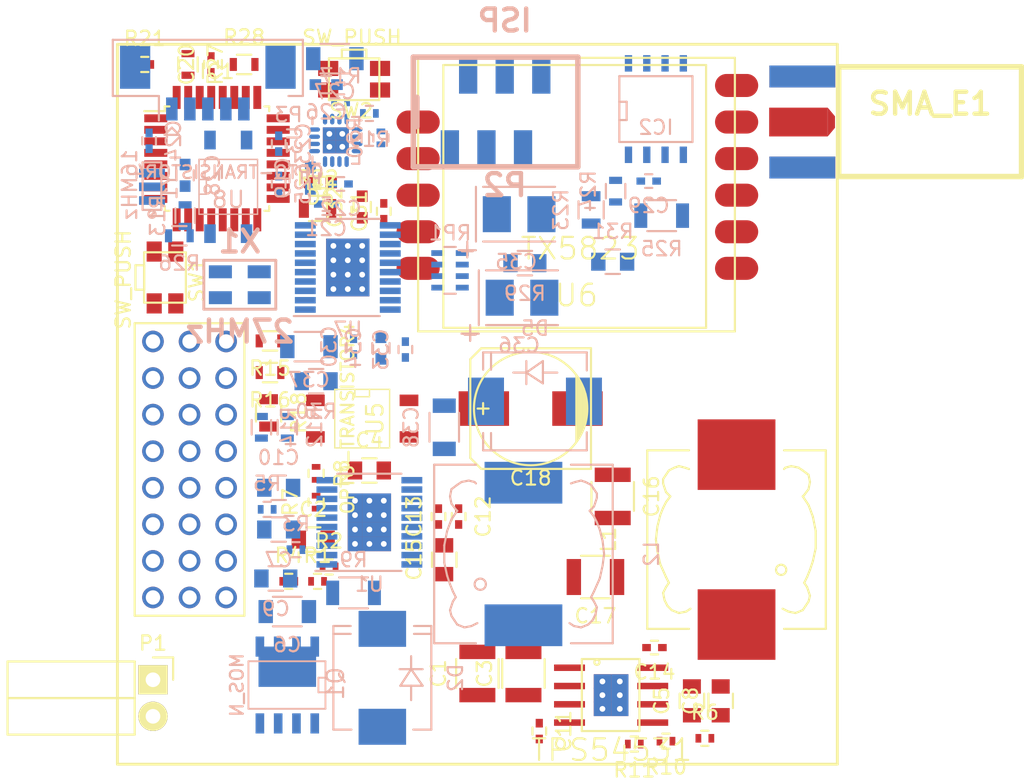
<source format=kicad_pcb>
(kicad_pcb (version 4) (host pcbnew "(2014-10-31 BZR 5243)-product")

  (general
    (links 266)
    (no_connects 262)
    (area 0 0 0 0)
    (thickness 1.6)
    (drawings 4)
    (tracks 0)
    (zones 0)
    (modules 94)
    (nets 111)
  )

  (page A4)
  (layers
    (0 F.Cu signal)
    (31 B.Cu signal)
    (32 B.Adhes user)
    (33 F.Adhes user)
    (34 B.Paste user)
    (35 F.Paste user)
    (36 B.SilkS user)
    (37 F.SilkS user)
    (38 B.Mask user)
    (39 F.Mask user)
    (40 Dwgs.User user)
    (41 Cmts.User user)
    (42 Eco1.User user)
    (43 Eco2.User user)
    (44 Edge.Cuts user)
    (45 Margin user)
    (46 B.CrtYd user hide)
    (47 F.CrtYd user)
    (48 B.Fab user)
    (49 F.Fab user)
  )

  (setup
    (last_trace_width 0.254)
    (trace_clearance 0.254)
    (zone_clearance 0.508)
    (zone_45_only no)
    (trace_min 0.254)
    (segment_width 0.2)
    (edge_width 0.1)
    (via_size 0.889)
    (via_drill 0.635)
    (via_min_size 0.889)
    (via_min_drill 0.508)
    (uvia_size 0.508)
    (uvia_drill 0.127)
    (uvias_allowed no)
    (uvia_min_size 0.508)
    (uvia_min_drill 0.127)
    (pcb_text_width 0.3)
    (pcb_text_size 1.5 1.5)
    (mod_edge_width 0.15)
    (mod_text_size 1 1)
    (mod_text_width 0.15)
    (pad_size 1.5 1.5)
    (pad_drill 0.6)
    (pad_to_mask_clearance 0)
    (aux_axis_origin 0 0)
    (visible_elements FFFEFF7F)
    (pcbplotparams
      (layerselection 0x00030_80000001)
      (usegerberextensions false)
      (excludeedgelayer true)
      (linewidth 0.100000)
      (plotframeref false)
      (viasonmask false)
      (mode 1)
      (useauxorigin false)
      (hpglpennumber 1)
      (hpglpenspeed 20)
      (hpglpendiameter 15)
      (hpglpenoverlay 2)
      (psnegative false)
      (psa4output false)
      (plotreference true)
      (plotvalue true)
      (plotinvisibletext false)
      (padsonsilk false)
      (subtractmaskfromsilk false)
      (outputformat 1)
      (mirror false)
      (drillshape 1)
      (scaleselection 1)
      (outputdirectory ""))
  )

  (net 0 "")
  (net 1 /Akku+)
  (net 2 GND)
  (net 3 "Net-(C5-Pad1)")
  (net 4 "Net-(C8-Pad1)")
  (net 5 +5V)
  (net 6 /RESET)
  (net 7 /DTR)
  (net 8 "Net-(C22-Pad1)")
  (net 9 "Net-(C23-Pad1)")
  (net 10 +3.3V)
  (net 11 "Net-(C26-Pad2)")
  (net 12 "Net-(R10-Pad2)")
  (net 13 +12V)
  (net 14 "Net-(R12-Pad2)")
  (net 15 /VIDEO_IN_OSD)
  (net 16 "Net-(R15-Pad2)")
  (net 17 /VIDEO_OUT_OSD)
  (net 18 "Net-(R17-Pad1)")
  (net 19 "Net-(R19-Pad1)")
  (net 20 "Net-(R20-Pad1)")
  (net 21 /PAL)
  (net 22 /RXI)
  (net 23 "Net-(IC1-Pad7)")
  (net 24 "Net-(IC1-Pad8)")
  (net 25 /MOSI)
  (net 26 /MISO)
  (net 27 /SCK)
  (net 28 /TXO)
  (net 29 /VSYNC)
  (net 30 "Net-(IC2-Pad2)")
  (net 31 "Net-(IC2-Pad3)")
  (net 32 /PWM_in)
  (net 33 "Net-(C7-Pad1)")
  (net 34 "Net-(C10-Pad2)")
  (net 35 "Net-(C10-Pad1)")
  (net 36 "Net-(C15-Pad1)")
  (net 37 "Net-(P3-Pad2)")
  (net 38 "Net-(P3-Pad3)")
  (net 39 "Net-(P3-Pad5)")
  (net 40 "Net-(R18-Pad1)")
  (net 41 "Net-(D6-Pad1)")
  (net 42 "Net-(R28-Pad2)")
  (net 43 "Net-(R31-Pad2)")
  (net 44 "Net-(C35-Pad2)")
  (net 45 "Net-(D2-Pad1)")
  (net 46 "Net-(R1-Pad2)")
  (net 47 "Net-(IC2-Pad7)")
  (net 48 "Net-(IC2-Pad5)")
  (net 49 "Net-(C2-Pad1)")
  (net 50 "Net-(C4-Pad1)")
  (net 51 "Net-(C12-Pad2)")
  (net 52 "Net-(C13-Pad1)")
  (net 53 "Net-(C15-Pad2)")
  (net 54 "Net-(R3-Pad1)")
  (net 55 "Net-(R4-Pad2)")
  (net 56 "Net-(C11-Pad1)")
  (net 57 "Net-(C14-Pad1)")
  (net 58 "Net-(C14-Pad2)")
  (net 59 /SSOSD-IN)
  (net 60 /LOS)
  (net 61 /HSYNC)
  (net 62 "Net-(R18-Pad2)")
  (net 63 /IR_LED+)
  (net 64 /AUDIO_IN_TX)
  (net 65 "Net-(U4-Pad7)")
  (net 66 "Net-(SMA_E1-Pad1)")
  (net 67 "Net-(Q1-PadG)")
  (net 68 "Net-(U7-Pad5)")
  (net 69 "Net-(U7-Pad6)")
  (net 70 "Net-(C35-Pad1)")
  (net 71 "Net-(C36-Pad1)")
  (net 72 "Net-(C37-Pad2)")
  (net 73 "Net-(D5-Pad1)")
  (net 74 "Net-(IC1-Pad2)")
  (net 75 "Net-(IC1-Pad9)")
  (net 76 "Net-(IC1-Pad11)")
  (net 77 "Net-(IC1-Pad12)")
  (net 78 "Net-(IC1-Pad13)")
  (net 79 "Net-(IC1-Pad14)")
  (net 80 "Net-(IC1-Pad19)")
  (net 81 "Net-(IC1-Pad22)")
  (net 82 "Net-(IC1-Pad23)")
  (net 83 "Net-(IC1-Pad24)")
  (net 84 "Net-(IC1-Pad25)")
  (net 85 "Net-(IC1-Pad26)")
  (net 86 "Net-(IC1-Pad27)")
  (net 87 "Net-(IC1-Pad28)")
  (net 88 "Net-(IC2-Pad1)")
  (net 89 "Net-(Q3-PadG)")
  (net 90 "Net-(RP1-Pad1)")
  (net 91 "Net-(RP1-Pad8)")
  (net 92 "Net-(U1-Pad11)")
  (net 93 "Net-(Q2-PadG)")
  (net 94 "Net-(U2-Pad3)")
  (net 95 "Net-(U3-Pad3)")
  (net 96 "Net-(U4-Pad5)")
  (net 97 "Net-(U4-Pad8)")
  (net 98 /IR_LED-)
  (net 99 "Net-(U4-Pad11)")
  (net 100 "Net-(U4-Pad15)")
  (net 101 "Net-(U4-Pad18)")
  (net 102 "Net-(U4-Pad21)")
  (net 103 "Net-(U4-Pad24)")
  (net 104 "Net-(U7-Pad1)")
  (net 105 "Net-(U7-Pad2)")
  (net 106 /CLKOUT)
  (net 107 "Net-(U7-Pad13)")
  (net 108 "Net-(U7-Pad14)")
  (net 109 "Net-(U7-Pad15)")
  (net 110 "Net-(U7-Pad16)")

  (net_class Default "Dies ist die voreingestellte Netzklasse."
    (clearance 0.254)
    (trace_width 0.254)
    (via_dia 0.889)
    (via_drill 0.635)
    (uvia_dia 0.508)
    (uvia_drill 0.127)
    (add_net +12V)
    (add_net +3.3V)
    (add_net +5V)
    (add_net /AUDIO_IN_TX)
    (add_net /Akku+)
    (add_net /CLKOUT)
    (add_net /DTR)
    (add_net /HSYNC)
    (add_net /IR_LED+)
    (add_net /IR_LED-)
    (add_net /LOS)
    (add_net /MISO)
    (add_net /MOSI)
    (add_net /PAL)
    (add_net /PWM_in)
    (add_net /RESET)
    (add_net /RXI)
    (add_net /SCK)
    (add_net /SSOSD-IN)
    (add_net /TXO)
    (add_net /VIDEO_IN_OSD)
    (add_net /VIDEO_OUT_OSD)
    (add_net /VSYNC)
    (add_net GND)
    (add_net "Net-(C10-Pad1)")
    (add_net "Net-(C10-Pad2)")
    (add_net "Net-(C11-Pad1)")
    (add_net "Net-(C12-Pad2)")
    (add_net "Net-(C13-Pad1)")
    (add_net "Net-(C14-Pad1)")
    (add_net "Net-(C14-Pad2)")
    (add_net "Net-(C15-Pad1)")
    (add_net "Net-(C15-Pad2)")
    (add_net "Net-(C2-Pad1)")
    (add_net "Net-(C22-Pad1)")
    (add_net "Net-(C23-Pad1)")
    (add_net "Net-(C26-Pad2)")
    (add_net "Net-(C35-Pad1)")
    (add_net "Net-(C35-Pad2)")
    (add_net "Net-(C36-Pad1)")
    (add_net "Net-(C37-Pad2)")
    (add_net "Net-(C4-Pad1)")
    (add_net "Net-(C5-Pad1)")
    (add_net "Net-(C7-Pad1)")
    (add_net "Net-(C8-Pad1)")
    (add_net "Net-(D2-Pad1)")
    (add_net "Net-(D5-Pad1)")
    (add_net "Net-(D6-Pad1)")
    (add_net "Net-(IC1-Pad11)")
    (add_net "Net-(IC1-Pad12)")
    (add_net "Net-(IC1-Pad13)")
    (add_net "Net-(IC1-Pad14)")
    (add_net "Net-(IC1-Pad19)")
    (add_net "Net-(IC1-Pad2)")
    (add_net "Net-(IC1-Pad22)")
    (add_net "Net-(IC1-Pad23)")
    (add_net "Net-(IC1-Pad24)")
    (add_net "Net-(IC1-Pad25)")
    (add_net "Net-(IC1-Pad26)")
    (add_net "Net-(IC1-Pad27)")
    (add_net "Net-(IC1-Pad28)")
    (add_net "Net-(IC1-Pad7)")
    (add_net "Net-(IC1-Pad8)")
    (add_net "Net-(IC1-Pad9)")
    (add_net "Net-(IC2-Pad1)")
    (add_net "Net-(IC2-Pad2)")
    (add_net "Net-(IC2-Pad3)")
    (add_net "Net-(IC2-Pad5)")
    (add_net "Net-(IC2-Pad7)")
    (add_net "Net-(P3-Pad2)")
    (add_net "Net-(P3-Pad3)")
    (add_net "Net-(P3-Pad5)")
    (add_net "Net-(Q1-PadG)")
    (add_net "Net-(Q2-PadG)")
    (add_net "Net-(Q3-PadG)")
    (add_net "Net-(R1-Pad2)")
    (add_net "Net-(R10-Pad2)")
    (add_net "Net-(R12-Pad2)")
    (add_net "Net-(R15-Pad2)")
    (add_net "Net-(R17-Pad1)")
    (add_net "Net-(R18-Pad1)")
    (add_net "Net-(R18-Pad2)")
    (add_net "Net-(R19-Pad1)")
    (add_net "Net-(R20-Pad1)")
    (add_net "Net-(R28-Pad2)")
    (add_net "Net-(R3-Pad1)")
    (add_net "Net-(R31-Pad2)")
    (add_net "Net-(R4-Pad2)")
    (add_net "Net-(RP1-Pad1)")
    (add_net "Net-(RP1-Pad8)")
    (add_net "Net-(SMA_E1-Pad1)")
    (add_net "Net-(U1-Pad11)")
    (add_net "Net-(U2-Pad3)")
    (add_net "Net-(U3-Pad3)")
    (add_net "Net-(U4-Pad11)")
    (add_net "Net-(U4-Pad15)")
    (add_net "Net-(U4-Pad18)")
    (add_net "Net-(U4-Pad21)")
    (add_net "Net-(U4-Pad24)")
    (add_net "Net-(U4-Pad5)")
    (add_net "Net-(U4-Pad7)")
    (add_net "Net-(U4-Pad8)")
    (add_net "Net-(U7-Pad1)")
    (add_net "Net-(U7-Pad13)")
    (add_net "Net-(U7-Pad14)")
    (add_net "Net-(U7-Pad15)")
    (add_net "Net-(U7-Pad16)")
    (add_net "Net-(U7-Pad2)")
    (add_net "Net-(U7-Pad5)")
    (add_net "Net-(U7-Pad6)")
  )

  (module Capacitors_SMD:C_1210 (layer F.Cu) (tedit 5415D85D) (tstamp 55173F2A)
    (at 100 63.7 90)
    (descr "Capacitor SMD 1210, reflow soldering, AVX (see smccp.pdf)")
    (tags "capacitor 1210")
    (path /55165904)
    (attr smd)
    (fp_text reference C1 (at 0 -2.7 90) (layer F.SilkS)
      (effects (font (size 1 1) (thickness 0.15)))
    )
    (fp_text value Cin (at 0 2.7 90) (layer F.Fab)
      (effects (font (size 1 1) (thickness 0.15)))
    )
    (fp_line (start -2.3 -1.6) (end 2.3 -1.6) (layer F.CrtYd) (width 0.05))
    (fp_line (start -2.3 1.6) (end 2.3 1.6) (layer F.CrtYd) (width 0.05))
    (fp_line (start -2.3 -1.6) (end -2.3 1.6) (layer F.CrtYd) (width 0.05))
    (fp_line (start 2.3 -1.6) (end 2.3 1.6) (layer F.CrtYd) (width 0.05))
    (fp_line (start 1 -1.475) (end -1 -1.475) (layer F.SilkS) (width 0.15))
    (fp_line (start -1 1.475) (end 1 1.475) (layer F.SilkS) (width 0.15))
    (pad 1 smd rect (at -1.5 0 90) (size 1 2.5) (layers F.Cu F.Paste F.Mask)
      (net 1 /Akku+))
    (pad 2 smd rect (at 1.5 0 90) (size 1 2.5) (layers F.Cu F.Paste F.Mask)
      (net 2 GND))
    (model Capacitors_SMD.3dshapes/C_1210.wrl
      (at (xyz 0 0 0))
      (scale (xyz 1 1 1))
      (rotate (xyz 0 0 0))
    )
  )

  (module Capacitors_SMD:C_1210 (layer F.Cu) (tedit 5415D85D) (tstamp 55173F36)
    (at 103.2 63.7 90)
    (descr "Capacitor SMD 1210, reflow soldering, AVX (see smccp.pdf)")
    (tags "capacitor 1210")
    (path /55162592)
    (attr smd)
    (fp_text reference C3 (at 0 -2.7 90) (layer F.SilkS)
      (effects (font (size 1 1) (thickness 0.15)))
    )
    (fp_text value Cin (at 0 2.7 90) (layer F.Fab)
      (effects (font (size 1 1) (thickness 0.15)))
    )
    (fp_line (start -2.3 -1.6) (end 2.3 -1.6) (layer F.CrtYd) (width 0.05))
    (fp_line (start -2.3 1.6) (end 2.3 1.6) (layer F.CrtYd) (width 0.05))
    (fp_line (start -2.3 -1.6) (end -2.3 1.6) (layer F.CrtYd) (width 0.05))
    (fp_line (start 2.3 -1.6) (end 2.3 1.6) (layer F.CrtYd) (width 0.05))
    (fp_line (start 1 -1.475) (end -1 -1.475) (layer F.SilkS) (width 0.15))
    (fp_line (start -1 1.475) (end 1 1.475) (layer F.SilkS) (width 0.15))
    (pad 1 smd rect (at -1.5 0 90) (size 1 2.5) (layers F.Cu F.Paste F.Mask)
      (net 1 /Akku+))
    (pad 2 smd rect (at 1.5 0 90) (size 1 2.5) (layers F.Cu F.Paste F.Mask)
      (net 2 GND))
    (model Capacitors_SMD.3dshapes/C_1210.wrl
      (at (xyz 0 0 0))
      (scale (xyz 1 1 1))
      (rotate (xyz 0 0 0))
    )
  )

  (module Capacitors_SMD:C_0805 (layer F.Cu) (tedit 5415D6EA) (tstamp 55173F42)
    (at 114.9 65.6 90)
    (descr "Capacitor SMD 0805, reflow soldering, AVX (see smccp.pdf)")
    (tags "capacitor 0805")
    (path /5516234C)
    (attr smd)
    (fp_text reference C5 (at 0 -2.1 90) (layer F.SilkS)
      (effects (font (size 1 1) (thickness 0.15)))
    )
    (fp_text value Ccomp2 (at 0 2.1 90) (layer F.Fab)
      (effects (font (size 1 1) (thickness 0.15)))
    )
    (fp_line (start -1.8 -1) (end 1.8 -1) (layer F.CrtYd) (width 0.05))
    (fp_line (start -1.8 1) (end 1.8 1) (layer F.CrtYd) (width 0.05))
    (fp_line (start -1.8 -1) (end -1.8 1) (layer F.CrtYd) (width 0.05))
    (fp_line (start 1.8 -1) (end 1.8 1) (layer F.CrtYd) (width 0.05))
    (fp_line (start 0.5 -0.85) (end -0.5 -0.85) (layer F.SilkS) (width 0.15))
    (fp_line (start -0.5 0.85) (end 0.5 0.85) (layer F.SilkS) (width 0.15))
    (pad 1 smd rect (at -1 0 90) (size 1 1.25) (layers F.Cu F.Paste F.Mask)
      (net 3 "Net-(C5-Pad1)"))
    (pad 2 smd rect (at 1 0 90) (size 1 1.25) (layers F.Cu F.Paste F.Mask)
      (net 2 GND))
    (model Capacitors_SMD.3dshapes/C_0805.wrl
      (at (xyz 0 0 0))
      (scale (xyz 1 1 1))
      (rotate (xyz 0 0 0))
    )
  )

  (module Capacitors_SMD:C_0805 (layer F.Cu) (tedit 5415D6EA) (tstamp 55173F4E)
    (at 116.9 65.6 90)
    (descr "Capacitor SMD 0805, reflow soldering, AVX (see smccp.pdf)")
    (tags "capacitor 0805")
    (path /55162254)
    (attr smd)
    (fp_text reference C8 (at 0 -2.1 90) (layer F.SilkS)
      (effects (font (size 1 1) (thickness 0.15)))
    )
    (fp_text value Ccomp (at 0 2.1 90) (layer F.Fab)
      (effects (font (size 1 1) (thickness 0.15)))
    )
    (fp_line (start -1.8 -1) (end 1.8 -1) (layer F.CrtYd) (width 0.05))
    (fp_line (start -1.8 1) (end 1.8 1) (layer F.CrtYd) (width 0.05))
    (fp_line (start -1.8 -1) (end -1.8 1) (layer F.CrtYd) (width 0.05))
    (fp_line (start 1.8 -1) (end 1.8 1) (layer F.CrtYd) (width 0.05))
    (fp_line (start 0.5 -0.85) (end -0.5 -0.85) (layer F.SilkS) (width 0.15))
    (fp_line (start -0.5 0.85) (end 0.5 0.85) (layer F.SilkS) (width 0.15))
    (pad 1 smd rect (at -1 0 90) (size 1 1.25) (layers F.Cu F.Paste F.Mask)
      (net 4 "Net-(C8-Pad1)"))
    (pad 2 smd rect (at 1 0 90) (size 1 1.25) (layers F.Cu F.Paste F.Mask)
      (net 2 GND))
    (model Capacitors_SMD.3dshapes/C_0805.wrl
      (at (xyz 0 0 0))
      (scale (xyz 1 1 1))
      (rotate (xyz 0 0 0))
    )
  )

  (module Capacitors_SMD:C_0402 (layer F.Cu) (tedit 5415D599) (tstamp 55173F5A)
    (at 104.3 67.7 270)
    (descr "Capacitor SMD 0402, reflow soldering, AVX (see smccp.pdf)")
    (tags "capacitor 0402")
    (path /551621D5)
    (attr smd)
    (fp_text reference C11 (at 0 -1.7 270) (layer F.SilkS)
      (effects (font (size 1 1) (thickness 0.15)))
    )
    (fp_text value 10nF (at 0 1.7 270) (layer F.Fab)
      (effects (font (size 1 1) (thickness 0.15)))
    )
    (fp_line (start -1.15 -0.6) (end 1.15 -0.6) (layer F.CrtYd) (width 0.05))
    (fp_line (start -1.15 0.6) (end 1.15 0.6) (layer F.CrtYd) (width 0.05))
    (fp_line (start -1.15 -0.6) (end -1.15 0.6) (layer F.CrtYd) (width 0.05))
    (fp_line (start 1.15 -0.6) (end 1.15 0.6) (layer F.CrtYd) (width 0.05))
    (fp_line (start 0.25 -0.475) (end -0.25 -0.475) (layer F.SilkS) (width 0.15))
    (fp_line (start -0.25 0.475) (end 0.25 0.475) (layer F.SilkS) (width 0.15))
    (pad 1 smd rect (at -0.55 0 270) (size 0.6 0.5) (layers F.Cu F.Paste F.Mask)
      (net 56 "Net-(C11-Pad1)"))
    (pad 2 smd rect (at 0.55 0 270) (size 0.6 0.5) (layers F.Cu F.Paste F.Mask)
      (net 2 GND))
    (model Capacitors_SMD.3dshapes/C_0402.wrl
      (at (xyz 0 0 0))
      (scale (xyz 1 1 1))
      (rotate (xyz 0 0 0))
    )
  )

  (module Capacitors_SMD:C_0402 (layer F.Cu) (tedit 5415D599) (tstamp 55173F66)
    (at 112.3 61.9 180)
    (descr "Capacitor SMD 0402, reflow soldering, AVX (see smccp.pdf)")
    (tags "capacitor 0402")
    (path /5515FC89)
    (attr smd)
    (fp_text reference C14 (at 0 -1.7 180) (layer F.SilkS)
      (effects (font (size 1 1) (thickness 0.15)))
    )
    (fp_text value Cboot (at 0 1.7 180) (layer F.Fab)
      (effects (font (size 1 1) (thickness 0.15)))
    )
    (fp_line (start -1.15 -0.6) (end 1.15 -0.6) (layer F.CrtYd) (width 0.05))
    (fp_line (start -1.15 0.6) (end 1.15 0.6) (layer F.CrtYd) (width 0.05))
    (fp_line (start -1.15 -0.6) (end -1.15 0.6) (layer F.CrtYd) (width 0.05))
    (fp_line (start 1.15 -0.6) (end 1.15 0.6) (layer F.CrtYd) (width 0.05))
    (fp_line (start 0.25 -0.475) (end -0.25 -0.475) (layer F.SilkS) (width 0.15))
    (fp_line (start -0.25 0.475) (end 0.25 0.475) (layer F.SilkS) (width 0.15))
    (pad 1 smd rect (at -0.55 0 180) (size 0.6 0.5) (layers F.Cu F.Paste F.Mask)
      (net 57 "Net-(C14-Pad1)"))
    (pad 2 smd rect (at 0.55 0 180) (size 0.6 0.5) (layers F.Cu F.Paste F.Mask)
      (net 58 "Net-(C14-Pad2)"))
    (model Capacitors_SMD.3dshapes/C_0402.wrl
      (at (xyz 0 0 0))
      (scale (xyz 1 1 1))
      (rotate (xyz 0 0 0))
    )
  )

  (module Capacitors_SMD:C_1210 (layer F.Cu) (tedit 5415D85D) (tstamp 55173F72)
    (at 109.4 51.4 270)
    (descr "Capacitor SMD 1210, reflow soldering, AVX (see smccp.pdf)")
    (tags "capacitor 1210")
    (path /551617CF)
    (attr smd)
    (fp_text reference C16 (at 0 -2.7 270) (layer F.SilkS)
      (effects (font (size 1 1) (thickness 0.15)))
    )
    (fp_text value Cout (at 0 2.7 270) (layer F.Fab)
      (effects (font (size 1 1) (thickness 0.15)))
    )
    (fp_line (start -2.3 -1.6) (end 2.3 -1.6) (layer F.CrtYd) (width 0.05))
    (fp_line (start -2.3 1.6) (end 2.3 1.6) (layer F.CrtYd) (width 0.05))
    (fp_line (start -2.3 -1.6) (end -2.3 1.6) (layer F.CrtYd) (width 0.05))
    (fp_line (start 2.3 -1.6) (end 2.3 1.6) (layer F.CrtYd) (width 0.05))
    (fp_line (start 1 -1.475) (end -1 -1.475) (layer F.SilkS) (width 0.15))
    (fp_line (start -1 1.475) (end 1 1.475) (layer F.SilkS) (width 0.15))
    (pad 1 smd rect (at -1.5 0 270) (size 1 2.5) (layers F.Cu F.Paste F.Mask)
      (net 5 +5V))
    (pad 2 smd rect (at 1.5 0 270) (size 1 2.5) (layers F.Cu F.Paste F.Mask)
      (net 2 GND))
    (model Capacitors_SMD.3dshapes/C_1210.wrl
      (at (xyz 0 0 0))
      (scale (xyz 1 1 1))
      (rotate (xyz 0 0 0))
    )
  )

  (module Capacitors_SMD:C_1210 (layer F.Cu) (tedit 5415D85D) (tstamp 55173F7E)
    (at 108.2 57 180)
    (descr "Capacitor SMD 1210, reflow soldering, AVX (see smccp.pdf)")
    (tags "capacitor 1210")
    (path /55160FB4)
    (attr smd)
    (fp_text reference C17 (at 0 -2.7 180) (layer F.SilkS)
      (effects (font (size 1 1) (thickness 0.15)))
    )
    (fp_text value Cout (at 0 2.7 180) (layer F.Fab)
      (effects (font (size 1 1) (thickness 0.15)))
    )
    (fp_line (start -2.3 -1.6) (end 2.3 -1.6) (layer F.CrtYd) (width 0.05))
    (fp_line (start -2.3 1.6) (end 2.3 1.6) (layer F.CrtYd) (width 0.05))
    (fp_line (start -2.3 -1.6) (end -2.3 1.6) (layer F.CrtYd) (width 0.05))
    (fp_line (start 2.3 -1.6) (end 2.3 1.6) (layer F.CrtYd) (width 0.05))
    (fp_line (start 1 -1.475) (end -1 -1.475) (layer F.SilkS) (width 0.15))
    (fp_line (start -1 1.475) (end 1 1.475) (layer F.SilkS) (width 0.15))
    (pad 1 smd rect (at -1.5 0 180) (size 1 2.5) (layers F.Cu F.Paste F.Mask)
      (net 5 +5V))
    (pad 2 smd rect (at 1.5 0 180) (size 1 2.5) (layers F.Cu F.Paste F.Mask)
      (net 2 GND))
    (model Capacitors_SMD.3dshapes/C_1210.wrl
      (at (xyz 0 0 0))
      (scale (xyz 1 1 1))
      (rotate (xyz 0 0 0))
    )
  )

  (module Capacitors_SMD:C_0603 (layer B.Cu) (tedit 5415D631) (tstamp 55173F8A)
    (at 88.4 29.3 270)
    (descr "Capacitor SMD 0603, reflow soldering, AVX (see smccp.pdf)")
    (tags "capacitor 0603")
    (path /55156EC5)
    (attr smd)
    (fp_text reference C19 (at 0 1.9 270) (layer B.SilkS)
      (effects (font (size 1 1) (thickness 0.15)) (justify mirror))
    )
    (fp_text value 1uF (at 0 -1.9 270) (layer B.Fab)
      (effects (font (size 1 1) (thickness 0.15)) (justify mirror))
    )
    (fp_line (start -1.45 0.75) (end 1.45 0.75) (layer B.CrtYd) (width 0.05))
    (fp_line (start -1.45 -0.75) (end 1.45 -0.75) (layer B.CrtYd) (width 0.05))
    (fp_line (start -1.45 0.75) (end -1.45 -0.75) (layer B.CrtYd) (width 0.05))
    (fp_line (start 1.45 0.75) (end 1.45 -0.75) (layer B.CrtYd) (width 0.05))
    (fp_line (start -0.35 0.6) (end 0.35 0.6) (layer B.SilkS) (width 0.15))
    (fp_line (start 0.35 -0.6) (end -0.35 -0.6) (layer B.SilkS) (width 0.15))
    (pad 1 smd rect (at -0.75 0 270) (size 0.8 0.75) (layers B.Cu B.Paste B.Mask)
      (net 5 +5V))
    (pad 2 smd rect (at 0.75 0 270) (size 0.8 0.75) (layers B.Cu B.Paste B.Mask)
      (net 2 GND))
    (model Capacitors_SMD.3dshapes/C_0603.wrl
      (at (xyz 0 0 0))
      (scale (xyz 1 1 1))
      (rotate (xyz 0 0 0))
    )
  )

  (module Capacitors_SMD:C_0402 (layer F.Cu) (tedit 5415D599) (tstamp 55173F96)
    (at 81.5 21.4 90)
    (descr "Capacitor SMD 0402, reflow soldering, AVX (see smccp.pdf)")
    (tags "capacitor 0402")
    (path /5515D06E)
    (attr smd)
    (fp_text reference C20 (at 0 -1.7 90) (layer F.SilkS)
      (effects (font (size 1 1) (thickness 0.15)))
    )
    (fp_text value 100nF (at 0 1.7 90) (layer F.Fab)
      (effects (font (size 1 1) (thickness 0.15)))
    )
    (fp_line (start -1.15 -0.6) (end 1.15 -0.6) (layer F.CrtYd) (width 0.05))
    (fp_line (start -1.15 0.6) (end 1.15 0.6) (layer F.CrtYd) (width 0.05))
    (fp_line (start -1.15 -0.6) (end -1.15 0.6) (layer F.CrtYd) (width 0.05))
    (fp_line (start 1.15 -0.6) (end 1.15 0.6) (layer F.CrtYd) (width 0.05))
    (fp_line (start 0.25 -0.475) (end -0.25 -0.475) (layer F.SilkS) (width 0.15))
    (fp_line (start -0.25 0.475) (end 0.25 0.475) (layer F.SilkS) (width 0.15))
    (pad 1 smd rect (at -0.55 0 90) (size 0.6 0.5) (layers F.Cu F.Paste F.Mask)
      (net 6 /RESET))
    (pad 2 smd rect (at 0.55 0 90) (size 0.6 0.5) (layers F.Cu F.Paste F.Mask)
      (net 7 /DTR))
    (model Capacitors_SMD.3dshapes/C_0402.wrl
      (at (xyz 0 0 0))
      (scale (xyz 1 1 1))
      (rotate (xyz 0 0 0))
    )
  )

  (module Capacitors_SMD:C_0402 (layer B.Cu) (tedit 5415D599) (tstamp 55173FA2)
    (at 89.5 31.1)
    (descr "Capacitor SMD 0402, reflow soldering, AVX (see smccp.pdf)")
    (tags "capacitor 0402")
    (path /55157354)
    (attr smd)
    (fp_text reference C21 (at 0 1.7) (layer B.SilkS)
      (effects (font (size 1 1) (thickness 0.15)) (justify mirror))
    )
    (fp_text value 100nF (at 0 -1.7) (layer B.Fab)
      (effects (font (size 1 1) (thickness 0.15)) (justify mirror))
    )
    (fp_line (start -1.15 0.6) (end 1.15 0.6) (layer B.CrtYd) (width 0.05))
    (fp_line (start -1.15 -0.6) (end 1.15 -0.6) (layer B.CrtYd) (width 0.05))
    (fp_line (start -1.15 0.6) (end -1.15 -0.6) (layer B.CrtYd) (width 0.05))
    (fp_line (start 1.15 0.6) (end 1.15 -0.6) (layer B.CrtYd) (width 0.05))
    (fp_line (start 0.25 0.475) (end -0.25 0.475) (layer B.SilkS) (width 0.15))
    (fp_line (start -0.25 -0.475) (end 0.25 -0.475) (layer B.SilkS) (width 0.15))
    (pad 1 smd rect (at -0.55 0) (size 0.6 0.5) (layers B.Cu B.Paste B.Mask)
      (net 5 +5V))
    (pad 2 smd rect (at 0.55 0) (size 0.6 0.5) (layers B.Cu B.Paste B.Mask)
      (net 2 GND))
    (model Capacitors_SMD.3dshapes/C_0402.wrl
      (at (xyz 0 0 0))
      (scale (xyz 1 1 1))
      (rotate (xyz 0 0 0))
    )
  )

  (module Capacitors_SMD:C_0402 (layer B.Cu) (tedit 5415D599) (tstamp 55173FAE)
    (at 90.5 29.7)
    (descr "Capacitor SMD 0402, reflow soldering, AVX (see smccp.pdf)")
    (tags "capacitor 0402")
    (path /55158F26)
    (attr smd)
    (fp_text reference C22 (at 0 1.7) (layer B.SilkS)
      (effects (font (size 1 1) (thickness 0.15)) (justify mirror))
    )
    (fp_text value 100nF (at 0 -1.7) (layer B.Fab)
      (effects (font (size 1 1) (thickness 0.15)) (justify mirror))
    )
    (fp_line (start -1.15 0.6) (end 1.15 0.6) (layer B.CrtYd) (width 0.05))
    (fp_line (start -1.15 -0.6) (end 1.15 -0.6) (layer B.CrtYd) (width 0.05))
    (fp_line (start -1.15 0.6) (end -1.15 -0.6) (layer B.CrtYd) (width 0.05))
    (fp_line (start 1.15 0.6) (end 1.15 -0.6) (layer B.CrtYd) (width 0.05))
    (fp_line (start 0.25 0.475) (end -0.25 0.475) (layer B.SilkS) (width 0.15))
    (fp_line (start -0.25 -0.475) (end 0.25 -0.475) (layer B.SilkS) (width 0.15))
    (pad 1 smd rect (at -0.55 0) (size 0.6 0.5) (layers B.Cu B.Paste B.Mask)
      (net 8 "Net-(C22-Pad1)"))
    (pad 2 smd rect (at 0.55 0) (size 0.6 0.5) (layers B.Cu B.Paste B.Mask)
      (net 2 GND))
    (model Capacitors_SMD.3dshapes/C_0402.wrl
      (at (xyz 0 0 0))
      (scale (xyz 1 1 1))
      (rotate (xyz 0 0 0))
    )
  )

  (module Capacitors_SMD:C_0402 (layer B.Cu) (tedit 5415D599) (tstamp 55173FBA)
    (at 86.2 26.9 90)
    (descr "Capacitor SMD 0402, reflow soldering, AVX (see smccp.pdf)")
    (tags "capacitor 0402")
    (path /5515C4F2)
    (attr smd)
    (fp_text reference C23 (at 0 1.7 90) (layer B.SilkS)
      (effects (font (size 1 1) (thickness 0.15)) (justify mirror))
    )
    (fp_text value 100nF (at 0 -1.7 90) (layer B.Fab)
      (effects (font (size 1 1) (thickness 0.15)) (justify mirror))
    )
    (fp_line (start -1.15 0.6) (end 1.15 0.6) (layer B.CrtYd) (width 0.05))
    (fp_line (start -1.15 -0.6) (end 1.15 -0.6) (layer B.CrtYd) (width 0.05))
    (fp_line (start -1.15 0.6) (end -1.15 -0.6) (layer B.CrtYd) (width 0.05))
    (fp_line (start 1.15 0.6) (end 1.15 -0.6) (layer B.CrtYd) (width 0.05))
    (fp_line (start 0.25 0.475) (end -0.25 0.475) (layer B.SilkS) (width 0.15))
    (fp_line (start -0.25 -0.475) (end 0.25 -0.475) (layer B.SilkS) (width 0.15))
    (pad 1 smd rect (at -0.55 0 90) (size 0.6 0.5) (layers B.Cu B.Paste B.Mask)
      (net 9 "Net-(C23-Pad1)"))
    (pad 2 smd rect (at 0.55 0 90) (size 0.6 0.5) (layers B.Cu B.Paste B.Mask)
      (net 2 GND))
    (model Capacitors_SMD.3dshapes/C_0402.wrl
      (at (xyz 0 0 0))
      (scale (xyz 1 1 1))
      (rotate (xyz 0 0 0))
    )
  )

  (module Capacitors_SMD:C_0402 (layer B.Cu) (tedit 5415D599) (tstamp 55173FC6)
    (at 77.2 26.7 90)
    (descr "Capacitor SMD 0402, reflow soldering, AVX (see smccp.pdf)")
    (tags "capacitor 0402")
    (path /55160594)
    (attr smd)
    (fp_text reference C24 (at 0 1.7 90) (layer B.SilkS)
      (effects (font (size 1 1) (thickness 0.15)) (justify mirror))
    )
    (fp_text value 100nF (at 0 -1.7 90) (layer B.Fab)
      (effects (font (size 1 1) (thickness 0.15)) (justify mirror))
    )
    (fp_line (start -1.15 0.6) (end 1.15 0.6) (layer B.CrtYd) (width 0.05))
    (fp_line (start -1.15 -0.6) (end 1.15 -0.6) (layer B.CrtYd) (width 0.05))
    (fp_line (start -1.15 0.6) (end -1.15 -0.6) (layer B.CrtYd) (width 0.05))
    (fp_line (start 1.15 0.6) (end 1.15 -0.6) (layer B.CrtYd) (width 0.05))
    (fp_line (start 0.25 0.475) (end -0.25 0.475) (layer B.SilkS) (width 0.15))
    (fp_line (start -0.25 -0.475) (end 0.25 -0.475) (layer B.SilkS) (width 0.15))
    (pad 1 smd rect (at -0.55 0 90) (size 0.6 0.5) (layers B.Cu B.Paste B.Mask)
      (net 5 +5V))
    (pad 2 smd rect (at 0.55 0 90) (size 0.6 0.5) (layers B.Cu B.Paste B.Mask)
      (net 2 GND))
    (model Capacitors_SMD.3dshapes/C_0402.wrl
      (at (xyz 0 0 0))
      (scale (xyz 1 1 1))
      (rotate (xyz 0 0 0))
    )
  )

  (module Capacitors_SMD:C_0402 (layer B.Cu) (tedit 5415D599) (tstamp 55173FD2)
    (at 86.2 29.7 90)
    (descr "Capacitor SMD 0402, reflow soldering, AVX (see smccp.pdf)")
    (tags "capacitor 0402")
    (path /551607C6)
    (attr smd)
    (fp_text reference C25 (at 0 1.7 90) (layer B.SilkS)
      (effects (font (size 1 1) (thickness 0.15)) (justify mirror))
    )
    (fp_text value 100nF (at 0 -1.7 90) (layer B.Fab)
      (effects (font (size 1 1) (thickness 0.15)) (justify mirror))
    )
    (fp_line (start -1.15 0.6) (end 1.15 0.6) (layer B.CrtYd) (width 0.05))
    (fp_line (start -1.15 -0.6) (end 1.15 -0.6) (layer B.CrtYd) (width 0.05))
    (fp_line (start -1.15 0.6) (end -1.15 -0.6) (layer B.CrtYd) (width 0.05))
    (fp_line (start 1.15 0.6) (end 1.15 -0.6) (layer B.CrtYd) (width 0.05))
    (fp_line (start 0.25 0.475) (end -0.25 0.475) (layer B.SilkS) (width 0.15))
    (fp_line (start -0.25 -0.475) (end 0.25 -0.475) (layer B.SilkS) (width 0.15))
    (pad 1 smd rect (at -0.55 0 90) (size 0.6 0.5) (layers B.Cu B.Paste B.Mask)
      (net 5 +5V))
    (pad 2 smd rect (at 0.55 0 90) (size 0.6 0.5) (layers B.Cu B.Paste B.Mask)
      (net 2 GND))
    (model Capacitors_SMD.3dshapes/C_0402.wrl
      (at (xyz 0 0 0))
      (scale (xyz 1 1 1))
      (rotate (xyz 0 0 0))
    )
  )

  (module Capacitors_SMD:C_0603 (layer B.Cu) (tedit 5415D631) (tstamp 55173FDE)
    (at 89.5 22.8)
    (descr "Capacitor SMD 0603, reflow soldering, AVX (see smccp.pdf)")
    (tags "capacitor 0603")
    (path /55158402)
    (attr smd)
    (fp_text reference C26 (at 0 1.9) (layer B.SilkS)
      (effects (font (size 1 1) (thickness 0.15)) (justify mirror))
    )
    (fp_text value 1uF (at 0 -1.9) (layer B.Fab)
      (effects (font (size 1 1) (thickness 0.15)) (justify mirror))
    )
    (fp_line (start -1.45 0.75) (end 1.45 0.75) (layer B.CrtYd) (width 0.05))
    (fp_line (start -1.45 -0.75) (end 1.45 -0.75) (layer B.CrtYd) (width 0.05))
    (fp_line (start -1.45 0.75) (end -1.45 -0.75) (layer B.CrtYd) (width 0.05))
    (fp_line (start 1.45 0.75) (end 1.45 -0.75) (layer B.CrtYd) (width 0.05))
    (fp_line (start -0.35 0.6) (end 0.35 0.6) (layer B.SilkS) (width 0.15))
    (fp_line (start 0.35 -0.6) (end -0.35 -0.6) (layer B.SilkS) (width 0.15))
    (pad 1 smd rect (at -0.75 0) (size 0.8 0.75) (layers B.Cu B.Paste B.Mask)
      (net 10 +3.3V))
    (pad 2 smd rect (at 0.75 0) (size 0.8 0.75) (layers B.Cu B.Paste B.Mask)
      (net 11 "Net-(C26-Pad2)"))
    (model Capacitors_SMD.3dshapes/C_0603.wrl
      (at (xyz 0 0 0))
      (scale (xyz 1 1 1))
      (rotate (xyz 0 0 0))
    )
  )

  (module Capacitors_SMD:C_1206 (layer B.Cu) (tedit 5415D7BD) (tstamp 55173FEA)
    (at 90.1 21)
    (descr "Capacitor SMD 1206, reflow soldering, AVX (see smccp.pdf)")
    (tags "capacitor 1206")
    (path /551589C3)
    (attr smd)
    (fp_text reference C27 (at 0 2.3) (layer B.SilkS)
      (effects (font (size 1 1) (thickness 0.15)) (justify mirror))
    )
    (fp_text value 10uF (at 0 -2.3) (layer B.Fab)
      (effects (font (size 1 1) (thickness 0.15)) (justify mirror))
    )
    (fp_line (start -2.3 1.15) (end 2.3 1.15) (layer B.CrtYd) (width 0.05))
    (fp_line (start -2.3 -1.15) (end 2.3 -1.15) (layer B.CrtYd) (width 0.05))
    (fp_line (start -2.3 1.15) (end -2.3 -1.15) (layer B.CrtYd) (width 0.05))
    (fp_line (start 2.3 1.15) (end 2.3 -1.15) (layer B.CrtYd) (width 0.05))
    (fp_line (start 1 1.025) (end -1 1.025) (layer B.SilkS) (width 0.15))
    (fp_line (start -1 -1.025) (end 1 -1.025) (layer B.SilkS) (width 0.15))
    (pad 1 smd rect (at -1.5 0) (size 1 1.6) (layers B.Cu B.Paste B.Mask)
      (net 10 +3.3V))
    (pad 2 smd rect (at 1.5 0) (size 1 1.6) (layers B.Cu B.Paste B.Mask)
      (net 11 "Net-(C26-Pad2)"))
    (model Capacitors_SMD.3dshapes/C_1206.wrl
      (at (xyz 0 0 0))
      (scale (xyz 1 1 1))
      (rotate (xyz 0 0 0))
    )
  )

  (module Capacitors_SMD:C_0603 (layer B.Cu) (tedit 5415D631) (tstamp 55173FF6)
    (at 79.7 29.1 90)
    (descr "Capacitor SMD 0603, reflow soldering, AVX (see smccp.pdf)")
    (tags "capacitor 0603")
    (path /55160A05)
    (attr smd)
    (fp_text reference C28 (at 0 1.9 90) (layer B.SilkS)
      (effects (font (size 1 1) (thickness 0.15)) (justify mirror))
    )
    (fp_text value 1uF (at 0 -1.9 90) (layer B.Fab)
      (effects (font (size 1 1) (thickness 0.15)) (justify mirror))
    )
    (fp_line (start -1.45 0.75) (end 1.45 0.75) (layer B.CrtYd) (width 0.05))
    (fp_line (start -1.45 -0.75) (end 1.45 -0.75) (layer B.CrtYd) (width 0.05))
    (fp_line (start -1.45 0.75) (end -1.45 -0.75) (layer B.CrtYd) (width 0.05))
    (fp_line (start 1.45 0.75) (end 1.45 -0.75) (layer B.CrtYd) (width 0.05))
    (fp_line (start -0.35 0.6) (end 0.35 0.6) (layer B.SilkS) (width 0.15))
    (fp_line (start 0.35 -0.6) (end -0.35 -0.6) (layer B.SilkS) (width 0.15))
    (pad 1 smd rect (at -0.75 0 90) (size 0.8 0.75) (layers B.Cu B.Paste B.Mask)
      (net 5 +5V))
    (pad 2 smd rect (at 0.75 0 90) (size 0.8 0.75) (layers B.Cu B.Paste B.Mask)
      (net 2 GND))
    (model Capacitors_SMD.3dshapes/C_0603.wrl
      (at (xyz 0 0 0))
      (scale (xyz 1 1 1))
      (rotate (xyz 0 0 0))
    )
  )

  (module Capacitors_SMD:C_0402 (layer B.Cu) (tedit 5415D599) (tstamp 55174002)
    (at 111.9 29.5)
    (descr "Capacitor SMD 0402, reflow soldering, AVX (see smccp.pdf)")
    (tags "capacitor 0402")
    (path /55153ADA)
    (attr smd)
    (fp_text reference C29 (at 0 1.7) (layer B.SilkS)
      (effects (font (size 1 1) (thickness 0.15)) (justify mirror))
    )
    (fp_text value 100nF (at 0 -1.7) (layer B.Fab)
      (effects (font (size 1 1) (thickness 0.15)) (justify mirror))
    )
    (fp_line (start -1.15 0.6) (end 1.15 0.6) (layer B.CrtYd) (width 0.05))
    (fp_line (start -1.15 -0.6) (end 1.15 -0.6) (layer B.CrtYd) (width 0.05))
    (fp_line (start -1.15 0.6) (end -1.15 -0.6) (layer B.CrtYd) (width 0.05))
    (fp_line (start 1.15 0.6) (end 1.15 -0.6) (layer B.CrtYd) (width 0.05))
    (fp_line (start 0.25 0.475) (end -0.25 0.475) (layer B.SilkS) (width 0.15))
    (fp_line (start -0.25 -0.475) (end 0.25 -0.475) (layer B.SilkS) (width 0.15))
    (pad 1 smd rect (at -0.55 0) (size 0.6 0.5) (layers B.Cu B.Paste B.Mask)
      (net 10 +3.3V))
    (pad 2 smd rect (at 0.55 0) (size 0.6 0.5) (layers B.Cu B.Paste B.Mask)
      (net 2 GND))
    (model Capacitors_SMD.3dshapes/C_0402.wrl
      (at (xyz 0 0 0))
      (scale (xyz 1 1 1))
      (rotate (xyz 0 0 0))
    )
  )

  (module Capacitors_SMD:C_0402 (layer B.Cu) (tedit 5415D599) (tstamp 5517400E)
    (at 91.4 41 270)
    (descr "Capacitor SMD 0402, reflow soldering, AVX (see smccp.pdf)")
    (tags "capacitor 0402")
    (path /551564CD)
    (attr smd)
    (fp_text reference C30 (at 0 1.7 270) (layer B.SilkS)
      (effects (font (size 1 1) (thickness 0.15)) (justify mirror))
    )
    (fp_text value 100nF (at 0 -1.7 270) (layer B.Fab)
      (effects (font (size 1 1) (thickness 0.15)) (justify mirror))
    )
    (fp_line (start -1.15 0.6) (end 1.15 0.6) (layer B.CrtYd) (width 0.05))
    (fp_line (start -1.15 -0.6) (end 1.15 -0.6) (layer B.CrtYd) (width 0.05))
    (fp_line (start -1.15 0.6) (end -1.15 -0.6) (layer B.CrtYd) (width 0.05))
    (fp_line (start 1.15 0.6) (end 1.15 -0.6) (layer B.CrtYd) (width 0.05))
    (fp_line (start 0.25 0.475) (end -0.25 0.475) (layer B.SilkS) (width 0.15))
    (fp_line (start -0.25 -0.475) (end 0.25 -0.475) (layer B.SilkS) (width 0.15))
    (pad 1 smd rect (at -0.55 0 270) (size 0.6 0.5) (layers B.Cu B.Paste B.Mask)
      (net 5 +5V))
    (pad 2 smd rect (at 0.55 0 270) (size 0.6 0.5) (layers B.Cu B.Paste B.Mask)
      (net 2 GND))
    (model Capacitors_SMD.3dshapes/C_0402.wrl
      (at (xyz 0 0 0))
      (scale (xyz 1 1 1))
      (rotate (xyz 0 0 0))
    )
  )

  (module Capacitors_SMD:C_0402 (layer F.Cu) (tedit 5415D599) (tstamp 5517401A)
    (at 93.5 31.6 90)
    (descr "Capacitor SMD 0402, reflow soldering, AVX (see smccp.pdf)")
    (tags "capacitor 0402")
    (path /551545C1)
    (attr smd)
    (fp_text reference C31 (at 0 -1.7 90) (layer F.SilkS)
      (effects (font (size 1 1) (thickness 0.15)))
    )
    (fp_text value 100nF (at 0 1.7 90) (layer F.Fab)
      (effects (font (size 1 1) (thickness 0.15)))
    )
    (fp_line (start -1.15 -0.6) (end 1.15 -0.6) (layer F.CrtYd) (width 0.05))
    (fp_line (start -1.15 0.6) (end 1.15 0.6) (layer F.CrtYd) (width 0.05))
    (fp_line (start -1.15 -0.6) (end -1.15 0.6) (layer F.CrtYd) (width 0.05))
    (fp_line (start 1.15 -0.6) (end 1.15 0.6) (layer F.CrtYd) (width 0.05))
    (fp_line (start 0.25 -0.475) (end -0.25 -0.475) (layer F.SilkS) (width 0.15))
    (fp_line (start -0.25 0.475) (end 0.25 0.475) (layer F.SilkS) (width 0.15))
    (pad 1 smd rect (at -0.55 0 90) (size 0.6 0.5) (layers F.Cu F.Paste F.Mask)
      (net 10 +3.3V))
    (pad 2 smd rect (at 0.55 0 90) (size 0.6 0.5) (layers F.Cu F.Paste F.Mask)
      (net 2 GND))
    (model Capacitors_SMD.3dshapes/C_0402.wrl
      (at (xyz 0 0 0))
      (scale (xyz 1 1 1))
      (rotate (xyz 0 0 0))
    )
  )

  (module Capacitors_SMD:C_0603 (layer F.Cu) (tedit 5415D631) (tstamp 55174026)
    (at 92 31.3 90)
    (descr "Capacitor SMD 0603, reflow soldering, AVX (see smccp.pdf)")
    (tags "capacitor 0603")
    (path /551577E1)
    (attr smd)
    (fp_text reference C32 (at 0 -1.9 90) (layer F.SilkS)
      (effects (font (size 1 1) (thickness 0.15)))
    )
    (fp_text value 1uF (at 0 1.9 90) (layer F.Fab)
      (effects (font (size 1 1) (thickness 0.15)))
    )
    (fp_line (start -1.45 -0.75) (end 1.45 -0.75) (layer F.CrtYd) (width 0.05))
    (fp_line (start -1.45 0.75) (end 1.45 0.75) (layer F.CrtYd) (width 0.05))
    (fp_line (start -1.45 -0.75) (end -1.45 0.75) (layer F.CrtYd) (width 0.05))
    (fp_line (start 1.45 -0.75) (end 1.45 0.75) (layer F.CrtYd) (width 0.05))
    (fp_line (start -0.35 -0.6) (end 0.35 -0.6) (layer F.SilkS) (width 0.15))
    (fp_line (start 0.35 0.6) (end -0.35 0.6) (layer F.SilkS) (width 0.15))
    (pad 1 smd rect (at -0.75 0 90) (size 0.8 0.75) (layers F.Cu F.Paste F.Mask)
      (net 10 +3.3V))
    (pad 2 smd rect (at 0.75 0 90) (size 0.8 0.75) (layers F.Cu F.Paste F.Mask)
      (net 2 GND))
    (model Capacitors_SMD.3dshapes/C_0603.wrl
      (at (xyz 0 0 0))
      (scale (xyz 1 1 1))
      (rotate (xyz 0 0 0))
    )
  )

  (module Capacitors_SMD:C_0402 (layer B.Cu) (tedit 5415D599) (tstamp 55174032)
    (at 95 41.2 270)
    (descr "Capacitor SMD 0402, reflow soldering, AVX (see smccp.pdf)")
    (tags "capacitor 0402")
    (path /55166303)
    (attr smd)
    (fp_text reference C33 (at 0 1.7 270) (layer B.SilkS)
      (effects (font (size 1 1) (thickness 0.15)) (justify mirror))
    )
    (fp_text value 100nF (at 0 -1.7 270) (layer B.Fab)
      (effects (font (size 1 1) (thickness 0.15)) (justify mirror))
    )
    (fp_line (start -1.15 0.6) (end 1.15 0.6) (layer B.CrtYd) (width 0.05))
    (fp_line (start -1.15 -0.6) (end 1.15 -0.6) (layer B.CrtYd) (width 0.05))
    (fp_line (start -1.15 0.6) (end -1.15 -0.6) (layer B.CrtYd) (width 0.05))
    (fp_line (start 1.15 0.6) (end 1.15 -0.6) (layer B.CrtYd) (width 0.05))
    (fp_line (start 0.25 0.475) (end -0.25 0.475) (layer B.SilkS) (width 0.15))
    (fp_line (start -0.25 -0.475) (end 0.25 -0.475) (layer B.SilkS) (width 0.15))
    (pad 1 smd rect (at -0.55 0 270) (size 0.6 0.5) (layers B.Cu B.Paste B.Mask)
      (net 5 +5V))
    (pad 2 smd rect (at 0.55 0 270) (size 0.6 0.5) (layers B.Cu B.Paste B.Mask)
      (net 2 GND))
    (model Capacitors_SMD.3dshapes/C_0402.wrl
      (at (xyz 0 0 0))
      (scale (xyz 1 1 1))
      (rotate (xyz 0 0 0))
    )
  )

  (module Capacitors_SMD:C_0603 (layer B.Cu) (tedit 5415D631) (tstamp 5517403E)
    (at 93.3 41.1 270)
    (descr "Capacitor SMD 0603, reflow soldering, AVX (see smccp.pdf)")
    (tags "capacitor 0603")
    (path /55166793)
    (attr smd)
    (fp_text reference C34 (at 0 1.9 270) (layer B.SilkS)
      (effects (font (size 1 1) (thickness 0.15)) (justify mirror))
    )
    (fp_text value 1uF (at 0 -1.9 270) (layer B.Fab)
      (effects (font (size 1 1) (thickness 0.15)) (justify mirror))
    )
    (fp_line (start -1.45 0.75) (end 1.45 0.75) (layer B.CrtYd) (width 0.05))
    (fp_line (start -1.45 -0.75) (end 1.45 -0.75) (layer B.CrtYd) (width 0.05))
    (fp_line (start -1.45 0.75) (end -1.45 -0.75) (layer B.CrtYd) (width 0.05))
    (fp_line (start 1.45 0.75) (end 1.45 -0.75) (layer B.CrtYd) (width 0.05))
    (fp_line (start -0.35 0.6) (end 0.35 0.6) (layer B.SilkS) (width 0.15))
    (fp_line (start 0.35 -0.6) (end -0.35 -0.6) (layer B.SilkS) (width 0.15))
    (pad 1 smd rect (at -0.75 0 270) (size 0.8 0.75) (layers B.Cu B.Paste B.Mask)
      (net 5 +5V))
    (pad 2 smd rect (at 0.75 0 270) (size 0.8 0.75) (layers B.Cu B.Paste B.Mask)
      (net 2 GND))
    (model Capacitors_SMD.3dshapes/C_0603.wrl
      (at (xyz 0 0 0))
      (scale (xyz 1 1 1))
      (rotate (xyz 0 0 0))
    )
  )

  (module Resistors_SMD:R_0402 (layer F.Cu) (tedit 5415CBB8) (tstamp 5517404A)
    (at 115.8 68.2)
    (descr "Resistor SMD 0402, reflow soldering, Vishay (see dcrcw.pdf)")
    (tags "resistor 0402")
    (path /55162285)
    (attr smd)
    (fp_text reference R6 (at 0 -1.8) (layer F.SilkS)
      (effects (font (size 1 1) (thickness 0.15)))
    )
    (fp_text value Rcomp (at 0 1.8) (layer F.Fab)
      (effects (font (size 1 1) (thickness 0.15)))
    )
    (fp_line (start -0.95 -0.65) (end 0.95 -0.65) (layer F.CrtYd) (width 0.05))
    (fp_line (start -0.95 0.65) (end 0.95 0.65) (layer F.CrtYd) (width 0.05))
    (fp_line (start -0.95 -0.65) (end -0.95 0.65) (layer F.CrtYd) (width 0.05))
    (fp_line (start 0.95 -0.65) (end 0.95 0.65) (layer F.CrtYd) (width 0.05))
    (fp_line (start 0.25 -0.525) (end -0.25 -0.525) (layer F.SilkS) (width 0.15))
    (fp_line (start -0.25 0.525) (end 0.25 0.525) (layer F.SilkS) (width 0.15))
    (pad 1 smd rect (at -0.45 0) (size 0.4 0.6) (layers F.Cu F.Paste F.Mask)
      (net 3 "Net-(C5-Pad1)"))
    (pad 2 smd rect (at 0.45 0) (size 0.4 0.6) (layers F.Cu F.Paste F.Mask)
      (net 4 "Net-(C8-Pad1)"))
    (model Resistors_SMD.3dshapes/R_0402.wrl
      (at (xyz 0 0 0))
      (scale (xyz 1 1 1))
      (rotate (xyz 0 0 0))
    )
  )

  (module Resistors_SMD:R_0402 (layer F.Cu) (tedit 5415CBB8) (tstamp 55186A8E)
    (at 113.1 68.4 180)
    (descr "Resistor SMD 0402, reflow soldering, Vishay (see dcrcw.pdf)")
    (tags "resistor 0402")
    (path /55161370)
    (attr smd)
    (fp_text reference R10 (at 0 -1.8 180) (layer F.SilkS)
      (effects (font (size 1 1) (thickness 0.15)))
    )
    (fp_text value Rfbt (at 0 1.8 180) (layer F.Fab)
      (effects (font (size 1 1) (thickness 0.15)))
    )
    (fp_line (start -0.95 -0.65) (end 0.95 -0.65) (layer F.CrtYd) (width 0.05))
    (fp_line (start -0.95 0.65) (end 0.95 0.65) (layer F.CrtYd) (width 0.05))
    (fp_line (start -0.95 -0.65) (end -0.95 0.65) (layer F.CrtYd) (width 0.05))
    (fp_line (start 0.95 -0.65) (end 0.95 0.65) (layer F.CrtYd) (width 0.05))
    (fp_line (start 0.25 -0.525) (end -0.25 -0.525) (layer F.SilkS) (width 0.15))
    (fp_line (start -0.25 0.525) (end 0.25 0.525) (layer F.SilkS) (width 0.15))
    (pad 1 smd rect (at -0.45 0 180) (size 0.4 0.6) (layers F.Cu F.Paste F.Mask)
      (net 5 +5V))
    (pad 2 smd rect (at 0.45 0 180) (size 0.4 0.6) (layers F.Cu F.Paste F.Mask)
      (net 12 "Net-(R10-Pad2)"))
    (model Resistors_SMD.3dshapes/R_0402.wrl
      (at (xyz 0 0 0))
      (scale (xyz 1 1 1))
      (rotate (xyz 0 0 0))
    )
  )

  (module Resistors_SMD:R_0402 (layer F.Cu) (tedit 5415CBB8) (tstamp 55174062)
    (at 110.9 68.6 180)
    (descr "Resistor SMD 0402, reflow soldering, Vishay (see dcrcw.pdf)")
    (tags "resistor 0402")
    (path /551613E2)
    (attr smd)
    (fp_text reference R11 (at 0 -1.8 180) (layer F.SilkS)
      (effects (font (size 1 1) (thickness 0.15)))
    )
    (fp_text value Rfbb (at 0 1.8 180) (layer F.Fab)
      (effects (font (size 1 1) (thickness 0.15)))
    )
    (fp_line (start -0.95 -0.65) (end 0.95 -0.65) (layer F.CrtYd) (width 0.05))
    (fp_line (start -0.95 0.65) (end 0.95 0.65) (layer F.CrtYd) (width 0.05))
    (fp_line (start -0.95 -0.65) (end -0.95 0.65) (layer F.CrtYd) (width 0.05))
    (fp_line (start 0.95 -0.65) (end 0.95 0.65) (layer F.CrtYd) (width 0.05))
    (fp_line (start 0.25 -0.525) (end -0.25 -0.525) (layer F.SilkS) (width 0.15))
    (fp_line (start -0.25 0.525) (end 0.25 0.525) (layer F.SilkS) (width 0.15))
    (pad 1 smd rect (at -0.45 0 180) (size 0.4 0.6) (layers F.Cu F.Paste F.Mask)
      (net 12 "Net-(R10-Pad2)"))
    (pad 2 smd rect (at 0.45 0 180) (size 0.4 0.6) (layers F.Cu F.Paste F.Mask)
      (net 2 GND))
    (model Resistors_SMD.3dshapes/R_0402.wrl
      (at (xyz 0 0 0))
      (scale (xyz 1 1 1))
      (rotate (xyz 0 0 0))
    )
  )

  (module Resistors_SMD:R_0603 (layer B.Cu) (tedit 5415CC62) (tstamp 5517406E)
    (at 86.8 46.6 90)
    (descr "Resistor SMD 0603, reflow soldering, Vishay (see dcrcw.pdf)")
    (tags "resistor 0603")
    (path /5517A522)
    (attr smd)
    (fp_text reference R12 (at 0 1.9 90) (layer B.SilkS)
      (effects (font (size 1 1) (thickness 0.15)) (justify mirror))
    )
    (fp_text value open (at 0 -1.9 90) (layer B.Fab)
      (effects (font (size 1 1) (thickness 0.15)) (justify mirror))
    )
    (fp_line (start -1.3 0.8) (end 1.3 0.8) (layer B.CrtYd) (width 0.05))
    (fp_line (start -1.3 -0.8) (end 1.3 -0.8) (layer B.CrtYd) (width 0.05))
    (fp_line (start -1.3 0.8) (end -1.3 -0.8) (layer B.CrtYd) (width 0.05))
    (fp_line (start 1.3 0.8) (end 1.3 -0.8) (layer B.CrtYd) (width 0.05))
    (fp_line (start 0.5 -0.675) (end -0.5 -0.675) (layer B.SilkS) (width 0.15))
    (fp_line (start -0.5 0.675) (end 0.5 0.675) (layer B.SilkS) (width 0.15))
    (pad 1 smd rect (at -0.75 0 90) (size 0.5 0.9) (layers B.Cu B.Paste B.Mask)
      (net 13 +12V))
    (pad 2 smd rect (at 0.75 0 90) (size 0.5 0.9) (layers B.Cu B.Paste B.Mask)
      (net 14 "Net-(R12-Pad2)"))
    (model Resistors_SMD.3dshapes/R_0603.wrl
      (at (xyz 0 0 0))
      (scale (xyz 1 1 1))
      (rotate (xyz 0 0 0))
    )
  )

  (module Resistors_SMD:R_0603 (layer B.Cu) (tedit 5415CC62) (tstamp 5517407A)
    (at 85 46.6 90)
    (descr "Resistor SMD 0603, reflow soldering, Vishay (see dcrcw.pdf)")
    (tags "resistor 0603")
    (path /5517C52A)
    (attr smd)
    (fp_text reference R14 (at 0 1.9 90) (layer B.SilkS)
      (effects (font (size 1 1) (thickness 0.15)) (justify mirror))
    )
    (fp_text value open (at 0 -1.9 90) (layer B.Fab)
      (effects (font (size 1 1) (thickness 0.15)) (justify mirror))
    )
    (fp_line (start -1.3 0.8) (end 1.3 0.8) (layer B.CrtYd) (width 0.05))
    (fp_line (start -1.3 -0.8) (end 1.3 -0.8) (layer B.CrtYd) (width 0.05))
    (fp_line (start -1.3 0.8) (end -1.3 -0.8) (layer B.CrtYd) (width 0.05))
    (fp_line (start 1.3 0.8) (end 1.3 -0.8) (layer B.CrtYd) (width 0.05))
    (fp_line (start 0.5 -0.675) (end -0.5 -0.675) (layer B.SilkS) (width 0.15))
    (fp_line (start -0.5 0.675) (end 0.5 0.675) (layer B.SilkS) (width 0.15))
    (pad 1 smd rect (at -0.75 0 90) (size 0.5 0.9) (layers B.Cu B.Paste B.Mask)
      (net 5 +5V))
    (pad 2 smd rect (at 0.75 0 90) (size 0.5 0.9) (layers B.Cu B.Paste B.Mask)
      (net 14 "Net-(R12-Pad2)"))
    (model Resistors_SMD.3dshapes/R_0603.wrl
      (at (xyz 0 0 0))
      (scale (xyz 1 1 1))
      (rotate (xyz 0 0 0))
    )
  )

  (module Resistors_SMD:R_0603 (layer F.Cu) (tedit 5415CC62) (tstamp 55174086)
    (at 85.6 40.6 180)
    (descr "Resistor SMD 0603, reflow soldering, Vishay (see dcrcw.pdf)")
    (tags "resistor 0603")
    (path /5517C8E7)
    (attr smd)
    (fp_text reference R15 (at 0 -1.9 180) (layer F.SilkS)
      (effects (font (size 1 1) (thickness 0.15)))
    )
    (fp_text value 0R (at 0 1.9 180) (layer F.Fab)
      (effects (font (size 1 1) (thickness 0.15)))
    )
    (fp_line (start -1.3 -0.8) (end 1.3 -0.8) (layer F.CrtYd) (width 0.05))
    (fp_line (start -1.3 0.8) (end 1.3 0.8) (layer F.CrtYd) (width 0.05))
    (fp_line (start -1.3 -0.8) (end -1.3 0.8) (layer F.CrtYd) (width 0.05))
    (fp_line (start 1.3 -0.8) (end 1.3 0.8) (layer F.CrtYd) (width 0.05))
    (fp_line (start 0.5 0.675) (end -0.5 0.675) (layer F.SilkS) (width 0.15))
    (fp_line (start -0.5 -0.675) (end 0.5 -0.675) (layer F.SilkS) (width 0.15))
    (pad 1 smd rect (at -0.75 0 180) (size 0.5 0.9) (layers F.Cu F.Paste F.Mask)
      (net 15 /VIDEO_IN_OSD))
    (pad 2 smd rect (at 0.75 0 180) (size 0.5 0.9) (layers F.Cu F.Paste F.Mask)
      (net 16 "Net-(R15-Pad2)"))
    (model Resistors_SMD.3dshapes/R_0603.wrl
      (at (xyz 0 0 0))
      (scale (xyz 1 1 1))
      (rotate (xyz 0 0 0))
    )
  )

  (module Resistors_SMD:R_0603 (layer F.Cu) (tedit 5415CC62) (tstamp 55174092)
    (at 85.6 42.8 180)
    (descr "Resistor SMD 0603, reflow soldering, Vishay (see dcrcw.pdf)")
    (tags "resistor 0603")
    (path /5517C97B)
    (attr smd)
    (fp_text reference R16 (at 0 -1.9 180) (layer F.SilkS)
      (effects (font (size 1 1) (thickness 0.15)))
    )
    (fp_text value open (at 0 1.9 180) (layer F.Fab)
      (effects (font (size 1 1) (thickness 0.15)))
    )
    (fp_line (start -1.3 -0.8) (end 1.3 -0.8) (layer F.CrtYd) (width 0.05))
    (fp_line (start -1.3 0.8) (end 1.3 0.8) (layer F.CrtYd) (width 0.05))
    (fp_line (start -1.3 -0.8) (end -1.3 0.8) (layer F.CrtYd) (width 0.05))
    (fp_line (start 1.3 -0.8) (end 1.3 0.8) (layer F.CrtYd) (width 0.05))
    (fp_line (start 0.5 0.675) (end -0.5 0.675) (layer F.SilkS) (width 0.15))
    (fp_line (start -0.5 -0.675) (end 0.5 -0.675) (layer F.SilkS) (width 0.15))
    (pad 1 smd rect (at -0.75 0 180) (size 0.5 0.9) (layers F.Cu F.Paste F.Mask)
      (net 17 /VIDEO_OUT_OSD))
    (pad 2 smd rect (at 0.75 0 180) (size 0.5 0.9) (layers F.Cu F.Paste F.Mask)
      (net 16 "Net-(R15-Pad2)"))
    (model Resistors_SMD.3dshapes/R_0603.wrl
      (at (xyz 0 0 0))
      (scale (xyz 1 1 1))
      (rotate (xyz 0 0 0))
    )
  )

  (module Resistors_SMD:R_0402 (layer B.Cu) (tedit 5415CBB8) (tstamp 5517409E)
    (at 90.5 24 180)
    (descr "Resistor SMD 0402, reflow soldering, Vishay (see dcrcw.pdf)")
    (tags "resistor 0402")
    (path /55159A0A)
    (attr smd)
    (fp_text reference R17 (at 0 1.8 180) (layer B.SilkS)
      (effects (font (size 1 1) (thickness 0.15)) (justify mirror))
    )
    (fp_text value open (at 0 -1.8 180) (layer B.Fab)
      (effects (font (size 1 1) (thickness 0.15)) (justify mirror))
    )
    (fp_line (start -0.95 0.65) (end 0.95 0.65) (layer B.CrtYd) (width 0.05))
    (fp_line (start -0.95 -0.65) (end 0.95 -0.65) (layer B.CrtYd) (width 0.05))
    (fp_line (start -0.95 0.65) (end -0.95 -0.65) (layer B.CrtYd) (width 0.05))
    (fp_line (start 0.95 0.65) (end 0.95 -0.65) (layer B.CrtYd) (width 0.05))
    (fp_line (start 0.25 0.525) (end -0.25 0.525) (layer B.SilkS) (width 0.15))
    (fp_line (start -0.25 -0.525) (end 0.25 -0.525) (layer B.SilkS) (width 0.15))
    (pad 1 smd rect (at -0.45 0 180) (size 0.4 0.6) (layers B.Cu B.Paste B.Mask)
      (net 18 "Net-(R17-Pad1)"))
    (pad 2 smd rect (at 0.45 0 180) (size 0.4 0.6) (layers B.Cu B.Paste B.Mask)
      (net 2 GND))
    (model Resistors_SMD.3dshapes/R_0402.wrl
      (at (xyz 0 0 0))
      (scale (xyz 1 1 1))
      (rotate (xyz 0 0 0))
    )
  )

  (module Resistors_SMD:R_0402 (layer B.Cu) (tedit 5415CBB8) (tstamp 551740AA)
    (at 92.5 24.8)
    (descr "Resistor SMD 0402, reflow soldering, Vishay (see dcrcw.pdf)")
    (tags "resistor 0402")
    (path /55159B32)
    (attr smd)
    (fp_text reference R19 (at 0 1.8) (layer B.SilkS)
      (effects (font (size 1 1) (thickness 0.15)) (justify mirror))
    )
    (fp_text value open (at 0 -1.8) (layer B.Fab)
      (effects (font (size 1 1) (thickness 0.15)) (justify mirror))
    )
    (fp_line (start -0.95 0.65) (end 0.95 0.65) (layer B.CrtYd) (width 0.05))
    (fp_line (start -0.95 -0.65) (end 0.95 -0.65) (layer B.CrtYd) (width 0.05))
    (fp_line (start -0.95 0.65) (end -0.95 -0.65) (layer B.CrtYd) (width 0.05))
    (fp_line (start 0.95 0.65) (end 0.95 -0.65) (layer B.CrtYd) (width 0.05))
    (fp_line (start 0.25 0.525) (end -0.25 0.525) (layer B.SilkS) (width 0.15))
    (fp_line (start -0.25 -0.525) (end 0.25 -0.525) (layer B.SilkS) (width 0.15))
    (pad 1 smd rect (at -0.45 0) (size 0.4 0.6) (layers B.Cu B.Paste B.Mask)
      (net 19 "Net-(R19-Pad1)"))
    (pad 2 smd rect (at 0.45 0) (size 0.4 0.6) (layers B.Cu B.Paste B.Mask)
      (net 2 GND))
    (model Resistors_SMD.3dshapes/R_0402.wrl
      (at (xyz 0 0 0))
      (scale (xyz 1 1 1))
      (rotate (xyz 0 0 0))
    )
  )

  (module Resistors_SMD:R_0402 (layer B.Cu) (tedit 5415CBB8) (tstamp 551740B6)
    (at 93.3 26.5 270)
    (descr "Resistor SMD 0402, reflow soldering, Vishay (see dcrcw.pdf)")
    (tags "resistor 0402")
    (path /55159B5F)
    (attr smd)
    (fp_text reference R20 (at 0 1.8 270) (layer B.SilkS)
      (effects (font (size 1 1) (thickness 0.15)) (justify mirror))
    )
    (fp_text value open (at 0 -1.8 270) (layer B.Fab)
      (effects (font (size 1 1) (thickness 0.15)) (justify mirror))
    )
    (fp_line (start -0.95 0.65) (end 0.95 0.65) (layer B.CrtYd) (width 0.05))
    (fp_line (start -0.95 -0.65) (end 0.95 -0.65) (layer B.CrtYd) (width 0.05))
    (fp_line (start -0.95 0.65) (end -0.95 -0.65) (layer B.CrtYd) (width 0.05))
    (fp_line (start 0.95 0.65) (end 0.95 -0.65) (layer B.CrtYd) (width 0.05))
    (fp_line (start 0.25 0.525) (end -0.25 0.525) (layer B.SilkS) (width 0.15))
    (fp_line (start -0.25 -0.525) (end 0.25 -0.525) (layer B.SilkS) (width 0.15))
    (pad 1 smd rect (at -0.45 0 270) (size 0.4 0.6) (layers B.Cu B.Paste B.Mask)
      (net 20 "Net-(R20-Pad1)"))
    (pad 2 smd rect (at 0.45 0 270) (size 0.4 0.6) (layers B.Cu B.Paste B.Mask)
      (net 2 GND))
    (model Resistors_SMD.3dshapes/R_0402.wrl
      (at (xyz 0 0 0))
      (scale (xyz 1 1 1))
      (rotate (xyz 0 0 0))
    )
  )

  (module Resistors_SMD:R_0402 (layer F.Cu) (tedit 5415CBB8) (tstamp 551740C2)
    (at 76.9 21.4)
    (descr "Resistor SMD 0402, reflow soldering, Vishay (see dcrcw.pdf)")
    (tags "resistor 0402")
    (path /5515EAAA)
    (attr smd)
    (fp_text reference R21 (at 0 -1.8) (layer F.SilkS)
      (effects (font (size 1 1) (thickness 0.15)))
    )
    (fp_text value open (at 0 1.8) (layer F.Fab)
      (effects (font (size 1 1) (thickness 0.15)))
    )
    (fp_line (start -0.95 -0.65) (end 0.95 -0.65) (layer F.CrtYd) (width 0.05))
    (fp_line (start -0.95 0.65) (end 0.95 0.65) (layer F.CrtYd) (width 0.05))
    (fp_line (start -0.95 -0.65) (end -0.95 0.65) (layer F.CrtYd) (width 0.05))
    (fp_line (start 0.95 -0.65) (end 0.95 0.65) (layer F.CrtYd) (width 0.05))
    (fp_line (start 0.25 -0.525) (end -0.25 -0.525) (layer F.SilkS) (width 0.15))
    (fp_line (start -0.25 0.525) (end 0.25 0.525) (layer F.SilkS) (width 0.15))
    (pad 1 smd rect (at -0.45 0) (size 0.4 0.6) (layers F.Cu F.Paste F.Mask)
      (net 5 +5V))
    (pad 2 smd rect (at 0.45 0) (size 0.4 0.6) (layers F.Cu F.Paste F.Mask)
      (net 21 /PAL))
    (model Resistors_SMD.3dshapes/R_0402.wrl
      (at (xyz 0 0 0))
      (scale (xyz 1 1 1))
      (rotate (xyz 0 0 0))
    )
  )

  (module Resistors_SMD:R_1206 (layer B.Cu) (tedit 5415CFA7) (tstamp 551740CE)
    (at 112.8 31.9)
    (descr "Resistor SMD 1206, reflow soldering, Vishay (see dcrcw.pdf)")
    (tags "resistor 1206")
    (path /55152FD6)
    (attr smd)
    (fp_text reference R25 (at 0 2.3) (layer B.SilkS)
      (effects (font (size 1 1) (thickness 0.15)) (justify mirror))
    )
    (fp_text value 100 (at 0 -2.3) (layer B.Fab)
      (effects (font (size 1 1) (thickness 0.15)) (justify mirror))
    )
    (fp_line (start -2.2 1.2) (end 2.2 1.2) (layer B.CrtYd) (width 0.05))
    (fp_line (start -2.2 -1.2) (end 2.2 -1.2) (layer B.CrtYd) (width 0.05))
    (fp_line (start -2.2 1.2) (end -2.2 -1.2) (layer B.CrtYd) (width 0.05))
    (fp_line (start 2.2 1.2) (end 2.2 -1.2) (layer B.CrtYd) (width 0.05))
    (fp_line (start 1 -1.075) (end -1 -1.075) (layer B.SilkS) (width 0.15))
    (fp_line (start -1 1.075) (end 1 1.075) (layer B.SilkS) (width 0.15))
    (pad 1 smd rect (at -1.45 0) (size 0.9 1.7) (layers B.Cu B.Paste B.Mask)
      (net 5 +5V))
    (pad 2 smd rect (at 1.45 0) (size 0.9 1.7) (layers B.Cu B.Paste B.Mask)
      (net 63 /IR_LED+))
    (model Resistors_SMD.3dshapes/R_1206.wrl
      (at (xyz 0 0 0))
      (scale (xyz 1 1 1))
      (rotate (xyz 0 0 0))
    )
  )

  (module Resistors_SMD:R_0603 (layer B.Cu) (tedit 5415CC62) (tstamp 551740DA)
    (at 79.3 33.3)
    (descr "Resistor SMD 0603, reflow soldering, Vishay (see dcrcw.pdf)")
    (tags "resistor 0603")
    (path /5519918F)
    (attr smd)
    (fp_text reference R26 (at 0 1.9) (layer B.SilkS)
      (effects (font (size 1 1) (thickness 0.15)) (justify mirror))
    )
    (fp_text value open (at 0 -1.9) (layer B.Fab)
      (effects (font (size 1 1) (thickness 0.15)) (justify mirror))
    )
    (fp_line (start -1.3 0.8) (end 1.3 0.8) (layer B.CrtYd) (width 0.05))
    (fp_line (start -1.3 -0.8) (end 1.3 -0.8) (layer B.CrtYd) (width 0.05))
    (fp_line (start -1.3 0.8) (end -1.3 -0.8) (layer B.CrtYd) (width 0.05))
    (fp_line (start 1.3 0.8) (end 1.3 -0.8) (layer B.CrtYd) (width 0.05))
    (fp_line (start 0.5 -0.675) (end -0.5 -0.675) (layer B.SilkS) (width 0.15))
    (fp_line (start -0.5 0.675) (end 0.5 0.675) (layer B.SilkS) (width 0.15))
    (pad 1 smd rect (at -0.75 0) (size 0.5 0.9) (layers B.Cu B.Paste B.Mask)
      (net 5 +5V))
    (pad 2 smd rect (at 0.75 0) (size 0.5 0.9) (layers B.Cu B.Paste B.Mask)
      (net 22 /RXI))
    (model Resistors_SMD.3dshapes/R_0603.wrl
      (at (xyz 0 0 0))
      (scale (xyz 1 1 1))
      (rotate (xyz 0 0 0))
    )
  )

  (module Housings_QFP:TQFP-32_7x7mm_Pitch0.8mm (layer F.Cu) (tedit 54130A77) (tstamp 55174697)
    (at 81.915 27.94)
    (descr "32-Lead Plastic Thin Quad Flatpack (PT) - 7x7x1.0 mm Body, 2.00 mm [TQFP] (see Microchip Packaging Specification 00000049BS.pdf)")
    (tags "QFP 0.8")
    (path /5514960B)
    (attr smd)
    (fp_text reference IC1 (at 0 -6.05) (layer F.SilkS)
      (effects (font (size 1 1) (thickness 0.15)))
    )
    (fp_text value ATMEGA328P-A (at 0 6.05) (layer F.Fab)
      (effects (font (size 1 1) (thickness 0.15)))
    )
    (fp_line (start -5.3 -5.3) (end -5.3 5.3) (layer F.CrtYd) (width 0.05))
    (fp_line (start 5.3 -5.3) (end 5.3 5.3) (layer F.CrtYd) (width 0.05))
    (fp_line (start -5.3 -5.3) (end 5.3 -5.3) (layer F.CrtYd) (width 0.05))
    (fp_line (start -5.3 5.3) (end 5.3 5.3) (layer F.CrtYd) (width 0.05))
    (fp_line (start -3.625 -3.625) (end -3.625 -3.3) (layer F.SilkS) (width 0.15))
    (fp_line (start 3.625 -3.625) (end 3.625 -3.3) (layer F.SilkS) (width 0.15))
    (fp_line (start 3.625 3.625) (end 3.625 3.3) (layer F.SilkS) (width 0.15))
    (fp_line (start -3.625 3.625) (end -3.625 3.3) (layer F.SilkS) (width 0.15))
    (fp_line (start -3.625 -3.625) (end -3.3 -3.625) (layer F.SilkS) (width 0.15))
    (fp_line (start -3.625 3.625) (end -3.3 3.625) (layer F.SilkS) (width 0.15))
    (fp_line (start 3.625 3.625) (end 3.3 3.625) (layer F.SilkS) (width 0.15))
    (fp_line (start 3.625 -3.625) (end 3.3 -3.625) (layer F.SilkS) (width 0.15))
    (fp_line (start -3.625 -3.3) (end -5.05 -3.3) (layer F.SilkS) (width 0.15))
    (pad 1 smd rect (at -4.25 -2.8) (size 1.6 0.55) (layers F.Cu F.Paste F.Mask)
      (net 21 /PAL))
    (pad 2 smd rect (at -4.25 -2) (size 1.6 0.55) (layers F.Cu F.Paste F.Mask)
      (net 74 "Net-(IC1-Pad2)"))
    (pad 3 smd rect (at -4.25 -1.2) (size 1.6 0.55) (layers F.Cu F.Paste F.Mask)
      (net 2 GND))
    (pad 4 smd rect (at -4.25 -0.4) (size 1.6 0.55) (layers F.Cu F.Paste F.Mask)
      (net 5 +5V))
    (pad 5 smd rect (at -4.25 0.4) (size 1.6 0.55) (layers F.Cu F.Paste F.Mask)
      (net 2 GND))
    (pad 6 smd rect (at -4.25 1.2) (size 1.6 0.55) (layers F.Cu F.Paste F.Mask)
      (net 5 +5V))
    (pad 7 smd rect (at -4.25 2) (size 1.6 0.55) (layers F.Cu F.Paste F.Mask)
      (net 23 "Net-(IC1-Pad7)"))
    (pad 8 smd rect (at -4.25 2.8) (size 1.6 0.55) (layers F.Cu F.Paste F.Mask)
      (net 24 "Net-(IC1-Pad8)"))
    (pad 9 smd rect (at -2.8 4.25 90) (size 1.6 0.55) (layers F.Cu F.Paste F.Mask)
      (net 75 "Net-(IC1-Pad9)"))
    (pad 10 smd rect (at -2 4.25 90) (size 1.6 0.55) (layers F.Cu F.Paste F.Mask)
      (net 59 /SSOSD-IN))
    (pad 11 smd rect (at -1.2 4.25 90) (size 1.6 0.55) (layers F.Cu F.Paste F.Mask)
      (net 76 "Net-(IC1-Pad11)"))
    (pad 12 smd rect (at -0.4 4.25 90) (size 1.6 0.55) (layers F.Cu F.Paste F.Mask)
      (net 77 "Net-(IC1-Pad12)"))
    (pad 13 smd rect (at 0.4 4.25 90) (size 1.6 0.55) (layers F.Cu F.Paste F.Mask)
      (net 78 "Net-(IC1-Pad13)"))
    (pad 14 smd rect (at 1.2 4.25 90) (size 1.6 0.55) (layers F.Cu F.Paste F.Mask)
      (net 79 "Net-(IC1-Pad14)"))
    (pad 15 smd rect (at 2 4.25 90) (size 1.6 0.55) (layers F.Cu F.Paste F.Mask)
      (net 25 /MOSI))
    (pad 16 smd rect (at 2.8 4.25 90) (size 1.6 0.55) (layers F.Cu F.Paste F.Mask)
      (net 26 /MISO))
    (pad 17 smd rect (at 4.25 2.8) (size 1.6 0.55) (layers F.Cu F.Paste F.Mask)
      (net 27 /SCK))
    (pad 18 smd rect (at 4.25 2) (size 1.6 0.55) (layers F.Cu F.Paste F.Mask)
      (net 5 +5V))
    (pad 19 smd rect (at 4.25 1.2) (size 1.6 0.55) (layers F.Cu F.Paste F.Mask)
      (net 80 "Net-(IC1-Pad19)"))
    (pad 20 smd rect (at 4.25 0.4) (size 1.6 0.55) (layers F.Cu F.Paste F.Mask)
      (net 9 "Net-(C23-Pad1)"))
    (pad 21 smd rect (at 4.25 -0.4) (size 1.6 0.55) (layers F.Cu F.Paste F.Mask)
      (net 2 GND))
    (pad 22 smd rect (at 4.25 -1.2) (size 1.6 0.55) (layers F.Cu F.Paste F.Mask)
      (net 81 "Net-(IC1-Pad22)"))
    (pad 23 smd rect (at 4.25 -2) (size 1.6 0.55) (layers F.Cu F.Paste F.Mask)
      (net 82 "Net-(IC1-Pad23)"))
    (pad 24 smd rect (at 4.25 -2.8) (size 1.6 0.55) (layers F.Cu F.Paste F.Mask)
      (net 83 "Net-(IC1-Pad24)"))
    (pad 25 smd rect (at 2.8 -4.25 90) (size 1.6 0.55) (layers F.Cu F.Paste F.Mask)
      (net 84 "Net-(IC1-Pad25)"))
    (pad 26 smd rect (at 2 -4.25 90) (size 1.6 0.55) (layers F.Cu F.Paste F.Mask)
      (net 85 "Net-(IC1-Pad26)"))
    (pad 27 smd rect (at 1.2 -4.25 90) (size 1.6 0.55) (layers F.Cu F.Paste F.Mask)
      (net 86 "Net-(IC1-Pad27)"))
    (pad 28 smd rect (at 0.4 -4.25 90) (size 1.6 0.55) (layers F.Cu F.Paste F.Mask)
      (net 87 "Net-(IC1-Pad28)"))
    (pad 29 smd rect (at -0.4 -4.25 90) (size 1.6 0.55) (layers F.Cu F.Paste F.Mask)
      (net 6 /RESET))
    (pad 30 smd rect (at -1.2 -4.25 90) (size 1.6 0.55) (layers F.Cu F.Paste F.Mask)
      (net 22 /RXI))
    (pad 31 smd rect (at -2 -4.25 90) (size 1.6 0.55) (layers F.Cu F.Paste F.Mask)
      (net 28 /TXO))
    (pad 32 smd rect (at -2.8 -4.25 90) (size 1.6 0.55) (layers F.Cu F.Paste F.Mask)
      (net 29 /VSYNC))
    (model Housings_QFP.3dshapes/TQFP-32_7x7mm_Pitch0.8mm.wrl
      (at (xyz 0 0 0))
      (scale (xyz 1 1 1))
      (rotate (xyz 0 0 0))
    )
  )

  (module Capacitors_SMD:C_0805 (layer F.Cu) (tedit 5415D6EA) (tstamp 55174DCD)
    (at 88.6 54.4)
    (descr "Capacitor SMD 0805, reflow soldering, AVX (see smccp.pdf)")
    (tags "capacitor 0805")
    (path /5516DEB1)
    (attr smd)
    (fp_text reference C2 (at 0 -2.1) (layer F.SilkS)
      (effects (font (size 1 1) (thickness 0.15)))
    )
    (fp_text value Cramp (at 0 2.1) (layer F.Fab)
      (effects (font (size 1 1) (thickness 0.15)))
    )
    (fp_line (start -1.8 -1) (end 1.8 -1) (layer F.CrtYd) (width 0.05))
    (fp_line (start -1.8 1) (end 1.8 1) (layer F.CrtYd) (width 0.05))
    (fp_line (start -1.8 -1) (end -1.8 1) (layer F.CrtYd) (width 0.05))
    (fp_line (start 1.8 -1) (end 1.8 1) (layer F.CrtYd) (width 0.05))
    (fp_line (start 0.5 -0.85) (end -0.5 -0.85) (layer F.SilkS) (width 0.15))
    (fp_line (start -0.5 0.85) (end 0.5 0.85) (layer F.SilkS) (width 0.15))
    (pad 1 smd rect (at -1 0) (size 1 1.25) (layers F.Cu F.Paste F.Mask)
      (net 49 "Net-(C2-Pad1)"))
    (pad 2 smd rect (at 1 0) (size 1 1.25) (layers F.Cu F.Paste F.Mask)
      (net 2 GND))
    (model Capacitors_SMD.3dshapes/C_0805.wrl
      (at (xyz 0 0 0))
      (scale (xyz 1 1 1))
      (rotate (xyz 0 0 0))
    )
  )

  (module Capacitors_SMD:C_0805 (layer F.Cu) (tedit 5415D6EA) (tstamp 55174DD9)
    (at 92.5 49.6)
    (descr "Capacitor SMD 0805, reflow soldering, AVX (see smccp.pdf)")
    (tags "capacitor 0805")
    (path /5516D161)
    (attr smd)
    (fp_text reference C4 (at 0 -2.1) (layer F.SilkS)
      (effects (font (size 1 1) (thickness 0.15)))
    )
    (fp_text value Css (at 0 2.1) (layer F.Fab)
      (effects (font (size 1 1) (thickness 0.15)))
    )
    (fp_line (start -1.8 -1) (end 1.8 -1) (layer F.CrtYd) (width 0.05))
    (fp_line (start -1.8 1) (end 1.8 1) (layer F.CrtYd) (width 0.05))
    (fp_line (start -1.8 -1) (end -1.8 1) (layer F.CrtYd) (width 0.05))
    (fp_line (start 1.8 -1) (end 1.8 1) (layer F.CrtYd) (width 0.05))
    (fp_line (start 0.5 -0.85) (end -0.5 -0.85) (layer F.SilkS) (width 0.15))
    (fp_line (start -0.5 0.85) (end 0.5 0.85) (layer F.SilkS) (width 0.15))
    (pad 1 smd rect (at -1 0) (size 1 1.25) (layers F.Cu F.Paste F.Mask)
      (net 50 "Net-(C4-Pad1)"))
    (pad 2 smd rect (at 1 0) (size 1 1.25) (layers F.Cu F.Paste F.Mask)
      (net 2 GND))
    (model Capacitors_SMD.3dshapes/C_0805.wrl
      (at (xyz 0 0 0))
      (scale (xyz 1 1 1))
      (rotate (xyz 0 0 0))
    )
  )

  (module Capacitors_SMD:C_1206 (layer B.Cu) (tedit 5415D7BD) (tstamp 55174DE5)
    (at 86.8 59.4)
    (descr "Capacitor SMD 1206, reflow soldering, AVX (see smccp.pdf)")
    (tags "capacitor 1206")
    (path /55171ECC)
    (attr smd)
    (fp_text reference C6 (at 0 2.3) (layer B.SilkS)
      (effects (font (size 1 1) (thickness 0.15)) (justify mirror))
    )
    (fp_text value Cin (at 0 -2.3) (layer B.Fab)
      (effects (font (size 1 1) (thickness 0.15)) (justify mirror))
    )
    (fp_line (start -2.3 1.15) (end 2.3 1.15) (layer B.CrtYd) (width 0.05))
    (fp_line (start -2.3 -1.15) (end 2.3 -1.15) (layer B.CrtYd) (width 0.05))
    (fp_line (start -2.3 1.15) (end -2.3 -1.15) (layer B.CrtYd) (width 0.05))
    (fp_line (start 2.3 1.15) (end 2.3 -1.15) (layer B.CrtYd) (width 0.05))
    (fp_line (start 1 1.025) (end -1 1.025) (layer B.SilkS) (width 0.15))
    (fp_line (start -1 -1.025) (end 1 -1.025) (layer B.SilkS) (width 0.15))
    (pad 1 smd rect (at -1.5 0) (size 1 1.6) (layers B.Cu B.Paste B.Mask)
      (net 1 /Akku+))
    (pad 2 smd rect (at 1.5 0) (size 1 1.6) (layers B.Cu B.Paste B.Mask)
      (net 2 GND))
    (model Capacitors_SMD.3dshapes/C_1206.wrl
      (at (xyz 0 0 0))
      (scale (xyz 1 1 1))
      (rotate (xyz 0 0 0))
    )
  )

  (module Capacitors_SMD:C_0805 (layer B.Cu) (tedit 5415D6EA) (tstamp 55174DF1)
    (at 86.2 53.7)
    (descr "Capacitor SMD 0805, reflow soldering, AVX (see smccp.pdf)")
    (tags "capacitor 0805")
    (path /5516C13F)
    (attr smd)
    (fp_text reference C7 (at 0 2.1) (layer B.SilkS)
      (effects (font (size 1 1) (thickness 0.15)) (justify mirror))
    )
    (fp_text value Ccomp2 (at 0 -2.1) (layer B.Fab)
      (effects (font (size 1 1) (thickness 0.15)) (justify mirror))
    )
    (fp_line (start -1.8 1) (end 1.8 1) (layer B.CrtYd) (width 0.05))
    (fp_line (start -1.8 -1) (end 1.8 -1) (layer B.CrtYd) (width 0.05))
    (fp_line (start -1.8 1) (end -1.8 -1) (layer B.CrtYd) (width 0.05))
    (fp_line (start 1.8 1) (end 1.8 -1) (layer B.CrtYd) (width 0.05))
    (fp_line (start 0.5 0.85) (end -0.5 0.85) (layer B.SilkS) (width 0.15))
    (fp_line (start -0.5 -0.85) (end 0.5 -0.85) (layer B.SilkS) (width 0.15))
    (pad 1 smd rect (at -1 0) (size 1 1.25) (layers B.Cu B.Paste B.Mask)
      (net 33 "Net-(C7-Pad1)"))
    (pad 2 smd rect (at 1 0) (size 1 1.25) (layers B.Cu B.Paste B.Mask)
      (net 34 "Net-(C10-Pad2)"))
    (model Capacitors_SMD.3dshapes/C_0805.wrl
      (at (xyz 0 0 0))
      (scale (xyz 1 1 1))
      (rotate (xyz 0 0 0))
    )
  )

  (module Capacitors_SMD:C_0805 (layer B.Cu) (tedit 5415D6EA) (tstamp 55174DFD)
    (at 86 57.1)
    (descr "Capacitor SMD 0805, reflow soldering, AVX (see smccp.pdf)")
    (tags "capacitor 0805")
    (path /55171ACF)
    (attr smd)
    (fp_text reference C9 (at 0 2.1) (layer B.SilkS)
      (effects (font (size 1 1) (thickness 0.15)) (justify mirror))
    )
    (fp_text value Cinx (at 0 -2.1) (layer B.Fab)
      (effects (font (size 1 1) (thickness 0.15)) (justify mirror))
    )
    (fp_line (start -1.8 1) (end 1.8 1) (layer B.CrtYd) (width 0.05))
    (fp_line (start -1.8 -1) (end 1.8 -1) (layer B.CrtYd) (width 0.05))
    (fp_line (start -1.8 1) (end -1.8 -1) (layer B.CrtYd) (width 0.05))
    (fp_line (start 1.8 1) (end 1.8 -1) (layer B.CrtYd) (width 0.05))
    (fp_line (start 0.5 0.85) (end -0.5 0.85) (layer B.SilkS) (width 0.15))
    (fp_line (start -0.5 -0.85) (end 0.5 -0.85) (layer B.SilkS) (width 0.15))
    (pad 1 smd rect (at -1 0) (size 1 1.25) (layers B.Cu B.Paste B.Mask)
      (net 1 /Akku+))
    (pad 2 smd rect (at 1 0) (size 1 1.25) (layers B.Cu B.Paste B.Mask)
      (net 2 GND))
    (model Capacitors_SMD.3dshapes/C_0805.wrl
      (at (xyz 0 0 0))
      (scale (xyz 1 1 1))
      (rotate (xyz 0 0 0))
    )
  )

  (module Capacitors_SMD:C_0805 (layer B.Cu) (tedit 5415D6EA) (tstamp 55174E09)
    (at 86.2 50.8 180)
    (descr "Capacitor SMD 0805, reflow soldering, AVX (see smccp.pdf)")
    (tags "capacitor 0805")
    (path /5516CBEC)
    (attr smd)
    (fp_text reference C10 (at 0 2.1 180) (layer B.SilkS)
      (effects (font (size 1 1) (thickness 0.15)) (justify mirror))
    )
    (fp_text value Ccomp (at 0 -2.1 180) (layer B.Fab)
      (effects (font (size 1 1) (thickness 0.15)) (justify mirror))
    )
    (fp_line (start -1.8 1) (end 1.8 1) (layer B.CrtYd) (width 0.05))
    (fp_line (start -1.8 -1) (end 1.8 -1) (layer B.CrtYd) (width 0.05))
    (fp_line (start -1.8 1) (end -1.8 -1) (layer B.CrtYd) (width 0.05))
    (fp_line (start 1.8 1) (end 1.8 -1) (layer B.CrtYd) (width 0.05))
    (fp_line (start 0.5 0.85) (end -0.5 0.85) (layer B.SilkS) (width 0.15))
    (fp_line (start -0.5 -0.85) (end 0.5 -0.85) (layer B.SilkS) (width 0.15))
    (pad 1 smd rect (at -1 0 180) (size 1 1.25) (layers B.Cu B.Paste B.Mask)
      (net 35 "Net-(C10-Pad1)"))
    (pad 2 smd rect (at 1 0 180) (size 1 1.25) (layers B.Cu B.Paste B.Mask)
      (net 34 "Net-(C10-Pad2)"))
    (model Capacitors_SMD.3dshapes/C_0805.wrl
      (at (xyz 0 0 0))
      (scale (xyz 1 1 1))
      (rotate (xyz 0 0 0))
    )
  )

  (module Capacitors_SMD:C_0402 (layer F.Cu) (tedit 5415D599) (tstamp 55174E15)
    (at 98.7 52.8 270)
    (descr "Capacitor SMD 0402, reflow soldering, AVX (see smccp.pdf)")
    (tags "capacitor 0402")
    (path /55165505)
    (attr smd)
    (fp_text reference C12 (at 0 -1.7 270) (layer F.SilkS)
      (effects (font (size 1 1) (thickness 0.15)))
    )
    (fp_text value Cvccx (at 0 1.7 270) (layer F.Fab)
      (effects (font (size 1 1) (thickness 0.15)))
    )
    (fp_line (start -1.15 -0.6) (end 1.15 -0.6) (layer F.CrtYd) (width 0.05))
    (fp_line (start -1.15 0.6) (end 1.15 0.6) (layer F.CrtYd) (width 0.05))
    (fp_line (start -1.15 -0.6) (end -1.15 0.6) (layer F.CrtYd) (width 0.05))
    (fp_line (start 1.15 -0.6) (end 1.15 0.6) (layer F.CrtYd) (width 0.05))
    (fp_line (start 0.25 -0.475) (end -0.25 -0.475) (layer F.SilkS) (width 0.15))
    (fp_line (start -0.25 0.475) (end 0.25 0.475) (layer F.SilkS) (width 0.15))
    (pad 1 smd rect (at -0.55 0 270) (size 0.6 0.5) (layers F.Cu F.Paste F.Mask)
      (net 2 GND))
    (pad 2 smd rect (at 0.55 0 270) (size 0.6 0.5) (layers F.Cu F.Paste F.Mask)
      (net 51 "Net-(C12-Pad2)"))
    (model Capacitors_SMD.3dshapes/C_0402.wrl
      (at (xyz 0 0 0))
      (scale (xyz 1 1 1))
      (rotate (xyz 0 0 0))
    )
  )

  (module Capacitors_SMD:C_0402 (layer F.Cu) (tedit 5415D599) (tstamp 55174E21)
    (at 97.3 52.8 90)
    (descr "Capacitor SMD 0402, reflow soldering, AVX (see smccp.pdf)")
    (tags "capacitor 0402")
    (path /5516864D)
    (attr smd)
    (fp_text reference C13 (at 0 -1.7 90) (layer F.SilkS)
      (effects (font (size 1 1) (thickness 0.15)))
    )
    (fp_text value Cvcc (at 0 1.7 90) (layer F.Fab)
      (effects (font (size 1 1) (thickness 0.15)))
    )
    (fp_line (start -1.15 -0.6) (end 1.15 -0.6) (layer F.CrtYd) (width 0.05))
    (fp_line (start -1.15 0.6) (end 1.15 0.6) (layer F.CrtYd) (width 0.05))
    (fp_line (start -1.15 -0.6) (end -1.15 0.6) (layer F.CrtYd) (width 0.05))
    (fp_line (start 1.15 -0.6) (end 1.15 0.6) (layer F.CrtYd) (width 0.05))
    (fp_line (start 0.25 -0.475) (end -0.25 -0.475) (layer F.SilkS) (width 0.15))
    (fp_line (start -0.25 0.475) (end 0.25 0.475) (layer F.SilkS) (width 0.15))
    (pad 1 smd rect (at -0.55 0 90) (size 0.6 0.5) (layers F.Cu F.Paste F.Mask)
      (net 52 "Net-(C13-Pad1)"))
    (pad 2 smd rect (at 0.55 0 90) (size 0.6 0.5) (layers F.Cu F.Paste F.Mask)
      (net 2 GND))
    (model Capacitors_SMD.3dshapes/C_0402.wrl
      (at (xyz 0 0 0))
      (scale (xyz 1 1 1))
      (rotate (xyz 0 0 0))
    )
  )

  (module Capacitors_SMD:C_0805 (layer F.Cu) (tedit 5415D6EA) (tstamp 55174E2D)
    (at 97.7 55.8 90)
    (descr "Capacitor SMD 0805, reflow soldering, AVX (see smccp.pdf)")
    (tags "capacitor 0805")
    (path /55164681)
    (attr smd)
    (fp_text reference C15 (at 0 -2.1 90) (layer F.SilkS)
      (effects (font (size 1 1) (thickness 0.15)))
    )
    (fp_text value Cboot (at 0 2.1 90) (layer F.Fab)
      (effects (font (size 1 1) (thickness 0.15)))
    )
    (fp_line (start -1.8 -1) (end 1.8 -1) (layer F.CrtYd) (width 0.05))
    (fp_line (start -1.8 1) (end 1.8 1) (layer F.CrtYd) (width 0.05))
    (fp_line (start -1.8 -1) (end -1.8 1) (layer F.CrtYd) (width 0.05))
    (fp_line (start 1.8 -1) (end 1.8 1) (layer F.CrtYd) (width 0.05))
    (fp_line (start 0.5 -0.85) (end -0.5 -0.85) (layer F.SilkS) (width 0.15))
    (fp_line (start -0.5 0.85) (end 0.5 0.85) (layer F.SilkS) (width 0.15))
    (pad 1 smd rect (at -1 0 90) (size 1 1.25) (layers F.Cu F.Paste F.Mask)
      (net 36 "Net-(C15-Pad1)"))
    (pad 2 smd rect (at 1 0 90) (size 1 1.25) (layers F.Cu F.Paste F.Mask)
      (net 53 "Net-(C15-Pad2)"))
    (model Capacitors_SMD.3dshapes/C_0805.wrl
      (at (xyz 0 0 0))
      (scale (xyz 1 1 1))
      (rotate (xyz 0 0 0))
    )
  )

  (module Capacitors_SMD:c_elec_8x10 (layer F.Cu) (tedit 55174B46) (tstamp 55174E42)
    (at 103.7 45.3 180)
    (descr "SMT capacitor, aluminium electrolytic, 8x10")
    (path /55164ED5)
    (fp_text reference C18 (at 0 -4.826 180) (layer F.SilkS)
      (effects (font (size 1 1) (thickness 0.15)))
    )
    (fp_text value Cout (at 0 4.826 180) (layer F.Fab)
      (effects (font (size 1 1) (thickness 0.15)))
    )
    (fp_line (start -3.81 -1.016) (end -3.81 1.016) (layer F.SilkS) (width 0.15))
    (fp_line (start -3.683 1.397) (end -3.683 -1.397) (layer F.SilkS) (width 0.15))
    (fp_line (start -3.556 -1.651) (end -3.556 1.651) (layer F.SilkS) (width 0.15))
    (fp_line (start -3.429 1.905) (end -3.429 -1.905) (layer F.SilkS) (width 0.15))
    (fp_line (start -3.302 2.032) (end -3.302 -2.032) (layer F.SilkS) (width 0.15))
    (fp_line (start -3.175 -2.286) (end -3.175 2.286) (layer F.SilkS) (width 0.15))
    (fp_circle (center 0 0) (end 3.937 0) (layer F.SilkS) (width 0.15))
    (fp_line (start -4.191 -4.191) (end -4.191 4.191) (layer F.SilkS) (width 0.15))
    (fp_line (start -4.191 4.191) (end 3.429 4.191) (layer F.SilkS) (width 0.15))
    (fp_line (start 3.429 4.191) (end 4.191 3.429) (layer F.SilkS) (width 0.15))
    (fp_line (start 4.191 3.429) (end 4.191 -3.429) (layer F.SilkS) (width 0.15))
    (fp_line (start 4.191 -3.429) (end 3.429 -4.191) (layer F.SilkS) (width 0.15))
    (fp_line (start 3.429 -4.191) (end -4.191 -4.191) (layer F.SilkS) (width 0.15))
    (fp_line (start 3.683 0) (end 2.921 0) (layer F.SilkS) (width 0.15))
    (fp_line (start 3.302 -0.381) (end 3.302 0.381) (layer F.SilkS) (width 0.15))
    (pad 1 smd rect (at 3.2512 0 180) (size 3.50012 2.4003) (layers F.Cu F.Paste F.Mask)
      (net 13 +12V))
    (pad 2 smd rect (at -3.2512 0 180) (size 3.50012 2.4003) (layers F.Cu F.Paste F.Mask)
      (net 2 GND))
    (model Capacitors_SMD.3dshapes/c_elec_8x10.wrl
      (at (xyz 0 0 0))
      (scale (xyz 1 1 1))
      (rotate (xyz 0 0 0))
    )
  )

  (module Capacitors_SMD:C_1206 (layer B.Cu) (tedit 5415D7BD) (tstamp 55174E4E)
    (at 88.3 41)
    (descr "Capacitor SMD 1206, reflow soldering, AVX (see smccp.pdf)")
    (tags "capacitor 1206")
    (path /551675FE)
    (attr smd)
    (fp_text reference C37 (at 0 2.3) (layer B.SilkS)
      (effects (font (size 1 1) (thickness 0.15)) (justify mirror))
    )
    (fp_text value 100nF/NP0 (at 0 -2.3) (layer B.Fab)
      (effects (font (size 1 1) (thickness 0.15)) (justify mirror))
    )
    (fp_line (start -2.3 1.15) (end 2.3 1.15) (layer B.CrtYd) (width 0.05))
    (fp_line (start -2.3 -1.15) (end 2.3 -1.15) (layer B.CrtYd) (width 0.05))
    (fp_line (start -2.3 1.15) (end -2.3 -1.15) (layer B.CrtYd) (width 0.05))
    (fp_line (start 2.3 1.15) (end 2.3 -1.15) (layer B.CrtYd) (width 0.05))
    (fp_line (start 1 1.025) (end -1 1.025) (layer B.SilkS) (width 0.15))
    (fp_line (start -1 -1.025) (end 1 -1.025) (layer B.SilkS) (width 0.15))
    (pad 1 smd rect (at -1.5 0) (size 1 1.6) (layers B.Cu B.Paste B.Mask)
      (net 15 /VIDEO_IN_OSD))
    (pad 2 smd rect (at 1.5 0) (size 1 1.6) (layers B.Cu B.Paste B.Mask)
      (net 72 "Net-(C37-Pad2)"))
    (model Capacitors_SMD.3dshapes/C_1206.wrl
      (at (xyz 0 0 0))
      (scale (xyz 1 1 1))
      (rotate (xyz 0 0 0))
    )
  )

  (module Capacitors_SMD:C_1206 (layer B.Cu) (tedit 5415D7BD) (tstamp 55174E5A)
    (at 97.7 46.6 270)
    (descr "Capacitor SMD 1206, reflow soldering, AVX (see smccp.pdf)")
    (tags "capacitor 1206")
    (path /551DA5BB)
    (attr smd)
    (fp_text reference C38 (at 0 2.3 270) (layer B.SilkS)
      (effects (font (size 1 1) (thickness 0.15)) (justify mirror))
    )
    (fp_text value 1uF/50V (at 0 -2.3 270) (layer B.Fab)
      (effects (font (size 1 1) (thickness 0.15)) (justify mirror))
    )
    (fp_line (start -2.3 1.15) (end 2.3 1.15) (layer B.CrtYd) (width 0.05))
    (fp_line (start -2.3 -1.15) (end 2.3 -1.15) (layer B.CrtYd) (width 0.05))
    (fp_line (start -2.3 1.15) (end -2.3 -1.15) (layer B.CrtYd) (width 0.05))
    (fp_line (start 2.3 1.15) (end 2.3 -1.15) (layer B.CrtYd) (width 0.05))
    (fp_line (start 1 1.025) (end -1 1.025) (layer B.SilkS) (width 0.15))
    (fp_line (start -1 -1.025) (end 1 -1.025) (layer B.SilkS) (width 0.15))
    (pad 1 smd rect (at -1.5 0 270) (size 1 1.6) (layers B.Cu B.Paste B.Mask)
      (net 13 +12V))
    (pad 2 smd rect (at 1.5 0 270) (size 1 1.6) (layers B.Cu B.Paste B.Mask)
      (net 2 GND))
    (model Capacitors_SMD.3dshapes/C_1206.wrl
      (at (xyz 0 0 0))
      (scale (xyz 1 1 1))
      (rotate (xyz 0 0 0))
    )
  )

  (module toni:micro_match3x2 (layer B.Cu) (tedit 5265A2FB) (tstamp 55174E64)
    (at 101.9 24.7)
    (descr micro_match_3x2)
    (tags "micro match 3x2")
    (path /5515AED4)
    (fp_text reference P2 (at 0 5.08) (layer B.SilkS)
      (effects (font (thickness 0.3048)) (justify mirror))
    )
    (fp_text value ISP (at 0 -6.35) (layer B.SilkS)
      (effects (font (thickness 0.3048)) (justify mirror))
    )
    (fp_line (start -6.096 1.016) (end -6.096 -1.016) (layer B.SilkS) (width 0.381))
    (fp_line (start 5.08 -3.81) (end -6.35 -3.81) (layer B.SilkS) (width 0.381))
    (fp_line (start -6.35 -3.81) (end -6.35 3.81) (layer B.SilkS) (width 0.381))
    (fp_line (start -6.35 3.81) (end 5.08 3.81) (layer B.SilkS) (width 0.381))
    (fp_line (start 5.08 3.81) (end 5.08 -3.81) (layer B.SilkS) (width 0.381))
    (pad 1 smd rect (at -3.81 2.54) (size 1.27 2.54) (layers B.Cu B.Paste B.Mask)
      (net 26 /MISO))
    (pad 2 smd rect (at -2.54 -2.54) (size 1.27 2.54) (layers B.Cu B.Paste B.Mask)
      (net 5 +5V))
    (pad 3 smd rect (at -1.27 2.54) (size 1.27 2.54) (layers B.Cu B.Paste B.Mask)
      (net 27 /SCK))
    (pad 4 smd rect (at 0 -2.54) (size 1.27 2.54) (layers B.Cu B.Paste B.Mask)
      (net 25 /MOSI))
    (pad 5 smd rect (at 1.27 2.54) (size 1.27 2.54) (layers B.Cu B.Paste B.Mask)
      (net 6 /RESET))
    (pad 6 smd rect (at 2.54 -2.54) (size 1.27 2.54) (layers B.Cu B.Paste B.Mask)
      (net 2 GND))
  )

  (module Resistors_SMD:R_0603 (layer B.Cu) (tedit 5415CC62) (tstamp 55174E79)
    (at 79.7 31.9 270)
    (descr "Resistor SMD 0603, reflow soldering, Vishay (see dcrcw.pdf)")
    (tags "resistor 0603")
    (path /5515CF8E)
    (attr smd)
    (fp_text reference R13 (at 0 1.9 270) (layer B.SilkS)
      (effects (font (size 1 1) (thickness 0.15)) (justify mirror))
    )
    (fp_text value 10k (at 0 -1.9 270) (layer B.Fab)
      (effects (font (size 1 1) (thickness 0.15)) (justify mirror))
    )
    (fp_line (start -1.3 0.8) (end 1.3 0.8) (layer B.CrtYd) (width 0.05))
    (fp_line (start -1.3 -0.8) (end 1.3 -0.8) (layer B.CrtYd) (width 0.05))
    (fp_line (start -1.3 0.8) (end -1.3 -0.8) (layer B.CrtYd) (width 0.05))
    (fp_line (start 1.3 0.8) (end 1.3 -0.8) (layer B.CrtYd) (width 0.05))
    (fp_line (start 0.5 -0.675) (end -0.5 -0.675) (layer B.SilkS) (width 0.15))
    (fp_line (start -0.5 0.675) (end 0.5 0.675) (layer B.SilkS) (width 0.15))
    (pad 1 smd rect (at -0.75 0 270) (size 0.5 0.9) (layers B.Cu B.Paste B.Mask)
      (net 5 +5V))
    (pad 2 smd rect (at 0.75 0 270) (size 0.5 0.9) (layers B.Cu B.Paste B.Mask)
      (net 6 /RESET))
    (model Resistors_SMD.3dshapes/R_0603.wrl
      (at (xyz 0 0 0))
      (scale (xyz 1 1 1))
      (rotate (xyz 0 0 0))
    )
  )

  (module Resistors_SMD:R_0805 (layer F.Cu) (tedit 5415CDEB) (tstamp 55174E85)
    (at 85.5 45.6 270)
    (descr "Resistor SMD 0805, reflow soldering, Vishay (see dcrcw.pdf)")
    (tags "resistor 0805")
    (path /5519688E)
    (attr smd)
    (fp_text reference R18 (at 0 -2.1 270) (layer F.SilkS)
      (effects (font (size 1 1) (thickness 0.15)))
    )
    (fp_text value 300R (at 0 2.1 270) (layer F.Fab)
      (effects (font (size 1 1) (thickness 0.15)))
    )
    (fp_line (start -1.6 -1) (end 1.6 -1) (layer F.CrtYd) (width 0.05))
    (fp_line (start -1.6 1) (end 1.6 1) (layer F.CrtYd) (width 0.05))
    (fp_line (start -1.6 -1) (end -1.6 1) (layer F.CrtYd) (width 0.05))
    (fp_line (start 1.6 -1) (end 1.6 1) (layer F.CrtYd) (width 0.05))
    (fp_line (start 0.6 0.875) (end -0.6 0.875) (layer F.SilkS) (width 0.15))
    (fp_line (start -0.6 -0.875) (end 0.6 -0.875) (layer F.SilkS) (width 0.15))
    (pad 1 smd rect (at -0.95 0 270) (size 0.7 1.3) (layers F.Cu F.Paste F.Mask)
      (net 40 "Net-(R18-Pad1)"))
    (pad 2 smd rect (at 0.95 0 270) (size 0.7 1.3) (layers F.Cu F.Paste F.Mask)
      (net 62 "Net-(R18-Pad2)"))
    (model Resistors_SMD.3dshapes/R_0805.wrl
      (at (xyz 0 0 0))
      (scale (xyz 1 1 1))
      (rotate (xyz 0 0 0))
    )
  )

  (module Resistors_SMD:R_0805 (layer F.Cu) (tedit 5415CDEB) (tstamp 55174E91)
    (at 88.9 31.4)
    (descr "Resistor SMD 0805, reflow soldering, Vishay (see dcrcw.pdf)")
    (tags "resistor 0805")
    (path /5515F87D)
    (attr smd)
    (fp_text reference R22 (at 0 -2.1) (layer F.SilkS)
      (effects (font (size 1 1) (thickness 0.15)))
    )
    (fp_text value 330 (at 0 2.1) (layer F.Fab)
      (effects (font (size 1 1) (thickness 0.15)))
    )
    (fp_line (start -1.6 -1) (end 1.6 -1) (layer F.CrtYd) (width 0.05))
    (fp_line (start -1.6 1) (end 1.6 1) (layer F.CrtYd) (width 0.05))
    (fp_line (start -1.6 -1) (end -1.6 1) (layer F.CrtYd) (width 0.05))
    (fp_line (start 1.6 -1) (end 1.6 1) (layer F.CrtYd) (width 0.05))
    (fp_line (start 0.6 0.875) (end -0.6 0.875) (layer F.SilkS) (width 0.15))
    (fp_line (start -0.6 -0.875) (end 0.6 -0.875) (layer F.SilkS) (width 0.15))
    (pad 1 smd rect (at -0.95 0) (size 0.7 1.3) (layers F.Cu F.Paste F.Mask)
      (net 27 /SCK))
    (pad 2 smd rect (at 0.95 0) (size 0.7 1.3) (layers F.Cu F.Paste F.Mask)
      (net 41 "Net-(D6-Pad1)"))
    (model Resistors_SMD.3dshapes/R_0805.wrl
      (at (xyz 0 0 0))
      (scale (xyz 1 1 1))
      (rotate (xyz 0 0 0))
    )
  )

  (module Resistors_SMD:R_0805 (layer B.Cu) (tedit 5415CDEB) (tstamp 55174E9D)
    (at 107.9 31.5 270)
    (descr "Resistor SMD 0805, reflow soldering, Vishay (see dcrcw.pdf)")
    (tags "resistor 0805")
    (path /55152C6D)
    (attr smd)
    (fp_text reference R23 (at 0 2.1 270) (layer B.SilkS)
      (effects (font (size 1 1) (thickness 0.15)) (justify mirror))
    )
    (fp_text value 10 (at 0 -2.1 270) (layer B.Fab)
      (effects (font (size 1 1) (thickness 0.15)) (justify mirror))
    )
    (fp_line (start -1.6 1) (end 1.6 1) (layer B.CrtYd) (width 0.05))
    (fp_line (start -1.6 -1) (end 1.6 -1) (layer B.CrtYd) (width 0.05))
    (fp_line (start -1.6 1) (end -1.6 -1) (layer B.CrtYd) (width 0.05))
    (fp_line (start 1.6 1) (end 1.6 -1) (layer B.CrtYd) (width 0.05))
    (fp_line (start 0.6 -0.875) (end -0.6 -0.875) (layer B.SilkS) (width 0.15))
    (fp_line (start -0.6 0.875) (end 0.6 0.875) (layer B.SilkS) (width 0.15))
    (pad 1 smd rect (at -0.95 0 270) (size 0.7 1.3) (layers B.Cu B.Paste B.Mask)
      (net 30 "Net-(IC2-Pad2)"))
    (pad 2 smd rect (at 0.95 0 270) (size 0.7 1.3) (layers B.Cu B.Paste B.Mask)
      (net 89 "Net-(Q3-PadG)"))
    (model Resistors_SMD.3dshapes/R_0805.wrl
      (at (xyz 0 0 0))
      (scale (xyz 1 1 1))
      (rotate (xyz 0 0 0))
    )
  )

  (module Resistors_SMD:R_0603 (layer B.Cu) (tedit 5415CC62) (tstamp 55174EA9)
    (at 109.6 30.2 270)
    (descr "Resistor SMD 0603, reflow soldering, Vishay (see dcrcw.pdf)")
    (tags "resistor 0603")
    (path /55149D57)
    (attr smd)
    (fp_text reference R24 (at 0 1.9 270) (layer B.SilkS)
      (effects (font (size 1 1) (thickness 0.15)) (justify mirror))
    )
    (fp_text value 10k (at 0 -1.9 270) (layer B.Fab)
      (effects (font (size 1 1) (thickness 0.15)) (justify mirror))
    )
    (fp_line (start -1.3 0.8) (end 1.3 0.8) (layer B.CrtYd) (width 0.05))
    (fp_line (start -1.3 -0.8) (end 1.3 -0.8) (layer B.CrtYd) (width 0.05))
    (fp_line (start -1.3 0.8) (end -1.3 -0.8) (layer B.CrtYd) (width 0.05))
    (fp_line (start 1.3 0.8) (end 1.3 -0.8) (layer B.CrtYd) (width 0.05))
    (fp_line (start 0.5 -0.675) (end -0.5 -0.675) (layer B.SilkS) (width 0.15))
    (fp_line (start -0.5 0.675) (end 0.5 0.675) (layer B.SilkS) (width 0.15))
    (pad 1 smd rect (at -0.75 0 270) (size 0.5 0.9) (layers B.Cu B.Paste B.Mask)
      (net 10 +3.3V))
    (pad 2 smd rect (at 0.75 0 270) (size 0.5 0.9) (layers B.Cu B.Paste B.Mask)
      (net 31 "Net-(IC2-Pad3)"))
    (model Resistors_SMD.3dshapes/R_0603.wrl
      (at (xyz 0 0 0))
      (scale (xyz 1 1 1))
      (rotate (xyz 0 0 0))
    )
  )

  (module Resistors_SMD:R_0603 (layer F.Cu) (tedit 5415CC62) (tstamp 55174EB5)
    (at 79.9 21.4 270)
    (descr "Resistor SMD 0603, reflow soldering, Vishay (see dcrcw.pdf)")
    (tags "resistor 0603")
    (path /551949B3)
    (attr smd)
    (fp_text reference R27 (at 0 -1.9 270) (layer F.SilkS)
      (effects (font (size 1 1) (thickness 0.15)))
    )
    (fp_text value 100R (at 0 1.9 270) (layer F.Fab)
      (effects (font (size 1 1) (thickness 0.15)))
    )
    (fp_line (start -1.3 -0.8) (end 1.3 -0.8) (layer F.CrtYd) (width 0.05))
    (fp_line (start -1.3 0.8) (end 1.3 0.8) (layer F.CrtYd) (width 0.05))
    (fp_line (start -1.3 -0.8) (end -1.3 0.8) (layer F.CrtYd) (width 0.05))
    (fp_line (start 1.3 -0.8) (end 1.3 0.8) (layer F.CrtYd) (width 0.05))
    (fp_line (start 0.5 0.675) (end -0.5 0.675) (layer F.SilkS) (width 0.15))
    (fp_line (start -0.5 -0.675) (end 0.5 -0.675) (layer F.SilkS) (width 0.15))
    (pad 1 smd rect (at -0.75 0 270) (size 0.5 0.9) (layers F.Cu F.Paste F.Mask)
      (net 37 "Net-(P3-Pad2)"))
    (pad 2 smd rect (at 0.75 0 270) (size 0.5 0.9) (layers F.Cu F.Paste F.Mask)
      (net 28 /TXO))
    (model Resistors_SMD.3dshapes/R_0603.wrl
      (at (xyz 0 0 0))
      (scale (xyz 1 1 1))
      (rotate (xyz 0 0 0))
    )
  )

  (module Resistors_SMD:R_0603 (layer F.Cu) (tedit 5415CC62) (tstamp 55174EC1)
    (at 83.8 21.4)
    (descr "Resistor SMD 0603, reflow soldering, Vishay (see dcrcw.pdf)")
    (tags "resistor 0603")
    (path /55197380)
    (attr smd)
    (fp_text reference R28 (at 0 -1.9) (layer F.SilkS)
      (effects (font (size 1 1) (thickness 0.15)))
    )
    (fp_text value 300R (at 0 1.9) (layer F.Fab)
      (effects (font (size 1 1) (thickness 0.15)))
    )
    (fp_line (start -1.3 -0.8) (end 1.3 -0.8) (layer F.CrtYd) (width 0.05))
    (fp_line (start -1.3 0.8) (end 1.3 0.8) (layer F.CrtYd) (width 0.05))
    (fp_line (start -1.3 -0.8) (end -1.3 0.8) (layer F.CrtYd) (width 0.05))
    (fp_line (start 1.3 -0.8) (end 1.3 0.8) (layer F.CrtYd) (width 0.05))
    (fp_line (start 0.5 0.675) (end -0.5 0.675) (layer F.SilkS) (width 0.15))
    (fp_line (start -0.5 -0.675) (end 0.5 -0.675) (layer F.SilkS) (width 0.15))
    (pad 1 smd rect (at -0.75 0) (size 0.5 0.9) (layers F.Cu F.Paste F.Mask)
      (net 38 "Net-(P3-Pad3)"))
    (pad 2 smd rect (at 0.75 0) (size 0.5 0.9) (layers F.Cu F.Paste F.Mask)
      (net 42 "Net-(R28-Pad2)"))
    (model Resistors_SMD.3dshapes/R_0603.wrl
      (at (xyz 0 0 0))
      (scale (xyz 1 1 1))
      (rotate (xyz 0 0 0))
    )
  )

  (module Capacitors_SMD:C_0805 (layer B.Cu) (tedit 5415D6EA) (tstamp 55174ECD)
    (at 103.3 35.2)
    (descr "Capacitor SMD 0805, reflow soldering, AVX (see smccp.pdf)")
    (tags "capacitor 0805")
    (path /55165511)
    (attr smd)
    (fp_text reference R29 (at 0 2.1) (layer B.SilkS)
      (effects (font (size 1 1) (thickness 0.15)) (justify mirror))
    )
    (fp_text value 75 (at 0 -2.1) (layer B.Fab)
      (effects (font (size 1 1) (thickness 0.15)) (justify mirror))
    )
    (fp_line (start -1.8 1) (end 1.8 1) (layer B.CrtYd) (width 0.05))
    (fp_line (start -1.8 -1) (end 1.8 -1) (layer B.CrtYd) (width 0.05))
    (fp_line (start -1.8 1) (end -1.8 -1) (layer B.CrtYd) (width 0.05))
    (fp_line (start 1.8 1) (end 1.8 -1) (layer B.CrtYd) (width 0.05))
    (fp_line (start 0.5 0.85) (end -0.5 0.85) (layer B.SilkS) (width 0.15))
    (fp_line (start -0.5 -0.85) (end 0.5 -0.85) (layer B.SilkS) (width 0.15))
    (pad 1 smd rect (at -1 0) (size 1 1.25) (layers B.Cu B.Paste B.Mask)
      (net 17 /VIDEO_OUT_OSD))
    (pad 2 smd rect (at 1 0) (size 1 1.25) (layers B.Cu B.Paste B.Mask)
      (net 44 "Net-(C35-Pad2)"))
    (model Capacitors_SMD.3dshapes/C_0805.wrl
      (at (xyz 0 0 0))
      (scale (xyz 1 1 1))
      (rotate (xyz 0 0 0))
    )
  )

  (module Capacitors_SMD:C_0805 (layer B.Cu) (tedit 5415D6EA) (tstamp 55174ED9)
    (at 88.8 43.4)
    (descr "Capacitor SMD 0805, reflow soldering, AVX (see smccp.pdf)")
    (tags "capacitor 0805")
    (path /5516772F)
    (attr smd)
    (fp_text reference R30 (at 0 2.1) (layer B.SilkS)
      (effects (font (size 1 1) (thickness 0.15)) (justify mirror))
    )
    (fp_text value 75 (at 0 -2.1) (layer B.Fab)
      (effects (font (size 1 1) (thickness 0.15)) (justify mirror))
    )
    (fp_line (start -1.8 1) (end 1.8 1) (layer B.CrtYd) (width 0.05))
    (fp_line (start -1.8 -1) (end 1.8 -1) (layer B.CrtYd) (width 0.05))
    (fp_line (start -1.8 1) (end -1.8 -1) (layer B.CrtYd) (width 0.05))
    (fp_line (start 1.8 1) (end 1.8 -1) (layer B.CrtYd) (width 0.05))
    (fp_line (start 0.5 0.85) (end -0.5 0.85) (layer B.SilkS) (width 0.15))
    (fp_line (start -0.5 -0.85) (end 0.5 -0.85) (layer B.SilkS) (width 0.15))
    (pad 1 smd rect (at -1 0) (size 1 1.25) (layers B.Cu B.Paste B.Mask)
      (net 15 /VIDEO_IN_OSD))
    (pad 2 smd rect (at 1 0) (size 1 1.25) (layers B.Cu B.Paste B.Mask)
      (net 2 GND))
    (model Capacitors_SMD.3dshapes/C_0805.wrl
      (at (xyz 0 0 0))
      (scale (xyz 1 1 1))
      (rotate (xyz 0 0 0))
    )
  )

  (module Capacitors_SMD:C_0805 (layer B.Cu) (tedit 5415D6EA) (tstamp 55174EE5)
    (at 109.4 35.1 180)
    (descr "Capacitor SMD 0805, reflow soldering, AVX (see smccp.pdf)")
    (tags "capacitor 0805")
    (path /551C8F08)
    (attr smd)
    (fp_text reference R31 (at 0 2.1 180) (layer B.SilkS)
      (effects (font (size 1 1) (thickness 0.15)) (justify mirror))
    )
    (fp_text value 300R (at 0 -2.1 180) (layer B.Fab)
      (effects (font (size 1 1) (thickness 0.15)) (justify mirror))
    )
    (fp_line (start -1.8 1) (end 1.8 1) (layer B.CrtYd) (width 0.05))
    (fp_line (start -1.8 -1) (end 1.8 -1) (layer B.CrtYd) (width 0.05))
    (fp_line (start -1.8 1) (end -1.8 -1) (layer B.CrtYd) (width 0.05))
    (fp_line (start 1.8 1) (end 1.8 -1) (layer B.CrtYd) (width 0.05))
    (fp_line (start 0.5 0.85) (end -0.5 0.85) (layer B.SilkS) (width 0.15))
    (fp_line (start -0.5 -0.85) (end 0.5 -0.85) (layer B.SilkS) (width 0.15))
    (pad 1 smd rect (at -1 0 180) (size 1 1.25) (layers B.Cu B.Paste B.Mask)
      (net 32 /PWM_in))
    (pad 2 smd rect (at 1 0 180) (size 1 1.25) (layers B.Cu B.Paste B.Mask)
      (net 43 "Net-(R31-Pad2)"))
    (model Capacitors_SMD.3dshapes/C_0805.wrl
      (at (xyz 0 0 0))
      (scale (xyz 1 1 1))
      (rotate (xyz 0 0 0))
    )
  )

  (module Resistors_SMD:R_Array_Concave_4x0603 (layer B.Cu) (tedit 548A2EB7) (tstamp 55174EF7)
    (at 98.1 35.7 180)
    (descr "Thick Film Chip Resistor Array, Wave soldering, Vishay CRA06P (see cra06p.pdf)")
    (tags "resistor array")
    (path /5515799B)
    (attr smd)
    (fp_text reference RP1 (at 0 2.6 180) (layer B.SilkS)
      (effects (font (size 1 1) (thickness 0.15)) (justify mirror))
    )
    (fp_text value 1k (at 0 -2.6 180) (layer B.Fab)
      (effects (font (size 1 1) (thickness 0.15)) (justify mirror))
    )
    (fp_line (start -1.55 1.75) (end 1.55 1.75) (layer B.CrtYd) (width 0.05))
    (fp_line (start -1.55 -1.75) (end 1.55 -1.75) (layer B.CrtYd) (width 0.05))
    (fp_line (start -1.55 1.75) (end -1.55 -1.75) (layer B.CrtYd) (width 0.05))
    (fp_line (start 1.55 1.75) (end 1.55 -1.75) (layer B.CrtYd) (width 0.05))
    (fp_line (start 0.4 -1.625) (end -0.4 -1.625) (layer B.SilkS) (width 0.15))
    (fp_line (start 0.4 1.625) (end -0.4 1.625) (layer B.SilkS) (width 0.15))
    (pad 2 smd rect (at -0.85 0.4 180) (size 0.9 0.4) (layers B.Cu B.Paste B.Mask)
      (net 5 +5V))
    (pad 3 smd rect (at -0.85 -0.4 180) (size 0.9 0.4) (layers B.Cu B.Paste B.Mask)
      (net 5 +5V))
    (pad 1 smd rect (at -0.85 1.2 180) (size 0.9 0.4) (layers B.Cu B.Paste B.Mask)
      (net 90 "Net-(RP1-Pad1)"))
    (pad 4 smd rect (at -0.85 -1.2 180) (size 0.9 0.4) (layers B.Cu B.Paste B.Mask)
      (net 5 +5V))
    (pad 8 smd rect (at 0.85 1.2 180) (size 0.9 0.4) (layers B.Cu B.Paste B.Mask)
      (net 91 "Net-(RP1-Pad8)"))
    (pad 7 smd rect (at 0.85 0.4 180) (size 0.9 0.4) (layers B.Cu B.Paste B.Mask)
      (net 60 /LOS))
    (pad 6 smd rect (at 0.85 -0.4 180) (size 0.9 0.4) (layers B.Cu B.Paste B.Mask)
      (net 29 /VSYNC))
    (pad 5 smd rect (at 0.85 -1.2 180) (size 0.9 0.4) (layers B.Cu B.Paste B.Mask)
      (net 61 /HSYNC))
    (model Resistors_SMD.3dshapes/R_Array_Concave_4x0603.wrl
      (at (xyz 0 0 0))
      (scale (xyz 1 1 1))
      (rotate (xyz 0 0 0))
    )
  )

  (module toni:SO-4 (layer F.Cu) (tedit 4EF79EA1) (tstamp 55174EFF)
    (at 92 46 270)
    (tags SO4)
    (path /5517D4F2)
    (attr smd)
    (fp_text reference U5 (at 0 -0.889 270) (layer F.SilkS)
      (effects (font (size 1.143 1.143) (thickness 0.1524)))
    )
    (fp_text value OPTO-TRANSISTOR4 (at 0 1.016 270) (layer F.SilkS)
      (effects (font (size 0.889 0.889) (thickness 0.1524)))
    )
    (fp_line (start -2.032 1.905) (end 2.032 1.905) (layer F.SilkS) (width 0.09906))
    (fp_line (start -2.032 -1.905) (end 2.032 -1.905) (layer F.SilkS) (width 0.09906))
    (fp_line (start 2.032 -1.905) (end 2.032 1.905) (layer F.SilkS) (width 0.09906))
    (fp_line (start -2.032 1.778) (end -2.032 1.905) (layer F.SilkS) (width 0.09906))
    (fp_line (start -2.032 -1.905) (end -2.032 1.778) (layer F.SilkS) (width 0.09906))
    (fp_line (start -2.032 -0.508) (end -1.524 -0.508) (layer F.SilkS) (width 0.09906))
    (fp_line (start -1.524 -0.508) (end -1.524 0.508) (layer F.SilkS) (width 0.09906))
    (fp_line (start -1.524 0.508) (end -2.032 0.508) (layer F.SilkS) (width 0.09906))
    (pad 2 smd rect (at 1.27 3.2512 270) (size 0.8001 1.30048) (layers F.Cu F.Paste F.Mask)
      (net 65 "Net-(U4-Pad7)"))
    (pad 1 smd rect (at -1.27 3.2512 270) (size 0.8001 1.30048) (layers F.Cu F.Paste F.Mask)
      (net 40 "Net-(R18-Pad1)"))
    (pad 4 smd rect (at -1.27 -3.2512 270) (size 0.8001 1.30048) (layers F.Cu F.Paste F.Mask)
      (net 43 "Net-(R31-Pad2)"))
    (pad 3 smd rect (at 1.27 -3.2512 270) (size 0.8001 1.30048) (layers F.Cu F.Paste F.Mask)
      (net 2 GND))
    (model smd/cms_so8.wrl
      (at (xyz 0 0 0))
      (scale (xyz 0.5 0.32 0.5))
      (rotate (xyz 0 0 0))
    )
  )

  (module toni:CerOsc_3,2x1,3 (layer B.Cu) (tedit 5222498E) (tstamp 55174F06)
    (at 77.4 29.9 90)
    (path /5515DA2D)
    (fp_text reference Y1 (at 0 1.25 90) (layer B.SilkS)
      (effects (font (size 1 1) (thickness 0.15)) (justify mirror))
    )
    (fp_text value 16MHz (at 0.15 -1.55 90) (layer B.SilkS)
      (effects (font (size 1 1) (thickness 0.15)) (justify mirror))
    )
    (fp_circle (center -1.9 0) (end -1.65 0) (layer B.SilkS) (width 0.15))
    (fp_line (start -1.6 -0.65) (end 1.7 -0.65) (layer B.SilkS) (width 0.15))
    (fp_line (start 1.7 -0.65) (end 1.7 0.65) (layer B.SilkS) (width 0.15))
    (fp_line (start 1.7 0.65) (end -1.6 0.65) (layer B.SilkS) (width 0.15))
    (fp_line (start -1.6 0.65) (end -1.6 -0.65) (layer B.SilkS) (width 0.15))
    (pad 1 smd rect (at -0.95 0 90) (size 0.6 1.8) (layers B.Cu B.Paste B.Mask)
      (net 24 "Net-(IC1-Pad8)"))
    (pad 2 smd rect (at 0 0 90) (size 0.6 1.8) (layers B.Cu B.Paste B.Mask)
      (net 2 GND))
    (pad 3 smd rect (at 0.95 0 90) (size 0.6 1.8) (layers B.Cu B.Paste B.Mask)
      (net 23 "Net-(IC1-Pad7)"))
  )

  (module Capacitors_Tantalum_SMD:TantalC_SizeB_EIA-3528_Reflow (layer B.Cu) (tedit 551756B9) (tstamp 5517582E)
    (at 102.9 31.8)
    (descr "Tantal Cap. , Size B, EIA-3528, Reflow,")
    (tags "Tantal Cap. , Size B, EIA-3528, Reflow,")
    (path /55164ED3)
    (attr smd)
    (fp_text reference C35 (at -0.20066 3.29946) (layer B.SilkS)
      (effects (font (size 1 1) (thickness 0.15)) (justify mirror))
    )
    (fp_text value 47uF (at -0.09906 -3.59918) (layer B.Fab)
      (effects (font (size 1 1) (thickness 0.15)) (justify mirror))
    )
    (fp_text user + (at -3.59918 2.49936) (layer B.SilkS)
      (effects (font (size 1 1) (thickness 0.15)) (justify mirror))
    )
    (fp_line (start -2.99974 1.89992) (end -2.99974 -1.89992) (layer B.SilkS) (width 0.15))
    (fp_line (start 2.49936 1.89992) (end -2.49936 1.89992) (layer B.SilkS) (width 0.15))
    (fp_line (start 2.49682 -1.89992) (end -2.5019 -1.89992) (layer B.SilkS) (width 0.15))
    (fp_line (start -3.60172 3.00228) (end -3.60172 1.90246) (layer B.SilkS) (width 0.15))
    (fp_line (start -4.20116 2.5019) (end -3.00228 2.5019) (layer B.SilkS) (width 0.15))
    (pad 2 smd rect (at 1.5494 0) (size 1.95072 2.49936) (layers B.Cu B.Paste B.Mask)
      (net 44 "Net-(C35-Pad2)"))
    (pad 1 smd rect (at -1.5494 0) (size 1.95072 2.49936) (layers B.Cu B.Paste B.Mask)
      (net 70 "Net-(C35-Pad1)"))
    (model Capacitors_Tantalum_SMD.3dshapes/TantalC_SizeB_EIA-3528_Reflow.wrl
      (at (xyz 0 0 0))
      (scale (xyz 1 1 1))
      (rotate (xyz 0 0 180))
    )
  )

  (module Capacitors_Tantalum_SMD:TantalC_SizeB_EIA-3528_Reflow (layer B.Cu) (tedit 551756B9) (tstamp 55175834)
    (at 103.1 37.6)
    (descr "Tantal Cap. , Size B, EIA-3528, Reflow,")
    (tags "Tantal Cap. , Size B, EIA-3528, Reflow,")
    (path /551650F8)
    (attr smd)
    (fp_text reference C36 (at -0.20066 3.29946) (layer B.SilkS)
      (effects (font (size 1 1) (thickness 0.15)) (justify mirror))
    )
    (fp_text value 47uF (at -0.09906 -3.59918) (layer B.Fab)
      (effects (font (size 1 1) (thickness 0.15)) (justify mirror))
    )
    (fp_text user + (at -3.59918 2.49936) (layer B.SilkS)
      (effects (font (size 1 1) (thickness 0.15)) (justify mirror))
    )
    (fp_line (start -2.99974 1.89992) (end -2.99974 -1.89992) (layer B.SilkS) (width 0.15))
    (fp_line (start 2.49936 1.89992) (end -2.49936 1.89992) (layer B.SilkS) (width 0.15))
    (fp_line (start 2.49682 -1.89992) (end -2.5019 -1.89992) (layer B.SilkS) (width 0.15))
    (fp_line (start -3.60172 3.00228) (end -3.60172 1.90246) (layer B.SilkS) (width 0.15))
    (fp_line (start -4.20116 2.5019) (end -3.00228 2.5019) (layer B.SilkS) (width 0.15))
    (pad 2 smd rect (at 1.5494 0) (size 1.95072 2.49936) (layers B.Cu B.Paste B.Mask)
      (net 44 "Net-(C35-Pad2)"))
    (pad 1 smd rect (at -1.5494 0) (size 1.95072 2.49936) (layers B.Cu B.Paste B.Mask)
      (net 71 "Net-(C36-Pad1)"))
    (model Capacitors_Tantalum_SMD.3dshapes/TantalC_SizeB_EIA-3528_Reflow.wrl
      (at (xyz 0 0 0))
      (scale (xyz 1 1 1))
      (rotate (xyz 0 0 180))
    )
  )

  (module Diodes_SMD:Diode-SMC_Standard (layer B.Cu) (tedit 551756B9) (tstamp 5517583A)
    (at 93.4 64 90)
    (descr "Diode SMC Standard")
    (tags "Diode SMC Standard")
    (path /5516567C)
    (attr smd)
    (fp_text reference D2 (at 0 5.08 90) (layer B.SilkS)
      (effects (font (size 1 1) (thickness 0.15)) (justify mirror))
    )
    (fp_text value DIODESCH (at 0 -5.08 90) (layer B.Fab)
      (effects (font (size 1 1) (thickness 0.15)) (justify mirror))
    )
    (fp_circle (center 0 0) (end 0.7493 -0.35052) (layer B.Adhes) (width 0.381))
    (fp_circle (center 0 0) (end 0.44958 -0.20066) (layer B.Adhes) (width 0.381))
    (fp_circle (center 0 0) (end 0.14986 -0.14986) (layer B.Adhes) (width 0.381))
    (fp_line (start 0.59944 1.99898) (end 1.50114 1.99898) (layer B.SilkS) (width 0.15))
    (fp_line (start -0.55118 1.99898) (end -1.5494 1.99898) (layer B.SilkS) (width 0.15))
    (fp_line (start 3.05054 -3.40106) (end 3.05054 -2.19964) (layer B.SilkS) (width 0.15))
    (fp_line (start 3.05054 3.40106) (end 3.05054 2.19964) (layer B.SilkS) (width 0.15))
    (fp_line (start 3.59918 -3.40106) (end 3.59918 -2.19964) (layer B.SilkS) (width 0.15))
    (fp_line (start 3.59918 3.40106) (end 3.59918 2.19964) (layer B.SilkS) (width 0.15))
    (fp_line (start -3.59918 -3.40106) (end -3.59918 -2.14884) (layer B.SilkS) (width 0.15))
    (fp_line (start -3.59918 3.40106) (end -3.59918 2.14884) (layer B.SilkS) (width 0.15))
    (fp_line (start 0.59944 2.79908) (end 0.59944 1.19888) (layer B.SilkS) (width 0.15))
    (fp_line (start -0.55118 1.24968) (end -0.55118 2.79908) (layer B.SilkS) (width 0.15))
    (fp_line (start 0.59944 1.99898) (end -0.55118 1.24968) (layer B.SilkS) (width 0.15))
    (fp_line (start 0.59944 1.99898) (end -0.55118 2.79908) (layer B.SilkS) (width 0.15))
    (fp_line (start -3.59918 -3.40106) (end 3.59918 -3.40106) (layer B.SilkS) (width 0.15))
    (fp_line (start -3.59918 3.40106) (end 3.59918 3.40106) (layer B.SilkS) (width 0.15))
    (pad 1 smd rect (at -3.40106 0) (size 3.29946 2.49936) (layers B.Cu B.Paste B.Mask)
      (net 45 "Net-(D2-Pad1)"))
    (pad 2 smd rect (at 3.40106 0) (size 3.29946 2.49936) (layers B.Cu B.Paste B.Mask)
      (net 36 "Net-(C15-Pad1)"))
    (model Diodes_SMD.3dshapes/Diode-SMC_Standard.wrl
      (at (xyz 0 0 0))
      (scale (xyz 0.3937 0.3937 0.3937))
      (rotate (xyz 0 0 0))
    )
  )

  (module Diodes_SMD:Diode-SMC_Standard (layer B.Cu) (tedit 551756B9) (tstamp 5518798B)
    (at 104 44.8 180)
    (descr "Diode SMC Standard")
    (tags "Diode SMC Standard")
    (path /551882BE)
    (attr smd)
    (fp_text reference D5 (at 0 5.08 180) (layer B.SilkS)
      (effects (font (size 1 1) (thickness 0.15)) (justify mirror))
    )
    (fp_text value DIODESCH (at 0 -5.08 180) (layer B.Fab)
      (effects (font (size 1 1) (thickness 0.15)) (justify mirror))
    )
    (fp_circle (center 0 0) (end 0.7493 -0.35052) (layer B.Adhes) (width 0.381))
    (fp_circle (center 0 0) (end 0.44958 -0.20066) (layer B.Adhes) (width 0.381))
    (fp_circle (center 0 0) (end 0.14986 -0.14986) (layer B.Adhes) (width 0.381))
    (fp_line (start 0.59944 1.99898) (end 1.50114 1.99898) (layer B.SilkS) (width 0.15))
    (fp_line (start -0.55118 1.99898) (end -1.5494 1.99898) (layer B.SilkS) (width 0.15))
    (fp_line (start 3.05054 -3.40106) (end 3.05054 -2.19964) (layer B.SilkS) (width 0.15))
    (fp_line (start 3.05054 3.40106) (end 3.05054 2.19964) (layer B.SilkS) (width 0.15))
    (fp_line (start 3.59918 -3.40106) (end 3.59918 -2.19964) (layer B.SilkS) (width 0.15))
    (fp_line (start 3.59918 3.40106) (end 3.59918 2.19964) (layer B.SilkS) (width 0.15))
    (fp_line (start -3.59918 -3.40106) (end -3.59918 -2.14884) (layer B.SilkS) (width 0.15))
    (fp_line (start -3.59918 3.40106) (end -3.59918 2.14884) (layer B.SilkS) (width 0.15))
    (fp_line (start 0.59944 2.79908) (end 0.59944 1.19888) (layer B.SilkS) (width 0.15))
    (fp_line (start -0.55118 1.24968) (end -0.55118 2.79908) (layer B.SilkS) (width 0.15))
    (fp_line (start 0.59944 1.99898) (end -0.55118 1.24968) (layer B.SilkS) (width 0.15))
    (fp_line (start 0.59944 1.99898) (end -0.55118 2.79908) (layer B.SilkS) (width 0.15))
    (fp_line (start -3.59918 -3.40106) (end 3.59918 -3.40106) (layer B.SilkS) (width 0.15))
    (fp_line (start -3.59918 3.40106) (end 3.59918 3.40106) (layer B.SilkS) (width 0.15))
    (pad 1 smd rect (at -3.40106 0 90) (size 3.29946 2.49936) (layers B.Cu B.Paste B.Mask)
      (net 73 "Net-(D5-Pad1)"))
    (pad 2 smd rect (at 3.40106 0 90) (size 3.29946 2.49936) (layers B.Cu B.Paste B.Mask)
      (net 13 +12V))
    (model Diodes_SMD.3dshapes/Diode-SMC_Standard.wrl
      (at (xyz 0 0 0))
      (scale (xyz 0.3937 0.3937 0.3937))
      (rotate (xyz 0 0 0))
    )
  )

  (module LEDs:LED-0603 (layer F.Cu) (tedit 551756B9) (tstamp 55175852)
    (at 89.1 29.6 180)
    (descr "LED 0603 smd package")
    (tags "LED led 0603 SMD smd SMT smt smdled SMDLED smtled SMTLED")
    (path /5515F916)
    (attr smd)
    (fp_text reference D6 (at 0 -1.016 180) (layer F.SilkS)
      (effects (font (size 1 1) (thickness 0.15)))
    )
    (fp_text value LED (at 0 1.016 180) (layer F.Fab)
      (effects (font (size 1 1) (thickness 0.15)))
    )
    (fp_line (start 0.44958 -0.44958) (end 0.44958 0.44958) (layer F.SilkS) (width 0.15))
    (fp_line (start 0.44958 0.44958) (end 0.84836 0.44958) (layer F.SilkS) (width 0.15))
    (fp_line (start 0.84836 -0.44958) (end 0.84836 0.44958) (layer F.SilkS) (width 0.15))
    (fp_line (start 0.44958 -0.44958) (end 0.84836 -0.44958) (layer F.SilkS) (width 0.15))
    (fp_line (start -0.84836 -0.44958) (end -0.84836 0.44958) (layer F.SilkS) (width 0.15))
    (fp_line (start -0.84836 0.44958) (end -0.44958 0.44958) (layer F.SilkS) (width 0.15))
    (fp_line (start -0.44958 -0.44958) (end -0.44958 0.44958) (layer F.SilkS) (width 0.15))
    (fp_line (start -0.84836 -0.44958) (end -0.44958 -0.44958) (layer F.SilkS) (width 0.15))
    (fp_line (start 0 -0.44958) (end 0 -0.29972) (layer F.SilkS) (width 0.15))
    (fp_line (start 0 -0.29972) (end 0.29972 -0.29972) (layer F.SilkS) (width 0.15))
    (fp_line (start 0.29972 -0.44958) (end 0.29972 -0.29972) (layer F.SilkS) (width 0.15))
    (fp_line (start 0 -0.44958) (end 0.29972 -0.44958) (layer F.SilkS) (width 0.15))
    (fp_line (start 0 0.29972) (end 0 0.44958) (layer F.SilkS) (width 0.15))
    (fp_line (start 0 0.44958) (end 0.29972 0.44958) (layer F.SilkS) (width 0.15))
    (fp_line (start 0.29972 0.29972) (end 0.29972 0.44958) (layer F.SilkS) (width 0.15))
    (fp_line (start 0 0.29972) (end 0.29972 0.29972) (layer F.SilkS) (width 0.15))
    (fp_line (start 0 -0.14986) (end 0 0.14986) (layer F.SilkS) (width 0.15))
    (fp_line (start 0 0.14986) (end 0.29972 0.14986) (layer F.SilkS) (width 0.15))
    (fp_line (start 0.29972 -0.14986) (end 0.29972 0.14986) (layer F.SilkS) (width 0.15))
    (fp_line (start 0 -0.14986) (end 0.29972 -0.14986) (layer F.SilkS) (width 0.15))
    (fp_line (start 0.44958 -0.39878) (end -0.44958 -0.39878) (layer F.SilkS) (width 0.15))
    (fp_line (start 0.44958 0.39878) (end -0.44958 0.39878) (layer F.SilkS) (width 0.15))
    (pad 1 smd rect (at -0.7493 0 180) (size 0.79756 0.79756) (layers F.Cu F.Paste F.Mask)
      (net 41 "Net-(D6-Pad1)"))
    (pad 2 smd rect (at 0.7493 0 180) (size 0.79756 0.79756) (layers F.Cu F.Paste F.Mask)
      (net 2 GND))
  )

  (module SMD_Packages:SOIC-8-N (layer B.Cu) (tedit 551756B9) (tstamp 55175853)
    (at 112.4 24.5)
    (descr "Module Narrow CMS SOJ 8 pins large")
    (tags "CMS SOJ")
    (path /551496E8)
    (attr smd)
    (fp_text reference IC2 (at 0 1.27) (layer B.SilkS)
      (effects (font (size 1 1) (thickness 0.15)) (justify mirror))
    )
    (fp_text value ATTINY13A-SS (at 0 -1.27) (layer B.Fab)
      (effects (font (size 1 1) (thickness 0.15)) (justify mirror))
    )
    (fp_line (start -2.54 2.286) (end 2.54 2.286) (layer B.SilkS) (width 0.15))
    (fp_line (start 2.54 2.286) (end 2.54 -2.286) (layer B.SilkS) (width 0.15))
    (fp_line (start 2.54 -2.286) (end -2.54 -2.286) (layer B.SilkS) (width 0.15))
    (fp_line (start -2.54 -2.286) (end -2.54 2.286) (layer B.SilkS) (width 0.15))
    (fp_line (start -2.54 0.762) (end -2.032 0.762) (layer B.SilkS) (width 0.15))
    (fp_line (start -2.032 0.762) (end -2.032 -0.508) (layer B.SilkS) (width 0.15))
    (fp_line (start -2.032 -0.508) (end -2.54 -0.508) (layer B.SilkS) (width 0.15))
    (pad 8 smd rect (at -1.905 3.175) (size 0.508 1.143) (layers B.Cu B.Paste B.Mask)
      (net 10 +3.3V))
    (pad 7 smd rect (at -0.635 3.175) (size 0.508 1.143) (layers B.Cu B.Paste B.Mask)
      (net 47 "Net-(IC2-Pad7)"))
    (pad 6 smd rect (at 0.635 3.175) (size 0.508 1.143) (layers B.Cu B.Paste B.Mask)
      (net 32 /PWM_in))
    (pad 5 smd rect (at 1.905 3.175) (size 0.508 1.143) (layers B.Cu B.Paste B.Mask)
      (net 48 "Net-(IC2-Pad5)"))
    (pad 4 smd rect (at 1.905 -3.175) (size 0.508 1.143) (layers B.Cu B.Paste B.Mask)
      (net 2 GND))
    (pad 3 smd rect (at 0.635 -3.175) (size 0.508 1.143) (layers B.Cu B.Paste B.Mask)
      (net 31 "Net-(IC2-Pad3)"))
    (pad 2 smd rect (at -0.635 -3.175) (size 0.508 1.143) (layers B.Cu B.Paste B.Mask)
      (net 30 "Net-(IC2-Pad2)"))
    (pad 1 smd rect (at -1.905 -3.175) (size 0.508 1.143) (layers B.Cu B.Paste B.Mask)
      (net 88 "Net-(IC2-Pad1)"))
    (model SMD_Packages.3dshapes/SOIC-8-N.wrl
      (at (xyz 0 0 0))
      (scale (xyz 0.5 0.38 0.5))
      (rotate (xyz 0 0 0))
    )
  )

  (module Socket_Strips:Socket_Strip_Angled_1x02 (layer F.Cu) (tedit 55183134) (tstamp 55175863)
    (at 77.47 64.135 270)
    (descr "Through hole socket strip")
    (tags "socket strip")
    (path /551A56AF)
    (fp_text reference P1 (at -2.54 0 360) (layer F.SilkS)
      (effects (font (size 1 1) (thickness 0.15)))
    )
    (fp_text value Akku_in (at 0 -2.75 270) (layer F.Fab)
      (effects (font (size 1 1) (thickness 0.15)))
    )
    (fp_line (start -1.75 -1.5) (end -1.75 10.6) (layer F.CrtYd) (width 0.05))
    (fp_line (start 4.3 -1.5) (end 4.3 10.6) (layer F.CrtYd) (width 0.05))
    (fp_line (start -1.75 -1.5) (end 4.3 -1.5) (layer F.CrtYd) (width 0.05))
    (fp_line (start -1.75 10.6) (end 4.3 10.6) (layer F.CrtYd) (width 0.05))
    (fp_line (start 3.81 10.1) (end 3.81 1.27) (layer F.SilkS) (width 0.15))
    (fp_line (start 1.27 10.1) (end 3.81 10.1) (layer F.SilkS) (width 0.15))
    (fp_line (start 1.27 1.27) (end 1.27 10.1) (layer F.SilkS) (width 0.15))
    (fp_line (start 1.27 1.27) (end 3.81 1.27) (layer F.SilkS) (width 0.15))
    (fp_line (start -1.27 1.27) (end 1.27 1.27) (layer F.SilkS) (width 0.15))
    (fp_line (start 0 -1.4) (end -1.55 -1.4) (layer F.SilkS) (width 0.15))
    (fp_line (start -1.55 -1.4) (end -1.55 0) (layer F.SilkS) (width 0.15))
    (fp_line (start -1.27 1.27) (end -1.27 10.1) (layer F.SilkS) (width 0.15))
    (fp_line (start -1.27 10.1) (end 1.27 10.1) (layer F.SilkS) (width 0.15))
    (fp_line (start 1.27 10.1) (end 1.27 1.27) (layer F.SilkS) (width 0.15))
    (pad 1 thru_hole rect (at 0 0 270) (size 2.032 2.032) (drill 1.016) (layers *.Cu *.Mask F.SilkS)
      (net 2 GND))
    (pad 2 thru_hole oval (at 2.54 0 270) (size 2.032 2.032) (drill 1.016) (layers *.Cu *.Mask F.SilkS)
      (net 1 /Akku+))
    (model Socket_Strips.3dshapes/Socket_Strip_Angled_1x02.wrl
      (at (xyz 0.05 0 0))
      (scale (xyz 1 1 1))
      (rotate (xyz 0 0 180))
    )
  )

  (module Connectors_Molex:Connector_Molex_PicoBlade_53261-0571 (layer B.Cu) (tedit 55181BBE) (tstamp 551827A7)
    (at 81.28 21.59)
    (descr "Molex PicoBlade 1.25mm shrouded header. Right-angled, SMD. 5 ways")
    (path /5517FDD8)
    (fp_text reference P3 (at 5.6 3.3) (layer B.SilkS)
      (effects (font (size 1 1) (thickness 0.15)) (justify mirror))
    )
    (fp_text value Mavlink (at 0 -3.3) (layer B.Fab)
      (effects (font (size 1 1) (thickness 0.15)) (justify mirror))
    )
    (fp_line (start -3.4 3.7) (end -3.4 2) (layer B.SilkS) (width 0.15))
    (fp_line (start -3.4 2) (end -6.6 2) (layer B.SilkS) (width 0.15))
    (fp_line (start -6.6 2) (end -6.6 -1.9) (layer B.SilkS) (width 0.15))
    (fp_line (start -6.6 -1.9) (end 6.6 -1.9) (layer B.SilkS) (width 0.15))
    (fp_line (start 6.6 -1.9) (end 6.6 2) (layer B.SilkS) (width 0.15))
    (fp_line (start 6.6 2) (end 5.6 2) (layer B.SilkS) (width 0.15))
    (fp_line (start -2.5 4.2) (end -3 4.7) (layer B.SilkS) (width 0.15))
    (fp_line (start -3 4.7) (end -2 4.7) (layer B.SilkS) (width 0.15))
    (fp_line (start -2 4.7) (end -2.5 4.2) (layer B.SilkS) (width 0.15))
    (fp_line (start -4 2.1) (end -4 -1.9) (layer B.Adhes) (width 0.2))
    (fp_line (start -4 -1.9) (end 4 -1.9) (layer B.Adhes) (width 0.2))
    (fp_line (start 4 -1.9) (end 4 2.1) (layer B.Adhes) (width 0.2))
    (fp_line (start 4 2.1) (end -4 2.1) (layer B.Adhes) (width 0.2))
    (fp_line (start 4 1.5) (end 6.1 1.5) (layer B.Adhes) (width 0.2))
    (fp_line (start 6.1 1.5) (end 6.1 -1.5) (layer B.Adhes) (width 0.2))
    (fp_line (start 6.1 -1.5) (end 4 -1.5) (layer B.Adhes) (width 0.2))
    (fp_line (start -4 1.5) (end -6.1 1.5) (layer B.Adhes) (width 0.2))
    (fp_line (start -6.1 1.5) (end -6.1 -1.5) (layer B.Adhes) (width 0.2))
    (fp_line (start -6.1 -1.5) (end -4 -1.5) (layer B.Adhes) (width 0.2))
    (fp_line (start -4 2.1) (end -2.5 0.6) (layer B.Adhes) (width 0.2))
    (fp_line (start -2.5 0.6) (end -1 2.1) (layer B.Adhes) (width 0.2))
    (pad 1 smd rect (at -2.5 2.9) (size 0.8 1.6) (layers B.Cu B.Paste B.Mask)
      (net 7 /DTR))
    (pad 2 smd rect (at -1.25 2.9) (size 0.8 1.6) (layers B.Cu B.Paste B.Mask)
      (net 37 "Net-(P3-Pad2)"))
    (pad 3 smd rect (at 0 2.9) (size 0.8 1.6) (layers B.Cu B.Paste B.Mask)
      (net 38 "Net-(P3-Pad3)"))
    (pad 4 smd rect (at 1.25 2.9) (size 0.8 1.6) (layers B.Cu B.Paste B.Mask)
      (net 5 +5V))
    (pad 5 smd rect (at 2.5 2.9) (size 0.8 1.6) (layers B.Cu B.Paste B.Mask)
      (net 39 "Net-(P3-Pad5)"))
    (pad "" smd rect (at -5.05 0) (size 2.1 3) (layers B.Cu B.Paste B.Mask))
    (pad "" smd rect (at 5.05 0) (size 2.1 3) (layers B.Cu B.Paste B.Mask))
  )

  (module Resistors_SMD:R_0402 (layer F.Cu) (tedit 5415CBB8) (tstamp 55175873)
    (at 88.9 57.3)
    (descr "Resistor SMD 0402, reflow soldering, Vishay (see dcrcw.pdf)")
    (tags "resistor 0402")
    (path /55173CD7)
    (attr smd)
    (fp_text reference R1 (at 0 -1.8) (layer F.SilkS)
      (effects (font (size 1 1) (thickness 0.15)))
    )
    (fp_text value Ruv1 (at 0 1.8) (layer F.Fab)
      (effects (font (size 1 1) (thickness 0.15)))
    )
    (fp_line (start -0.95 -0.65) (end 0.95 -0.65) (layer F.CrtYd) (width 0.05))
    (fp_line (start -0.95 0.65) (end 0.95 0.65) (layer F.CrtYd) (width 0.05))
    (fp_line (start -0.95 -0.65) (end -0.95 0.65) (layer F.CrtYd) (width 0.05))
    (fp_line (start 0.95 -0.65) (end 0.95 0.65) (layer F.CrtYd) (width 0.05))
    (fp_line (start 0.25 -0.525) (end -0.25 -0.525) (layer F.SilkS) (width 0.15))
    (fp_line (start -0.25 0.525) (end 0.25 0.525) (layer F.SilkS) (width 0.15))
    (pad 1 smd rect (at -0.45 0) (size 0.4 0.6) (layers F.Cu F.Paste F.Mask)
      (net 1 /Akku+))
    (pad 2 smd rect (at 0.45 0) (size 0.4 0.6) (layers F.Cu F.Paste F.Mask)
      (net 46 "Net-(R1-Pad2)"))
    (model Resistors_SMD.3dshapes/R_0402.wrl
      (at (xyz 0 0 0))
      (scale (xyz 1 1 1))
      (rotate (xyz 0 0 0))
    )
  )

  (module Resistors_SMD:R_0402 (layer F.Cu) (tedit 5415CBB8) (tstamp 55175879)
    (at 89.7 56.3)
    (descr "Resistor SMD 0402, reflow soldering, Vishay (see dcrcw.pdf)")
    (tags "resistor 0402")
    (path /55173DF3)
    (attr smd)
    (fp_text reference R2 (at 0 -1.8) (layer F.SilkS)
      (effects (font (size 1 1) (thickness 0.15)))
    )
    (fp_text value Ruv2 (at 0 1.8) (layer F.Fab)
      (effects (font (size 1 1) (thickness 0.15)))
    )
    (fp_line (start -0.95 -0.65) (end 0.95 -0.65) (layer F.CrtYd) (width 0.05))
    (fp_line (start -0.95 0.65) (end 0.95 0.65) (layer F.CrtYd) (width 0.05))
    (fp_line (start -0.95 -0.65) (end -0.95 0.65) (layer F.CrtYd) (width 0.05))
    (fp_line (start 0.95 -0.65) (end 0.95 0.65) (layer F.CrtYd) (width 0.05))
    (fp_line (start 0.25 -0.525) (end -0.25 -0.525) (layer F.SilkS) (width 0.15))
    (fp_line (start -0.25 0.525) (end 0.25 0.525) (layer F.SilkS) (width 0.15))
    (pad 1 smd rect (at -0.45 0) (size 0.4 0.6) (layers F.Cu F.Paste F.Mask)
      (net 46 "Net-(R1-Pad2)"))
    (pad 2 smd rect (at 0.45 0) (size 0.4 0.6) (layers F.Cu F.Paste F.Mask)
      (net 2 GND))
    (model Resistors_SMD.3dshapes/R_0402.wrl
      (at (xyz 0 0 0))
      (scale (xyz 1 1 1))
      (rotate (xyz 0 0 0))
    )
  )

  (module Resistors_SMD:R_0402 (layer B.Cu) (tedit 5415CBB8) (tstamp 5517587F)
    (at 87.4 55.1 180)
    (descr "Resistor SMD 0402, reflow soldering, Vishay (see dcrcw.pdf)")
    (tags "resistor 0402")
    (path /5516E2B5)
    (attr smd)
    (fp_text reference R3 (at 0 1.8 180) (layer B.SilkS)
      (effects (font (size 1 1) (thickness 0.15)) (justify mirror))
    )
    (fp_text value Rt (at 0 -1.8 180) (layer B.Fab)
      (effects (font (size 1 1) (thickness 0.15)) (justify mirror))
    )
    (fp_line (start -0.95 0.65) (end 0.95 0.65) (layer B.CrtYd) (width 0.05))
    (fp_line (start -0.95 -0.65) (end 0.95 -0.65) (layer B.CrtYd) (width 0.05))
    (fp_line (start -0.95 0.65) (end -0.95 -0.65) (layer B.CrtYd) (width 0.05))
    (fp_line (start 0.95 0.65) (end 0.95 -0.65) (layer B.CrtYd) (width 0.05))
    (fp_line (start 0.25 0.525) (end -0.25 0.525) (layer B.SilkS) (width 0.15))
    (fp_line (start -0.25 -0.525) (end 0.25 -0.525) (layer B.SilkS) (width 0.15))
    (pad 1 smd rect (at -0.45 0 180) (size 0.4 0.6) (layers B.Cu B.Paste B.Mask)
      (net 54 "Net-(R3-Pad1)"))
    (pad 2 smd rect (at 0.45 0 180) (size 0.4 0.6) (layers B.Cu B.Paste B.Mask)
      (net 2 GND))
    (model Resistors_SMD.3dshapes/R_0402.wrl
      (at (xyz 0 0 0))
      (scale (xyz 1 1 1))
      (rotate (xyz 0 0 0))
    )
  )

  (module Resistors_SMD:R_0402 (layer F.Cu) (tedit 5415CBB8) (tstamp 55175885)
    (at 86.9 57.3)
    (descr "Resistor SMD 0402, reflow soldering, Vishay (see dcrcw.pdf)")
    (tags "resistor 0402")
    (path /5516E70D)
    (attr smd)
    (fp_text reference R4 (at 0 -1.8) (layer F.SilkS)
      (effects (font (size 1 1) (thickness 0.15)))
    )
    (fp_text value Renable (at 0 1.8) (layer F.Fab)
      (effects (font (size 1 1) (thickness 0.15)))
    )
    (fp_line (start -0.95 -0.65) (end 0.95 -0.65) (layer F.CrtYd) (width 0.05))
    (fp_line (start -0.95 0.65) (end 0.95 0.65) (layer F.CrtYd) (width 0.05))
    (fp_line (start -0.95 -0.65) (end -0.95 0.65) (layer F.CrtYd) (width 0.05))
    (fp_line (start 0.95 -0.65) (end 0.95 0.65) (layer F.CrtYd) (width 0.05))
    (fp_line (start 0.25 -0.525) (end -0.25 -0.525) (layer F.SilkS) (width 0.15))
    (fp_line (start -0.25 0.525) (end 0.25 0.525) (layer F.SilkS) (width 0.15))
    (pad 1 smd rect (at -0.45 0) (size 0.4 0.6) (layers F.Cu F.Paste F.Mask)
      (net 1 /Akku+))
    (pad 2 smd rect (at 0.45 0) (size 0.4 0.6) (layers F.Cu F.Paste F.Mask)
      (net 55 "Net-(R4-Pad2)"))
    (model Resistors_SMD.3dshapes/R_0402.wrl
      (at (xyz 0 0 0))
      (scale (xyz 1 1 1))
      (rotate (xyz 0 0 0))
    )
  )

  (module Resistors_SMD:R_0402 (layer B.Cu) (tedit 5415CBB8) (tstamp 5517588B)
    (at 85.4 52.3 180)
    (descr "Resistor SMD 0402, reflow soldering, Vishay (see dcrcw.pdf)")
    (tags "resistor 0402")
    (path /5516C102)
    (attr smd)
    (fp_text reference R5 (at 0 1.8 180) (layer B.SilkS)
      (effects (font (size 1 1) (thickness 0.15)) (justify mirror))
    )
    (fp_text value Rcomp (at 0 -1.8 180) (layer B.Fab)
      (effects (font (size 1 1) (thickness 0.15)) (justify mirror))
    )
    (fp_line (start -0.95 0.65) (end 0.95 0.65) (layer B.CrtYd) (width 0.05))
    (fp_line (start -0.95 -0.65) (end 0.95 -0.65) (layer B.CrtYd) (width 0.05))
    (fp_line (start -0.95 0.65) (end -0.95 -0.65) (layer B.CrtYd) (width 0.05))
    (fp_line (start 0.95 0.65) (end 0.95 -0.65) (layer B.CrtYd) (width 0.05))
    (fp_line (start 0.25 0.525) (end -0.25 0.525) (layer B.SilkS) (width 0.15))
    (fp_line (start -0.25 -0.525) (end 0.25 -0.525) (layer B.SilkS) (width 0.15))
    (pad 1 smd rect (at -0.45 0 180) (size 0.4 0.6) (layers B.Cu B.Paste B.Mask)
      (net 35 "Net-(C10-Pad1)"))
    (pad 2 smd rect (at 0.45 0 180) (size 0.4 0.6) (layers B.Cu B.Paste B.Mask)
      (net 33 "Net-(C7-Pad1)"))
    (model Resistors_SMD.3dshapes/R_0402.wrl
      (at (xyz 0 0 0))
      (scale (xyz 1 1 1))
      (rotate (xyz 0 0 0))
    )
  )

  (module Resistors_SMD:R_0402 (layer F.Cu) (tedit 5415CBB8) (tstamp 55175891)
    (at 88.8 51.8 90)
    (descr "Resistor SMD 0402, reflow soldering, Vishay (see dcrcw.pdf)")
    (tags "resistor 0402")
    (path /5516BC78)
    (attr smd)
    (fp_text reference R7 (at 0 -1.8 90) (layer F.SilkS)
      (effects (font (size 1 1) (thickness 0.15)))
    )
    (fp_text value Rfbb (at 0 1.8 90) (layer F.Fab)
      (effects (font (size 1 1) (thickness 0.15)))
    )
    (fp_line (start -0.95 -0.65) (end 0.95 -0.65) (layer F.CrtYd) (width 0.05))
    (fp_line (start -0.95 0.65) (end 0.95 0.65) (layer F.CrtYd) (width 0.05))
    (fp_line (start -0.95 -0.65) (end -0.95 0.65) (layer F.CrtYd) (width 0.05))
    (fp_line (start 0.95 -0.65) (end 0.95 0.65) (layer F.CrtYd) (width 0.05))
    (fp_line (start 0.25 -0.525) (end -0.25 -0.525) (layer F.SilkS) (width 0.15))
    (fp_line (start -0.25 0.525) (end 0.25 0.525) (layer F.SilkS) (width 0.15))
    (pad 1 smd rect (at -0.45 0 90) (size 0.4 0.6) (layers F.Cu F.Paste F.Mask)
      (net 2 GND))
    (pad 2 smd rect (at 0.45 0 90) (size 0.4 0.6) (layers F.Cu F.Paste F.Mask)
      (net 34 "Net-(C10-Pad2)"))
    (model Resistors_SMD.3dshapes/R_0402.wrl
      (at (xyz 0 0 0))
      (scale (xyz 1 1 1))
      (rotate (xyz 0 0 0))
    )
  )

  (module Resistors_SMD:R_0402 (layer F.Cu) (tedit 5415CBB8) (tstamp 55175897)
    (at 88.8 49.8 270)
    (descr "Resistor SMD 0402, reflow soldering, Vishay (see dcrcw.pdf)")
    (tags "resistor 0402")
    (path /5516BA1A)
    (attr smd)
    (fp_text reference R8 (at 0 -1.8 270) (layer F.SilkS)
      (effects (font (size 1 1) (thickness 0.15)))
    )
    (fp_text value Rfbt (at 0 1.8 270) (layer F.Fab)
      (effects (font (size 1 1) (thickness 0.15)))
    )
    (fp_line (start -0.95 -0.65) (end 0.95 -0.65) (layer F.CrtYd) (width 0.05))
    (fp_line (start -0.95 0.65) (end 0.95 0.65) (layer F.CrtYd) (width 0.05))
    (fp_line (start -0.95 -0.65) (end -0.95 0.65) (layer F.CrtYd) (width 0.05))
    (fp_line (start 0.95 -0.65) (end 0.95 0.65) (layer F.CrtYd) (width 0.05))
    (fp_line (start 0.25 -0.525) (end -0.25 -0.525) (layer F.SilkS) (width 0.15))
    (fp_line (start -0.25 0.525) (end 0.25 0.525) (layer F.SilkS) (width 0.15))
    (pad 1 smd rect (at -0.45 0 270) (size 0.4 0.6) (layers F.Cu F.Paste F.Mask)
      (net 13 +12V))
    (pad 2 smd rect (at 0.45 0 270) (size 0.4 0.6) (layers F.Cu F.Paste F.Mask)
      (net 34 "Net-(C10-Pad2)"))
    (model Resistors_SMD.3dshapes/R_0402.wrl
      (at (xyz 0 0 0))
      (scale (xyz 1 1 1))
      (rotate (xyz 0 0 0))
    )
  )

  (module Resistors_SMD:R_1206 (layer B.Cu) (tedit 5415CFA7) (tstamp 5517589D)
    (at 91.4 58.1 180)
    (descr "Resistor SMD 1206, reflow soldering, Vishay (see dcrcw.pdf)")
    (tags "resistor 1206")
    (path /55165CCB)
    (attr smd)
    (fp_text reference R9 (at 0 2.3 180) (layer B.SilkS)
      (effects (font (size 1 1) (thickness 0.15)) (justify mirror))
    )
    (fp_text value Rsense (at 0 -2.3 180) (layer B.Fab)
      (effects (font (size 1 1) (thickness 0.15)) (justify mirror))
    )
    (fp_line (start -2.2 1.2) (end 2.2 1.2) (layer B.CrtYd) (width 0.05))
    (fp_line (start -2.2 -1.2) (end 2.2 -1.2) (layer B.CrtYd) (width 0.05))
    (fp_line (start -2.2 1.2) (end -2.2 -1.2) (layer B.CrtYd) (width 0.05))
    (fp_line (start 2.2 1.2) (end 2.2 -1.2) (layer B.CrtYd) (width 0.05))
    (fp_line (start 1 -1.075) (end -1 -1.075) (layer B.SilkS) (width 0.15))
    (fp_line (start -1 1.075) (end 1 1.075) (layer B.SilkS) (width 0.15))
    (pad 1 smd rect (at -1.45 0 180) (size 0.9 1.7) (layers B.Cu B.Paste B.Mask)
      (net 45 "Net-(D2-Pad1)"))
    (pad 2 smd rect (at 1.45 0 180) (size 0.9 1.7) (layers B.Cu B.Paste B.Mask)
      (net 2 GND))
    (model Resistors_SMD.3dshapes/R_1206.wrl
      (at (xyz 0 0 0))
      (scale (xyz 1 1 1))
      (rotate (xyz 0 0 0))
    )
  )

  (module toni:SO-4 (layer B.Cu) (tedit 4EF79EA1) (tstamp 551758BD)
    (at 82.7 29.9)
    (tags SO4)
    (path /5519658E)
    (attr smd)
    (fp_text reference U8 (at 0 0.889) (layer B.SilkS)
      (effects (font (size 1.143 1.143) (thickness 0.1524)) (justify mirror))
    )
    (fp_text value OPTO-TRANSISTOR4 (at 0 -1.016) (layer B.SilkS)
      (effects (font (size 0.889 0.889) (thickness 0.1524)) (justify mirror))
    )
    (fp_line (start -2.032 -1.905) (end 2.032 -1.905) (layer B.SilkS) (width 0.09906))
    (fp_line (start -2.032 1.905) (end 2.032 1.905) (layer B.SilkS) (width 0.09906))
    (fp_line (start 2.032 1.905) (end 2.032 -1.905) (layer B.SilkS) (width 0.09906))
    (fp_line (start -2.032 -1.778) (end -2.032 -1.905) (layer B.SilkS) (width 0.09906))
    (fp_line (start -2.032 1.905) (end -2.032 -1.778) (layer B.SilkS) (width 0.09906))
    (fp_line (start -2.032 0.508) (end -1.524 0.508) (layer B.SilkS) (width 0.09906))
    (fp_line (start -1.524 0.508) (end -1.524 -0.508) (layer B.SilkS) (width 0.09906))
    (fp_line (start -1.524 -0.508) (end -2.032 -0.508) (layer B.SilkS) (width 0.09906))
    (pad 2 smd rect (at 1.27 -3.2512) (size 0.8001 1.30048) (layers B.Cu B.Paste B.Mask)
      (net 39 "Net-(P3-Pad5)"))
    (pad 1 smd rect (at -1.27 -3.2512) (size 0.8001 1.30048) (layers B.Cu B.Paste B.Mask)
      (net 42 "Net-(R28-Pad2)"))
    (pad 4 smd rect (at -1.27 3.2512) (size 0.8001 1.30048) (layers B.Cu B.Paste B.Mask)
      (net 22 /RXI))
    (pad 3 smd rect (at 1.27 3.2512) (size 0.8001 1.30048) (layers B.Cu B.Paste B.Mask)
      (net 2 GND))
    (model smd/cms_so8.wrl
      (at (xyz 0 0 0))
      (scale (xyz 0.5 0.32 0.5))
      (rotate (xyz 0 0 0))
    )
  )

  (module toni:TX5823 (layer F.Cu) (tedit 5517E82D) (tstamp 5517EDCC)
    (at 107.315 30.48)
    (path /5513E991)
    (fp_text reference U6 (at -0.43 6.96) (layer F.SilkS)
      (effects (font (size 1.5 1.5) (thickness 0.15)))
    )
    (fp_text value TX5823 (at -0.18 3.71) (layer F.SilkS)
      (effects (font (size 1.5 1.5) (thickness 0.15)))
    )
    (fp_line (start -9.68 -9.04) (end 8.57 -9.04) (layer F.SilkS) (width 0.15))
    (fp_line (start 8.57 -9.04) (end 8.57 9.21) (layer F.SilkS) (width 0.15))
    (fp_line (start 8.57 9.21) (end -9.68 9.21) (layer F.SilkS) (width 0.15))
    (fp_line (start -9.68 9.21) (end -9.68 -9.04) (layer F.SilkS) (width 0.15))
    (fp_line (start -11.43 -9.54) (end 10.57 -9.54) (layer F.SilkS) (width 0.15))
    (fp_line (start 10.57 -9.54) (end 10.57 9.46) (layer F.SilkS) (width 0.15))
    (fp_line (start 10.57 9.46) (end -11.43 9.46) (layer F.SilkS) (width 0.15))
    (fp_line (start -11.43 9.46) (end -11.43 -9.54) (layer F.SilkS) (width 0.15))
    (pad 1 smd oval (at -11.43 -5.08) (size 3 1.6) (layers F.Cu F.Paste F.Mask)
      (net 17 /VIDEO_OUT_OSD))
    (pad 2 smd oval (at -11.43 -2.54) (size 3 1.6) (layers F.Cu F.Paste F.Mask)
      (net 64 /AUDIO_IN_TX))
    (pad 3 smd oval (at -11.43 0) (size 3 1.6) (layers F.Cu F.Paste F.Mask)
      (net 2 GND))
    (pad 4 smd oval (at -11.43 2.54) (size 3 1.6) (layers F.Cu F.Paste F.Mask)
      (net 10 +3.3V))
    (pad 5 smd oval (at -11.43 5.08) (size 3 1.6) (layers F.Cu F.Paste F.Mask)
      (net 2 GND))
    (pad 6 smd oval (at 10.69 5.08) (size 3 1.6) (layers F.Cu F.Paste F.Mask)
      (net 48 "Net-(IC2-Pad5)"))
    (pad 7 smd oval (at 10.69 2.54) (size 3 1.6) (layers F.Cu F.Paste F.Mask)
      (net 31 "Net-(IC2-Pad3)"))
    (pad 8 smd oval (at 10.69 0) (size 3 1.6) (layers F.Cu F.Paste F.Mask)
      (net 47 "Net-(IC2-Pad7)"))
    (pad 9 smd oval (at 10.69 -2.54) (size 3 1.6) (layers F.Cu F.Paste F.Mask)
      (net 2 GND))
    (pad 10 smd oval (at 10.69 -5.08) (size 3 1.6) (layers F.Cu F.Paste F.Mask)
      (net 66 "Net-(SMA_E1-Pad1)"))
    (pad 11 smd oval (at 10.69 -7.62) (size 3 1.6) (layers F.Cu F.Paste F.Mask)
      (net 2 GND))
  )

  (module toni:TSSOP-20_4.4x6.5mm_Pitch0.65mm_EP (layer B.Cu) (tedit 5517FDB1) (tstamp 55187A9B)
    (at 92.5 53.2)
    (descr "20-Lead Plastic Thin Shrink Small Outline (ST)-4.4 mm Body [TSSOP] (see Microchip Packaging Specification 00000049BS.pdf)")
    (tags "TSSOP 0.65")
    (path /5514C262)
    (attr smd)
    (fp_text reference U1 (at 0 4.3) (layer B.SilkS)
      (effects (font (size 1 1) (thickness 0.15)) (justify mirror))
    )
    (fp_text value LM25118 (at 0 -4.3) (layer B.Fab)
      (effects (font (size 1 1) (thickness 0.15)) (justify mirror))
    )
    (fp_line (start -3.95 3.55) (end -3.95 -3.55) (layer B.CrtYd) (width 0.05))
    (fp_line (start 3.95 3.55) (end 3.95 -3.55) (layer B.CrtYd) (width 0.05))
    (fp_line (start -3.95 3.55) (end 3.95 3.55) (layer B.CrtYd) (width 0.05))
    (fp_line (start -3.95 -3.55) (end 3.95 -3.55) (layer B.CrtYd) (width 0.05))
    (fp_line (start -2.225 -3.375) (end 2.225 -3.375) (layer B.SilkS) (width 0.15))
    (fp_line (start -3.75 3.375) (end 2.225 3.375) (layer B.SilkS) (width 0.15))
    (pad 17 thru_hole rect (at 1 -1.5) (size 1.01 1.01) (drill 0.4) (layers *.Cu B.Mask)
      (net 51 "Net-(C12-Pad2)"))
    (pad 17 thru_hole rect (at 1 1.5) (size 1.01 1.01) (drill 0.4) (layers *.Cu B.Mask)
      (net 51 "Net-(C12-Pad2)"))
    (pad 17 thru_hole rect (at 1 0.5) (size 1.01 1.01) (drill 0.4) (layers *.Cu B.Mask)
      (net 51 "Net-(C12-Pad2)"))
    (pad 17 thru_hole rect (at 1 -0.5) (size 1.01 1.01) (drill 0.4) (layers *.Cu B.Mask)
      (net 51 "Net-(C12-Pad2)"))
    (pad 17 thru_hole rect (at -1 -0.5) (size 1.01 1.01) (drill 0.4) (layers *.Cu B.Mask)
      (net 51 "Net-(C12-Pad2)"))
    (pad 17 thru_hole rect (at 0 -0.5) (size 1.01 1.01) (drill 0.4) (layers *.Cu B.Mask)
      (net 51 "Net-(C12-Pad2)"))
    (pad 17 thru_hole rect (at 0 -1.5) (size 1.01 1.01) (drill 0.4) (layers *.Cu B.Mask)
      (net 51 "Net-(C12-Pad2)"))
    (pad 17 thru_hole rect (at -1 -1.5) (size 1.01 1.01) (drill 0.4) (layers *.Cu B.Mask)
      (net 51 "Net-(C12-Pad2)"))
    (pad 17 thru_hole rect (at -1 0.5) (size 1.01 1.01) (drill 0.4) (layers *.Cu B.Mask)
      (net 51 "Net-(C12-Pad2)"))
    (pad 17 thru_hole rect (at 0 0.5) (size 1.01 1.01) (drill 0.4) (layers *.Cu B.Mask)
      (net 51 "Net-(C12-Pad2)"))
    (pad 17 thru_hole rect (at 0 1.5) (size 1.01 1.01) (drill 0.4) (layers *.Cu B.Mask)
      (net 51 "Net-(C12-Pad2)"))
    (pad 1 smd rect (at -2.95 2.925) (size 1.45 0.45) (layers B.Cu B.Paste B.Mask)
      (net 1 /Akku+))
    (pad 2 smd rect (at -2.95 2.275) (size 1.45 0.45) (layers B.Cu B.Paste B.Mask)
      (net 46 "Net-(R1-Pad2)"))
    (pad 3 smd rect (at -2.95 1.625) (size 1.45 0.45) (layers B.Cu B.Paste B.Mask)
      (net 54 "Net-(R3-Pad1)"))
    (pad 4 smd rect (at -2.95 0.975) (size 1.45 0.45) (layers B.Cu B.Paste B.Mask)
      (net 55 "Net-(R4-Pad2)"))
    (pad 5 smd rect (at -2.95 0.325) (size 1.45 0.45) (layers B.Cu B.Paste B.Mask)
      (net 49 "Net-(C2-Pad1)"))
    (pad 6 smd rect (at -2.95 -0.325) (size 1.45 0.45) (layers B.Cu B.Paste B.Mask)
      (net 2 GND))
    (pad 7 smd rect (at -2.95 -0.975) (size 1.45 0.45) (layers B.Cu B.Paste B.Mask)
      (net 50 "Net-(C4-Pad1)"))
    (pad 8 smd rect (at -2.95 -1.625) (size 1.45 0.45) (layers B.Cu B.Paste B.Mask)
      (net 34 "Net-(C10-Pad2)"))
    (pad 9 smd rect (at -2.95 -2.275) (size 1.45 0.45) (layers B.Cu B.Paste B.Mask)
      (net 35 "Net-(C10-Pad1)"))
    (pad 10 smd rect (at -2.95 -2.925) (size 1.45 0.45) (layers B.Cu B.Paste B.Mask)
      (net 13 +12V))
    (pad 11 smd rect (at 2.95 -2.925) (size 1.45 0.45) (layers B.Cu B.Paste B.Mask)
      (net 92 "Net-(U1-Pad11)"))
    (pad 12 smd rect (at 2.95 -2.275) (size 1.45 0.45) (layers B.Cu B.Paste B.Mask)
      (net 45 "Net-(D2-Pad1)"))
    (pad 13 smd rect (at 2.95 -1.625) (size 1.45 0.45) (layers B.Cu B.Paste B.Mask)
      (net 2 GND))
    (pad 14 smd rect (at 2.95 -0.975) (size 1.45 0.45) (layers B.Cu B.Paste B.Mask)
      (net 2 GND))
    (pad 15 smd rect (at 2.95 -0.325) (size 1.45 0.45) (layers B.Cu B.Paste B.Mask)
      (net 93 "Net-(Q2-PadG)"))
    (pad 16 smd rect (at 2.95 0.325) (size 1.45 0.45) (layers B.Cu B.Paste B.Mask)
      (net 52 "Net-(C13-Pad1)"))
    (pad 17 smd rect (at 2.95 0.975) (size 1.45 0.45) (layers B.Cu B.Paste B.Mask)
      (net 51 "Net-(C12-Pad2)"))
    (pad 18 smd rect (at 2.95 1.625) (size 1.45 0.45) (layers B.Cu B.Paste B.Mask)
      (net 53 "Net-(C15-Pad2)"))
    (pad 19 smd rect (at 2.95 2.275) (size 1.45 0.45) (layers B.Cu B.Paste B.Mask)
      (net 67 "Net-(Q1-PadG)"))
    (pad 20 smd rect (at 2.95 2.925) (size 1.45 0.45) (layers B.Cu B.Paste B.Mask)
      (net 36 "Net-(C15-Pad1)"))
    (pad 17 thru_hole rect (at -1 1.5) (size 1.01 1.01) (drill 0.4) (layers *.Cu B.Mask)
      (net 51 "Net-(C12-Pad2)"))
    (model Housings_SSOP.3dshapes/TSSOP-20_4.4x6.5mm_Pitch0.65mm.wrl
      (at (xyz 0 0 0))
      (scale (xyz 1 1 1))
      (rotate (xyz 0 0 0))
    )
  )

  (module toni:SO8_EP (layer F.Cu) (tedit 5517FCBA) (tstamp 551815BC)
    (at 106.4 63.3 270)
    (path /5513E458)
    (fp_text reference U2 (at -2.032 -2.54 360) (layer F.SilkS) hide
      (effects (font (size 1.5 1.5) (thickness 0.15)))
    )
    (fp_text value TPS54531 (at 5.715 -2.921 360) (layer F.SilkS)
      (effects (font (size 1.5 1.5) (thickness 0.15)))
    )
    (fp_circle (center -0.381 -1.905) (end -0.254 -1.778) (layer F.SilkS) (width 0.15))
    (fp_line (start -0.604 -0.857) (end 4.396 -0.857) (layer F.SilkS) (width 0.15))
    (fp_line (start 4.396 -0.857) (end 4.396 -4.857) (layer F.SilkS) (width 0.15))
    (fp_line (start 4.396 -4.857) (end -0.604 -4.857) (layer F.SilkS) (width 0.15))
    (fp_line (start -0.604 -4.857) (end -0.604 -0.857) (layer F.SilkS) (width 0.15))
    (pad 9 thru_hole rect (at 2.8575 -3.4925 270) (size 1 1.2) (drill 0.4) (layers *.Cu F.Mask)
      (net 2 GND))
    (pad 9 thru_hole rect (at 2.8575 -2.286 270) (size 1 1.2) (drill 0.4) (layers *.Cu F.Mask)
      (net 2 GND))
    (pad 9 thru_hole rect (at 0.9525 -2.286 270) (size 1 1.2) (drill 0.4) (layers *.Cu F.Mask)
      (net 2 GND))
    (pad 9 thru_hole rect (at 1.905 -2.286 270) (size 1 1.2) (drill 0.4) (layers *.Cu F.Mask)
      (net 2 GND))
    (pad 9 thru_hole rect (at 1.905 -3.4925 270) (size 1 1.2) (drill 0.4) (layers *.Cu F.Mask)
      (net 2 GND))
    (pad 1 smd rect (at 0 0 270) (size 0.45 2.15) (layers F.Cu F.Paste F.Mask)
      (net 58 "Net-(C14-Pad2)"))
    (pad 2 smd rect (at 1.27 0 270) (size 0.45 2.15) (layers F.Cu F.Paste F.Mask)
      (net 1 /Akku+))
    (pad 3 smd rect (at 2.54 0 270) (size 0.45 2.15) (layers F.Cu F.Paste F.Mask)
      (net 94 "Net-(U2-Pad3)"))
    (pad 4 smd rect (at 3.81 0 270) (size 0.45 2.15) (layers F.Cu F.Paste F.Mask)
      (net 56 "Net-(C11-Pad1)"))
    (pad 5 smd rect (at 3.81 -5.7785 270) (size 0.45 2.15) (layers F.Cu F.Paste F.Mask)
      (net 12 "Net-(R10-Pad2)"))
    (pad 6 smd rect (at 2.54 -5.7785 270) (size 0.45 2.15) (layers F.Cu F.Paste F.Mask)
      (net 3 "Net-(C5-Pad1)"))
    (pad 7 smd rect (at 1.27 -5.7785 270) (size 0.45 2.15) (layers F.Cu F.Paste F.Mask)
      (net 2 GND))
    (pad 8 smd rect (at 0 -5.7785 270) (size 0.45 2.15) (layers F.Cu F.Paste F.Mask)
      (net 57 "Net-(C14-Pad1)"))
    (pad 9 thru_hole rect (at 0.9525 -3.4925 270) (size 1 1.2) (drill 0.4) (layers *.Cu F.Mask)
      (net 2 GND))
  )

  (module toni:TSSOP-20_4.4x6.5mm_Pitch0.65mm_EP (layer B.Cu) (tedit 5517FDB1) (tstamp 551826FE)
    (at 91 35.5)
    (descr "20-Lead Plastic Thin Shrink Small Outline (ST)-4.4 mm Body [TSSOP] (see Microchip Packaging Specification 00000049BS.pdf)")
    (tags "TSSOP 0.65")
    (path /551495BC)
    (attr smd)
    (fp_text reference U7 (at 0 4.3) (layer B.SilkS)
      (effects (font (size 1 1) (thickness 0.15)) (justify mirror))
    )
    (fp_text value MAX7456_DS (at 0 -4.3) (layer B.Fab)
      (effects (font (size 1 1) (thickness 0.15)) (justify mirror))
    )
    (fp_line (start -3.95 3.55) (end -3.95 -3.55) (layer B.CrtYd) (width 0.05))
    (fp_line (start 3.95 3.55) (end 3.95 -3.55) (layer B.CrtYd) (width 0.05))
    (fp_line (start -3.95 3.55) (end 3.95 3.55) (layer B.CrtYd) (width 0.05))
    (fp_line (start -3.95 -3.55) (end 3.95 -3.55) (layer B.CrtYd) (width 0.05))
    (fp_line (start -2.225 -3.375) (end 2.225 -3.375) (layer B.SilkS) (width 0.15))
    (fp_line (start -3.75 3.375) (end 2.225 3.375) (layer B.SilkS) (width 0.15))
    (pad 17 thru_hole rect (at 1 -1.5) (size 1.01 1.01) (drill 0.4) (layers *.Cu B.Mask)
      (net 29 /VSYNC))
    (pad 17 thru_hole rect (at 1 1.5) (size 1.01 1.01) (drill 0.4) (layers *.Cu B.Mask)
      (net 29 /VSYNC))
    (pad 17 thru_hole rect (at 1 0.5) (size 1.01 1.01) (drill 0.4) (layers *.Cu B.Mask)
      (net 29 /VSYNC))
    (pad 17 thru_hole rect (at 1 -0.5) (size 1.01 1.01) (drill 0.4) (layers *.Cu B.Mask)
      (net 29 /VSYNC))
    (pad 17 thru_hole rect (at -1 -0.5) (size 1.01 1.01) (drill 0.4) (layers *.Cu B.Mask)
      (net 29 /VSYNC))
    (pad 17 thru_hole rect (at 0 -0.5) (size 1.01 1.01) (drill 0.4) (layers *.Cu B.Mask)
      (net 29 /VSYNC))
    (pad 17 thru_hole rect (at 0 -1.5) (size 1.01 1.01) (drill 0.4) (layers *.Cu B.Mask)
      (net 29 /VSYNC))
    (pad 17 thru_hole rect (at -1 -1.5) (size 1.01 1.01) (drill 0.4) (layers *.Cu B.Mask)
      (net 29 /VSYNC))
    (pad 17 thru_hole rect (at -1 0.5) (size 1.01 1.01) (drill 0.4) (layers *.Cu B.Mask)
      (net 29 /VSYNC))
    (pad 17 thru_hole rect (at 0 0.5) (size 1.01 1.01) (drill 0.4) (layers *.Cu B.Mask)
      (net 29 /VSYNC))
    (pad 17 thru_hole rect (at 0 1.5) (size 1.01 1.01) (drill 0.4) (layers *.Cu B.Mask)
      (net 29 /VSYNC))
    (pad 1 smd rect (at -2.95 2.925) (size 1.45 0.45) (layers B.Cu B.Paste B.Mask)
      (net 104 "Net-(U7-Pad1)"))
    (pad 2 smd rect (at -2.95 2.275) (size 1.45 0.45) (layers B.Cu B.Paste B.Mask)
      (net 105 "Net-(U7-Pad2)"))
    (pad 3 smd rect (at -2.95 1.625) (size 1.45 0.45) (layers B.Cu B.Paste B.Mask)
      (net 5 +5V))
    (pad 4 smd rect (at -2.95 0.975) (size 1.45 0.45) (layers B.Cu B.Paste B.Mask)
      (net 2 GND))
    (pad 5 smd rect (at -2.95 0.325) (size 1.45 0.45) (layers B.Cu B.Paste B.Mask)
      (net 68 "Net-(U7-Pad5)"))
    (pad 6 smd rect (at -2.95 -0.325) (size 1.45 0.45) (layers B.Cu B.Paste B.Mask)
      (net 69 "Net-(U7-Pad6)"))
    (pad 7 smd rect (at -2.95 -0.975) (size 1.45 0.45) (layers B.Cu B.Paste B.Mask)
      (net 106 /CLKOUT))
    (pad 8 smd rect (at -2.95 -1.625) (size 1.45 0.45) (layers B.Cu B.Paste B.Mask)
      (net 59 /SSOSD-IN))
    (pad 9 smd rect (at -2.95 -2.275) (size 1.45 0.45) (layers B.Cu B.Paste B.Mask)
      (net 25 /MOSI))
    (pad 10 smd rect (at -2.95 -2.925) (size 1.45 0.45) (layers B.Cu B.Paste B.Mask)
      (net 27 /SCK))
    (pad 11 smd rect (at 2.95 -2.925) (size 1.45 0.45) (layers B.Cu B.Paste B.Mask)
      (net 26 /MISO))
    (pad 12 smd rect (at 2.95 -2.275) (size 1.45 0.45) (layers B.Cu B.Paste B.Mask)
      (net 60 /LOS))
    (pad 13 smd rect (at 2.95 -1.625) (size 1.45 0.45) (layers B.Cu B.Paste B.Mask)
      (net 107 "Net-(U7-Pad13)"))
    (pad 14 smd rect (at 2.95 -0.975) (size 1.45 0.45) (layers B.Cu B.Paste B.Mask)
      (net 108 "Net-(U7-Pad14)"))
    (pad 15 smd rect (at 2.95 -0.325) (size 1.45 0.45) (layers B.Cu B.Paste B.Mask)
      (net 109 "Net-(U7-Pad15)"))
    (pad 16 smd rect (at 2.95 0.325) (size 1.45 0.45) (layers B.Cu B.Paste B.Mask)
      (net 110 "Net-(U7-Pad16)"))
    (pad 17 smd rect (at 2.95 0.975) (size 1.45 0.45) (layers B.Cu B.Paste B.Mask)
      (net 29 /VSYNC))
    (pad 18 smd rect (at 2.95 1.625) (size 1.45 0.45) (layers B.Cu B.Paste B.Mask)
      (net 61 /HSYNC))
    (pad 19 smd rect (at 2.95 2.275) (size 1.45 0.45) (layers B.Cu B.Paste B.Mask)
      (net 6 /RESET))
    (pad 20 smd rect (at 2.95 2.925) (size 1.45 0.45) (layers B.Cu B.Paste B.Mask)
      (net 2 GND))
    (pad 17 thru_hole rect (at -1 1.5) (size 1.01 1.01) (drill 0.4) (layers *.Cu B.Mask)
      (net 29 /VSYNC))
    (model Housings_SSOP.3dshapes/TSSOP-20_4.4x6.5mm_Pitch0.65mm.wrl
      (at (xyz 0 0 0))
      (scale (xyz 1 1 1))
      (rotate (xyz 0 0 0))
    )
  )

  (module toni:Conn_03x08 (layer F.Cu) (tedit 5518312B) (tstamp 55182758)
    (at 77.47 40.64)
    (path /55179160)
    (fp_text reference U4 (at 8.255 3.175) (layer F.SilkS) hide
      (effects (font (size 1.5 1.5) (thickness 0.15)))
    )
    (fp_text value CONN_03X08 (at 0 0) (layer F.SilkS) hide
      (effects (font (size 1.5 1.5) (thickness 0.15)))
    )
    (fp_line (start -1.27 -1.27) (end 6.35 -1.27) (layer F.SilkS) (width 0.15))
    (fp_line (start 6.35 -1.27) (end 6.35 19.05) (layer F.SilkS) (width 0.15))
    (fp_line (start 6.35 19.05) (end -1.27 19.05) (layer F.SilkS) (width 0.15))
    (fp_line (start -1.27 19.05) (end -1.27 -1.27) (layer F.SilkS) (width 0.15))
    (pad 1 thru_hole circle (at 0 0) (size 1.5 1.5) (drill 1) (layers *.Cu *.Mask)
      (net 2 GND))
    (pad 2 thru_hole circle (at 2.54 0) (size 1.5 1.5) (drill 1) (layers *.Cu *.Mask)
      (net 14 "Net-(R12-Pad2)"))
    (pad 3 thru_hole circle (at 5.08 0) (size 1.5 1.5) (drill 1) (layers *.Cu *.Mask)
      (net 16 "Net-(R15-Pad2)"))
    (pad 4 thru_hole circle (at 0 2.54) (size 1.5 1.5) (drill 1) (layers *.Cu *.Mask)
      (net 2 GND))
    (pad 5 thru_hole circle (at 2.54 2.54) (size 1.5 1.5) (drill 1) (layers *.Cu *.Mask)
      (net 96 "Net-(U4-Pad5)"))
    (pad 6 thru_hole circle (at 5.08 2.54) (size 1.5 1.5) (drill 1) (layers *.Cu *.Mask)
      (net 64 /AUDIO_IN_TX))
    (pad 7 thru_hole circle (at 0 5.08) (size 1.5 1.5) (drill 1) (layers *.Cu *.Mask)
      (net 65 "Net-(U4-Pad7)"))
    (pad 8 thru_hole circle (at 2.54 5.08) (size 1.5 1.5) (drill 1) (layers *.Cu *.Mask)
      (net 97 "Net-(U4-Pad8)"))
    (pad 9 thru_hole circle (at 5.08 5.08) (size 1.5 1.5) (drill 1) (layers *.Cu *.Mask)
      (net 62 "Net-(R18-Pad2)"))
    (pad 10 thru_hole circle (at 0 7.62) (size 1.5 1.5) (drill 1) (layers *.Cu *.Mask)
      (net 98 /IR_LED-))
    (pad 11 thru_hole circle (at 2.54 7.62) (size 1.5 1.5) (drill 1) (layers *.Cu *.Mask)
      (net 99 "Net-(U4-Pad11)"))
    (pad 12 thru_hole circle (at 5.08 7.62) (size 1.5 1.5) (drill 1) (layers *.Cu *.Mask)
      (net 63 /IR_LED+))
    (pad 13 thru_hole circle (at 0 10.16) (size 1.5 1.5) (drill 1) (layers *.Cu *.Mask)
      (net 2 GND))
    (pad 14 thru_hole circle (at 2.54 10.16) (size 1.5 1.5) (drill 1) (layers *.Cu *.Mask)
      (net 5 +5V))
    (pad 15 thru_hole circle (at 5.08 10.16) (size 1.5 1.5) (drill 1) (layers *.Cu *.Mask)
      (net 100 "Net-(U4-Pad15)"))
    (pad 16 thru_hole circle (at 0 12.7) (size 1.5 1.5) (drill 1) (layers *.Cu *.Mask)
      (net 2 GND))
    (pad 17 thru_hole circle (at 2.54 12.7) (size 1.5 1.5) (drill 1) (layers *.Cu *.Mask)
      (net 5 +5V))
    (pad 18 thru_hole circle (at 5.08 12.7) (size 1.5 1.5) (drill 1) (layers *.Cu *.Mask)
      (net 101 "Net-(U4-Pad18)"))
    (pad 19 thru_hole circle (at 0 15.24) (size 1.5 1.5) (drill 1) (layers *.Cu *.Mask)
      (net 2 GND))
    (pad 20 thru_hole circle (at 2.54 15.24) (size 1.5 1.5) (drill 1) (layers *.Cu *.Mask)
      (net 13 +12V))
    (pad 21 thru_hole circle (at 5.08 15.24) (size 1.5 1.5) (drill 1) (layers *.Cu *.Mask)
      (net 102 "Net-(U4-Pad21)"))
    (pad 22 thru_hole circle (at 0 17.78) (size 1.5 1.5) (drill 1) (layers *.Cu *.Mask)
      (net 2 GND))
    (pad 23 thru_hole circle (at 2.54 17.78) (size 1.5 1.5) (drill 1) (layers *.Cu *.Mask)
      (net 13 +12V))
    (pad 24 thru_hole circle (at 5.08 17.78) (size 1.5 1.5) (drill 1) (layers *.Cu *.Mask)
      (net 103 "Net-(U4-Pad24)"))
  )

  (module toni:SMA_EDGE (layer F.Cu) (tedit 55182A65) (tstamp 5518400B)
    (at 131.445 24.13)
    (path /5518495B)
    (fp_text reference SMA_E1 (at 0 0) (layer F.SilkS)
      (effects (font (thickness 0.3048)))
    )
    (fp_text value SMA_EDGE (at 0 2.54) (layer F.SilkS) hide
      (effects (font (thickness 0.3048)))
    )
    (fp_line (start -6.35 -2.5654) (end -6.35 5.0546) (layer F.SilkS) (width 0.381))
    (fp_line (start -6.35 5.0546) (end 6.35 5.0546) (layer F.SilkS) (width 0.381))
    (fp_line (start 6.35 5.0546) (end 6.35 -2.5654) (layer F.SilkS) (width 0.381))
    (fp_line (start 6.35 -2.5654) (end -6.35 -2.5654) (layer F.SilkS) (width 0.381))
    (pad 0 connect rect (at -8.8773 -1.89484) (size 4.572 1.524) (layers *.Cu F.Mask)
      (net 2 GND))
    (pad 1 connect trapezoid (at -6.858 1.27) (size 0.50038 1.39954) (rect_delta 0.59944 0 ) (layers F.Cu F.Mask)
      (net 66 "Net-(SMA_E1-Pad1)"))
    (pad 2 connect rect (at -8.8773 4.42976) (size 4.572 1.524) (layers *.Cu F.Mask)
      (net 2 GND))
    (pad 1 connect rect (at -9.144 1.27) (size 4.07162 1.99898) (layers F.Cu F.Mask)
      (net 66 "Net-(SMA_E1-Pad1)"))
    (model SMA_EDGE.wrl
      (at (xyz -0.205 -0.05 -0.12))
      (scale (xyz 1.3 1.3 1.3))
      (rotate (xyz 270 0 180))
    )
  )

  (module toni:QFN-16-1EP_3x3mm_Pitch0.5mm (layer B.Cu) (tedit 55181CAC) (tstamp 55184EBF)
    (at 90.17 26.67 270)
    (descr "16-Lead Plastic Quad Flat, No Lead Package (NG) - 3x3x0.9 mm Body [QFN]; (see Microchip Packaging Specification 00000049BS.pdf)")
    (tags "QFN 0.5")
    (path /5514B0D0)
    (attr smd)
    (fp_text reference U3 (at 0 2.85 270) (layer B.SilkS)
      (effects (font (size 1 1) (thickness 0.15)) (justify mirror))
    )
    (fp_text value TPS7A7200RGT (at 0 -2.85 270) (layer B.Fab)
      (effects (font (size 1 1) (thickness 0.15)) (justify mirror))
    )
    (fp_line (start -2.1 2.1) (end -2.1 -2.1) (layer B.CrtYd) (width 0.05))
    (fp_line (start 2.1 2.1) (end 2.1 -2.1) (layer B.CrtYd) (width 0.05))
    (fp_line (start -2.1 2.1) (end 2.1 2.1) (layer B.CrtYd) (width 0.05))
    (fp_line (start -2.1 -2.1) (end 2.1 -2.1) (layer B.CrtYd) (width 0.05))
    (fp_line (start 1.625 1.625) (end 1.625 1.125) (layer B.SilkS) (width 0.15))
    (fp_line (start -1.625 -1.625) (end -1.625 -1.125) (layer B.SilkS) (width 0.15))
    (fp_line (start 1.625 -1.625) (end 1.625 -1.125) (layer B.SilkS) (width 0.15))
    (fp_line (start -1.625 1.625) (end -1.125 1.625) (layer B.SilkS) (width 0.15))
    (fp_line (start -1.625 -1.625) (end -1.125 -1.625) (layer B.SilkS) (width 0.15))
    (fp_line (start 1.625 -1.625) (end 1.125 -1.625) (layer B.SilkS) (width 0.15))
    (fp_line (start 1.625 1.625) (end 1.125 1.625) (layer B.SilkS) (width 0.15))
    (pad 1 smd oval (at -1.475 0.75 270) (size 0.75 0.3) (layers B.Cu B.Paste B.Mask)
      (net 10 +3.3V))
    (pad 2 smd oval (at -1.475 0.25 270) (size 0.75 0.3) (layers B.Cu B.Paste B.Mask)
      (net 11 "Net-(C26-Pad2)"))
    (pad 3 smd oval (at -1.475 -0.25 270) (size 0.75 0.3) (layers B.Cu B.Paste B.Mask)
      (net 95 "Net-(U3-Pad3)"))
    (pad 4 smd oval (at -1.475 -0.75 270) (size 0.75 0.3) (layers B.Cu B.Paste B.Mask)
      (net 18 "Net-(R17-Pad1)"))
    (pad 5 smd oval (at -0.75 -1.475 180) (size 0.75 0.3) (layers B.Cu B.Paste B.Mask)
      (net 19 "Net-(R19-Pad1)"))
    (pad 6 smd oval (at -0.25 -1.475 180) (size 0.75 0.3) (layers B.Cu B.Paste B.Mask)
      (net 20 "Net-(R20-Pad1)"))
    (pad 7 smd oval (at 0.25 -1.475 180) (size 0.75 0.3) (layers B.Cu B.Paste B.Mask)
      (net 2 GND))
    (pad 8 smd oval (at 0.75 -1.475 180) (size 0.75 0.3) (layers B.Cu B.Paste B.Mask)
      (net 2 GND))
    (pad 9 smd oval (at 1.475 -0.75 270) (size 0.75 0.3) (layers B.Cu B.Paste B.Mask)
      (net 2 GND))
    (pad 10 smd oval (at 1.475 -0.25 270) (size 0.75 0.3) (layers B.Cu B.Paste B.Mask)
      (net 2 GND))
    (pad 11 smd oval (at 1.475 0.25 270) (size 0.75 0.3) (layers B.Cu B.Paste B.Mask)
      (net 8 "Net-(C22-Pad1)"))
    (pad 12 smd oval (at 1.475 0.75 270) (size 0.75 0.3) (layers B.Cu B.Paste B.Mask)
      (net 5 +5V))
    (pad 13 smd oval (at 0.75 1.475 180) (size 0.75 0.3) (layers B.Cu B.Paste B.Mask)
      (net 5 +5V))
    (pad 14 smd oval (at 0.25 1.475 180) (size 0.75 0.3) (layers B.Cu B.Paste B.Mask)
      (net 5 +5V))
    (pad 15 smd oval (at -0.25 1.475 180) (size 0.75 0.3) (layers B.Cu B.Paste B.Mask)
      (net 10 +3.3V))
    (pad 16 smd oval (at -0.75 1.475 180) (size 0.75 0.3) (layers B.Cu B.Paste B.Mask)
      (net 10 +3.3V))
    (pad 17 thru_hole rect (at 0.45 -0.45 270) (size 0.9 0.9) (drill 0.4) (layers *.Cu B.Mask)
      (net 2 GND) (solder_paste_margin_ratio -0.2))
    (pad 17 thru_hole rect (at 0.45 0.45 270) (size 0.9 0.9) (drill 0.4) (layers *.Cu B.Mask)
      (net 2 GND) (solder_paste_margin_ratio -0.2))
    (pad 17 thru_hole rect (at -0.45 -0.45 270) (size 0.9 0.9) (drill 0.4) (layers *.Cu B.Mask)
      (net 2 GND) (solder_paste_margin_ratio -0.2))
    (pad 17 thru_hole rect (at -0.45 0.45 270) (size 0.9 0.9) (drill 0.4) (layers *.Cu B.Mask)
      (net 2 GND) (solder_paste_margin_ratio -0.2))
    (model Housings_DFN_QFN.3dshapes/QFN-16-1EP_3x3mm_Pitch0.5mm.wrl
      (at (xyz 0 0 0))
      (scale (xyz 1 1 1))
      (rotate (xyz 0 0 0))
    )
  )

  (module Choke_SMD:Choke_SMD_Wuerth-WE-PD-Typ-LS_Handsoldering (layer F.Cu) (tedit 55185033) (tstamp 55185E10)
    (at 118 54.4 90)
    (descr "Choke, Drossel, WE-PD Typ LS, Wuerth, SMD, Handsoldering,")
    (tags "Choke, Drossel, WE-PD Typ LS, Wuerth, SMD, Handsoldering,")
    (path /55161319)
    (attr smd)
    (fp_text reference L1 (at 0 -8.89 90) (layer F.SilkS)
      (effects (font (size 1 1) (thickness 0.15)))
    )
    (fp_text value INDUCTOR (at 0 8.89 90) (layer F.Fab)
      (effects (font (size 1 1) (thickness 0.15)))
    )
    (fp_circle (center 0 0) (end 0.8 0) (layer F.Adhes) (width 0.3048))
    (fp_circle (center 0 0) (end 0.6 0) (layer F.Adhes) (width 0.3048))
    (fp_circle (center 0 0) (end 0.3 0) (layer F.Adhes) (width 0.3048))
    (fp_circle (center 0 0) (end 0.1 0) (layer F.Adhes) (width 0.3048))
    (fp_circle (center -2.10058 3.0988) (end -1.84912 3.35026) (layer F.SilkS) (width 0.15))
    (fp_line (start 4.89966 3.29946) (end 5.00126 3.40106) (layer F.SilkS) (width 0.15))
    (fp_line (start 5.00126 3.40106) (end 5.10032 3.79984) (layer F.SilkS) (width 0.15))
    (fp_line (start 5.10032 3.79984) (end 5.00126 4.30022) (layer F.SilkS) (width 0.15))
    (fp_line (start 5.00126 4.30022) (end 4.8006 4.59994) (layer F.SilkS) (width 0.15))
    (fp_line (start 4.8006 4.59994) (end 4.50088 5.00126) (layer F.SilkS) (width 0.15))
    (fp_line (start 4.50088 5.00126) (end 4.0005 5.10032) (layer F.SilkS) (width 0.15))
    (fp_line (start 4.0005 5.10032) (end 3.50012 5.00126) (layer F.SilkS) (width 0.15))
    (fp_line (start 3.50012 5.00126) (end 3.0988 4.699) (layer F.SilkS) (width 0.15))
    (fp_line (start 3.0988 4.699) (end 2.99974 4.59994) (layer F.SilkS) (width 0.15))
    (fp_line (start 2.99974 4.59994) (end 2.4003 5.00126) (layer F.SilkS) (width 0.15))
    (fp_line (start 2.4003 5.00126) (end 1.6002 5.30098) (layer F.SilkS) (width 0.15))
    (fp_line (start 1.6002 5.30098) (end 0.59944 5.4991) (layer F.SilkS) (width 0.15))
    (fp_line (start 0.59944 5.4991) (end -0.59944 5.4991) (layer F.SilkS) (width 0.15))
    (fp_line (start -0.59944 5.4991) (end -1.50114 5.30098) (layer F.SilkS) (width 0.15))
    (fp_line (start -1.50114 5.30098) (end -2.10058 5.10032) (layer F.SilkS) (width 0.15))
    (fp_line (start -2.10058 5.10032) (end -2.60096 4.89966) (layer F.SilkS) (width 0.15))
    (fp_line (start -2.60096 4.89966) (end -2.99974 4.699) (layer F.SilkS) (width 0.15))
    (fp_line (start -2.99974 4.699) (end -3.29946 4.89966) (layer F.SilkS) (width 0.15))
    (fp_line (start -3.29946 4.89966) (end -3.8989 5.10032) (layer F.SilkS) (width 0.15))
    (fp_line (start -3.8989 5.10032) (end -4.30022 5.00126) (layer F.SilkS) (width 0.15))
    (fp_line (start -4.30022 5.00126) (end -4.59994 4.8006) (layer F.SilkS) (width 0.15))
    (fp_line (start -4.59994 4.8006) (end -4.89966 4.59994) (layer F.SilkS) (width 0.15))
    (fp_line (start -4.89966 4.59994) (end -5.10032 4.09956) (layer F.SilkS) (width 0.15))
    (fp_line (start -5.10032 4.09956) (end -5.00126 3.59918) (layer F.SilkS) (width 0.15))
    (fp_line (start -5.00126 3.59918) (end -4.8006 3.2004) (layer F.SilkS) (width 0.15))
    (fp_line (start 4.89966 -3.29946) (end 5.00126 -3.59918) (layer F.SilkS) (width 0.15))
    (fp_line (start 5.00126 -3.59918) (end 5.10032 -4.0005) (layer F.SilkS) (width 0.15))
    (fp_line (start 5.10032 -4.0005) (end 5.00126 -4.30022) (layer F.SilkS) (width 0.15))
    (fp_line (start 5.00126 -4.30022) (end 4.8006 -4.699) (layer F.SilkS) (width 0.15))
    (fp_line (start 4.8006 -4.699) (end 4.50088 -4.89966) (layer F.SilkS) (width 0.15))
    (fp_line (start 4.50088 -4.89966) (end 4.20116 -5.10032) (layer F.SilkS) (width 0.15))
    (fp_line (start 4.20116 -5.10032) (end 3.8989 -5.10032) (layer F.SilkS) (width 0.15))
    (fp_line (start 3.8989 -5.10032) (end 3.59918 -5.00126) (layer F.SilkS) (width 0.15))
    (fp_line (start 3.59918 -5.00126) (end 3.29946 -4.89966) (layer F.SilkS) (width 0.15))
    (fp_line (start 3.29946 -4.89966) (end 2.99974 -4.59994) (layer F.SilkS) (width 0.15))
    (fp_line (start 2.99974 -4.59994) (end 2.60096 -4.89966) (layer F.SilkS) (width 0.15))
    (fp_line (start 2.60096 -4.89966) (end 2.19964 -5.10032) (layer F.SilkS) (width 0.15))
    (fp_line (start 2.19964 -5.10032) (end 1.69926 -5.30098) (layer F.SilkS) (width 0.15))
    (fp_line (start 1.69926 -5.30098) (end 0.89916 -5.4991) (layer F.SilkS) (width 0.15))
    (fp_line (start 0.89916 -5.4991) (end 0 -5.6007) (layer F.SilkS) (width 0.15))
    (fp_line (start 0 -5.6007) (end -0.8001 -5.4991) (layer F.SilkS) (width 0.15))
    (fp_line (start -0.8001 -5.4991) (end -1.69926 -5.30098) (layer F.SilkS) (width 0.15))
    (fp_line (start -1.69926 -5.30098) (end -2.60096 -4.89966) (layer F.SilkS) (width 0.15))
    (fp_line (start -2.60096 -4.89966) (end -2.99974 -4.699) (layer F.SilkS) (width 0.15))
    (fp_line (start -2.99974 -4.699) (end -3.29946 -4.89966) (layer F.SilkS) (width 0.15))
    (fp_line (start -3.29946 -4.89966) (end -3.70078 -5.10032) (layer F.SilkS) (width 0.15))
    (fp_line (start -3.70078 -5.10032) (end -4.20116 -5.00126) (layer F.SilkS) (width 0.15))
    (fp_line (start -4.20116 -5.00126) (end -4.59994 -4.8006) (layer F.SilkS) (width 0.15))
    (fp_line (start -4.59994 -4.8006) (end -4.89966 -4.50088) (layer F.SilkS) (width 0.15))
    (fp_line (start -4.89966 -4.50088) (end -5.10032 -4.0005) (layer F.SilkS) (width 0.15))
    (fp_line (start -5.10032 -4.0005) (end -5.00126 -3.50012) (layer F.SilkS) (width 0.15))
    (fp_line (start -5.00126 -3.50012) (end -4.8006 -3.2004) (layer F.SilkS) (width 0.15))
    (fp_line (start -6.20014 3.29946) (end -6.20014 6.20014) (layer F.SilkS) (width 0.15))
    (fp_line (start -6.20014 6.20014) (end 6.20014 6.20014) (layer F.SilkS) (width 0.15))
    (fp_line (start 6.20014 6.20014) (end 6.20014 3.29946) (layer F.SilkS) (width 0.15))
    (fp_line (start 6.20014 -6.20014) (end -6.20014 -6.20014) (layer F.SilkS) (width 0.15))
    (fp_line (start -6.20014 -6.20014) (end -6.20014 -3.29946) (layer F.SilkS) (width 0.15))
    (fp_line (start 6.20014 -6.20014) (end 6.20014 -3.29946) (layer F.SilkS) (width 0.15))
    (pad 1 smd rect (at -5.90042 0 90) (size 4.89966 5.40004) (layers F.Cu F.Paste F.Mask)
      (net 57 "Net-(C14-Pad1)"))
    (pad 2 smd rect (at 5.90042 0 90) (size 4.89966 5.40004) (layers F.Cu F.Paste F.Mask)
      (net 5 +5V))
  )

  (module Choke_SMD:Choke_SMD_12x12mm_h4.5mm (layer B.Cu) (tedit 53FEA891) (tstamp 55187A70)
    (at 103.2 55.4 90)
    (descr "Choke, SMD, 12x12mm 4.5mm height")
    (tags "Choke, SMD")
    (path /5516475A)
    (attr smd)
    (fp_text reference L2 (at 0 8.89 90) (layer B.SilkS)
      (effects (font (size 1 1) (thickness 0.15)) (justify mirror))
    )
    (fp_text value 15uH (at 0 -8.89 90) (layer B.Fab)
      (effects (font (size 1 1) (thickness 0.15)) (justify mirror))
    )
    (fp_circle (center 0 0) (end 0.89916 0) (layer B.Adhes) (width 0.381))
    (fp_circle (center 0 0) (end 0.55118 0) (layer B.Adhes) (width 0.381))
    (fp_circle (center 0 0) (end 0.14986 -0.14986) (layer B.Adhes) (width 0.381))
    (fp_circle (center -2.10058 -2.99974) (end -1.80086 -3.2512) (layer B.SilkS) (width 0.15))
    (fp_line (start 4.89966 -3.29946) (end 5.00126 -3.40106) (layer B.SilkS) (width 0.15))
    (fp_line (start 5.00126 -3.40106) (end 5.10032 -3.79984) (layer B.SilkS) (width 0.15))
    (fp_line (start 5.10032 -3.79984) (end 5.00126 -4.30022) (layer B.SilkS) (width 0.15))
    (fp_line (start 5.00126 -4.30022) (end 4.8006 -4.59994) (layer B.SilkS) (width 0.15))
    (fp_line (start 4.8006 -4.59994) (end 4.50088 -5.00126) (layer B.SilkS) (width 0.15))
    (fp_line (start 4.50088 -5.00126) (end 4.0005 -5.10032) (layer B.SilkS) (width 0.15))
    (fp_line (start 4.0005 -5.10032) (end 3.50012 -5.00126) (layer B.SilkS) (width 0.15))
    (fp_line (start 3.50012 -5.00126) (end 3.0988 -4.699) (layer B.SilkS) (width 0.15))
    (fp_line (start 3.0988 -4.699) (end 2.99974 -4.59994) (layer B.SilkS) (width 0.15))
    (fp_line (start 2.99974 -4.59994) (end 2.4003 -5.00126) (layer B.SilkS) (width 0.15))
    (fp_line (start 2.4003 -5.00126) (end 1.6002 -5.30098) (layer B.SilkS) (width 0.15))
    (fp_line (start 1.6002 -5.30098) (end 0.59944 -5.4991) (layer B.SilkS) (width 0.15))
    (fp_line (start 0.59944 -5.4991) (end -0.59944 -5.4991) (layer B.SilkS) (width 0.15))
    (fp_line (start -0.59944 -5.4991) (end -1.50114 -5.30098) (layer B.SilkS) (width 0.15))
    (fp_line (start -1.50114 -5.30098) (end -2.10058 -5.10032) (layer B.SilkS) (width 0.15))
    (fp_line (start -2.10058 -5.10032) (end -2.60096 -4.89966) (layer B.SilkS) (width 0.15))
    (fp_line (start -2.60096 -4.89966) (end -2.99974 -4.699) (layer B.SilkS) (width 0.15))
    (fp_line (start -2.99974 -4.699) (end -3.29946 -4.89966) (layer B.SilkS) (width 0.15))
    (fp_line (start -3.29946 -4.89966) (end -3.8989 -5.10032) (layer B.SilkS) (width 0.15))
    (fp_line (start -3.8989 -5.10032) (end -4.30022 -5.00126) (layer B.SilkS) (width 0.15))
    (fp_line (start -4.30022 -5.00126) (end -4.59994 -4.8006) (layer B.SilkS) (width 0.15))
    (fp_line (start -4.59994 -4.8006) (end -4.89966 -4.59994) (layer B.SilkS) (width 0.15))
    (fp_line (start -4.89966 -4.59994) (end -5.10032 -4.09956) (layer B.SilkS) (width 0.15))
    (fp_line (start -5.10032 -4.09956) (end -5.00126 -3.59918) (layer B.SilkS) (width 0.15))
    (fp_line (start -5.00126 -3.59918) (end -4.8006 -3.2004) (layer B.SilkS) (width 0.15))
    (fp_line (start 4.89966 3.29946) (end 5.00126 3.59918) (layer B.SilkS) (width 0.15))
    (fp_line (start 5.00126 3.59918) (end 5.10032 4.0005) (layer B.SilkS) (width 0.15))
    (fp_line (start 5.10032 4.0005) (end 5.00126 4.30022) (layer B.SilkS) (width 0.15))
    (fp_line (start 5.00126 4.30022) (end 4.8006 4.699) (layer B.SilkS) (width 0.15))
    (fp_line (start 4.8006 4.699) (end 4.50088 4.89966) (layer B.SilkS) (width 0.15))
    (fp_line (start 4.50088 4.89966) (end 4.20116 5.10032) (layer B.SilkS) (width 0.15))
    (fp_line (start 4.20116 5.10032) (end 3.8989 5.10032) (layer B.SilkS) (width 0.15))
    (fp_line (start 3.8989 5.10032) (end 3.59918 5.00126) (layer B.SilkS) (width 0.15))
    (fp_line (start 3.59918 5.00126) (end 3.29946 4.89966) (layer B.SilkS) (width 0.15))
    (fp_line (start 3.29946 4.89966) (end 2.99974 4.59994) (layer B.SilkS) (width 0.15))
    (fp_line (start 2.99974 4.59994) (end 2.60096 4.89966) (layer B.SilkS) (width 0.15))
    (fp_line (start 2.60096 4.89966) (end 2.19964 5.10032) (layer B.SilkS) (width 0.15))
    (fp_line (start 2.19964 5.10032) (end 1.69926 5.30098) (layer B.SilkS) (width 0.15))
    (fp_line (start 1.69926 5.30098) (end 0.89916 5.4991) (layer B.SilkS) (width 0.15))
    (fp_line (start 0.89916 5.4991) (end 0 5.6007) (layer B.SilkS) (width 0.15))
    (fp_line (start 0 5.6007) (end -0.8001 5.4991) (layer B.SilkS) (width 0.15))
    (fp_line (start -0.8001 5.4991) (end -1.69926 5.30098) (layer B.SilkS) (width 0.15))
    (fp_line (start -1.69926 5.30098) (end -2.60096 4.89966) (layer B.SilkS) (width 0.15))
    (fp_line (start -2.60096 4.89966) (end -2.99974 4.699) (layer B.SilkS) (width 0.15))
    (fp_line (start -2.99974 4.699) (end -3.29946 4.89966) (layer B.SilkS) (width 0.15))
    (fp_line (start -3.29946 4.89966) (end -3.70078 5.10032) (layer B.SilkS) (width 0.15))
    (fp_line (start -3.70078 5.10032) (end -4.20116 5.00126) (layer B.SilkS) (width 0.15))
    (fp_line (start -4.20116 5.00126) (end -4.59994 4.8006) (layer B.SilkS) (width 0.15))
    (fp_line (start -4.59994 4.8006) (end -4.89966 4.50088) (layer B.SilkS) (width 0.15))
    (fp_line (start -4.89966 4.50088) (end -5.10032 4.0005) (layer B.SilkS) (width 0.15))
    (fp_line (start -5.10032 4.0005) (end -5.00126 3.50012) (layer B.SilkS) (width 0.15))
    (fp_line (start -5.00126 3.50012) (end -4.8006 3.2004) (layer B.SilkS) (width 0.15))
    (fp_line (start -6.20014 -3.29946) (end -6.20014 -6.20014) (layer B.SilkS) (width 0.15))
    (fp_line (start -6.20014 -6.20014) (end 6.20014 -6.20014) (layer B.SilkS) (width 0.15))
    (fp_line (start 6.20014 -6.20014) (end 6.20014 -3.29946) (layer B.SilkS) (width 0.15))
    (fp_line (start 6.20014 6.20014) (end -6.20014 6.20014) (layer B.SilkS) (width 0.15))
    (fp_line (start -6.20014 6.20014) (end -6.20014 3.29946) (layer B.SilkS) (width 0.15))
    (fp_line (start 6.20014 6.20014) (end 6.20014 3.29946) (layer B.SilkS) (width 0.15))
    (pad 1 smd rect (at -4.95046 0 90) (size 2.90068 5.40004) (layers B.Cu B.Paste B.Mask)
      (net 36 "Net-(C15-Pad1)"))
    (pad 2 smd rect (at 4.95046 0 90) (size 2.90068 5.40004) (layers B.Cu B.Paste B.Mask)
      (net 73 "Net-(D5-Pad1)"))
    (model Choke_SMD.3dshapes/Choke_SMD_12x12mm_h4.5mm.wrl
      (at (xyz 0 0 0))
      (scale (xyz 4 4 4))
      (rotate (xyz 0 0 0))
    )
  )

  (module toni:SO8_WITH_EP (layer B.Cu) (tedit 5343DF6B) (tstamp 55185E68)
    (at 86.8 64.5 180)
    (descr SO8_power_pak)
    (tags SMD_power_pak)
    (path /55164478)
    (attr smd)
    (fp_text reference Q1 (at -3.35026 0.09906 450) (layer B.SilkS)
      (effects (font (size 1.143 1.143) (thickness 0.1524)) (justify mirror))
    )
    (fp_text value MOS_N (at 3.50012 0 450) (layer B.SilkS)
      (effects (font (size 0.889 0.889) (thickness 0.1524)) (justify mirror))
    )
    (fp_line (start 2.70002 -1.651) (end -2.64922 -1.651) (layer B.SilkS) (width 0.127))
    (fp_line (start -2.64922 1.651) (end 2.70002 1.651) (layer B.SilkS) (width 0.127))
    (fp_line (start 2.70002 1.651) (end 2.70002 -1.651) (layer B.SilkS) (width 0.127))
    (fp_line (start -2.64922 1.651) (end -2.64922 -1.651) (layer B.SilkS) (width 0.127))
    (fp_line (start -2.667 0.508) (end -2.159 0.508) (layer B.SilkS) (width 0.127))
    (fp_line (start -2.159 0.508) (end -2.159 -0.508) (layer B.SilkS) (width 0.127))
    (fp_line (start -2.159 -0.508) (end -2.667 -0.508) (layer B.SilkS) (width 0.127))
    (pad D smd rect (at -1.905 2.667 180) (size 0.59944 1.39954) (layers B.Cu B.Paste B.Mask)
      (net 1 /Akku+))
    (pad S smd rect (at -1.905 -2.667 180) (size 0.59944 1.39954) (layers B.Cu B.Paste B.Mask)
      (net 36 "Net-(C15-Pad1)"))
    (pad D smd rect (at -0.635 2.667 180) (size 0.59944 1.39954) (layers B.Cu B.Paste B.Mask)
      (net 1 /Akku+))
    (pad D smd rect (at 0.635 2.667 180) (size 0.59944 1.39954) (layers B.Cu B.Paste B.Mask)
      (net 1 /Akku+))
    (pad D smd rect (at 1.905 2.667 180) (size 0.59944 1.39954) (layers B.Cu B.Paste B.Mask)
      (net 1 /Akku+))
    (pad S smd rect (at -0.635 -2.667 180) (size 0.59944 1.39954) (layers B.Cu B.Paste B.Mask)
      (net 36 "Net-(C15-Pad1)"))
    (pad S smd rect (at 0.635 -2.667 180) (size 0.59944 1.39954) (layers B.Cu B.Paste B.Mask)
      (net 36 "Net-(C15-Pad1)"))
    (pad G smd rect (at 1.905 -2.667 180) (size 0.59944 1.39954) (layers B.Cu B.Paste B.Mask)
      (net 67 "Net-(Q1-PadG)"))
    (pad D smd rect (at 0 1.27 180) (size 4.0005 2.79908) (layers B.Cu B.Paste B.Mask)
      (net 1 /Akku+))
  )

  (module toni:CRYSTAL_MT (layer B.Cu) (tedit 5078A508) (tstamp 55185E76)
    (at 83.5 36.7 180)
    (path /5515EDF4)
    (fp_text reference X1 (at 0 2.99974 180) (layer B.SilkS)
      (effects (font (thickness 0.3048)) (justify mirror))
    )
    (fp_text value 27MHz (at 0 -3.2512 180) (layer B.SilkS)
      (effects (font (thickness 0.3048)) (justify mirror))
    )
    (fp_line (start -2.49936 1.651) (end -2.49936 1.69926) (layer B.SilkS) (width 0.20066))
    (fp_line (start -2.49936 1.69926) (end 2.49936 1.69926) (layer B.SilkS) (width 0.20066))
    (fp_line (start 2.49936 1.69926) (end 2.49936 1.651) (layer B.SilkS) (width 0.20066))
    (fp_line (start -2.49936 -1.69926) (end 2.49936 -1.69926) (layer B.SilkS) (width 0.20066))
    (fp_line (start -2.49936 1.651) (end -2.49936 -1.69926) (layer B.SilkS) (width 0.20066))
    (fp_line (start 2.49936 -1.69926) (end 2.49936 1.69926) (layer B.SilkS) (width 0.20066))
    (pad 1 smd rect (at -1.34874 -0.89916 180) (size 1.6002 0.89916) (layers B.Cu B.Paste B.Mask)
      (net 68 "Net-(U7-Pad5)"))
    (pad 2 smd rect (at 1.34874 0.89916 180) (size 1.6002 0.89916) (layers B.Cu B.Paste B.Mask)
      (net 69 "Net-(U7-Pad6)"))
    (pad GND smd rect (at -1.34874 0.89916 180) (size 1.6002 0.89916) (layers B.Cu B.Paste B.Mask))
    (pad GND smd rect (at 1.34874 -0.89916 180) (size 1.6002 0.89916) (layers B.Cu B.Paste B.Mask))
  )

  (module toni:EVQP7A (layer F.Cu) (tedit 55185E7F) (tstamp 55186164)
    (at 78.105 36.195 270)
    (path /5515C7C3)
    (fp_text reference SW1 (at 0.2 -2.4 270) (layer F.SilkS)
      (effects (font (size 1 1) (thickness 0.15)))
    )
    (fp_text value SW_PUSH (at 0.15 2.7 270) (layer F.SilkS)
      (effects (font (size 1 1) (thickness 0.15)))
    )
    (fp_line (start -0.85 1.25) (end 0.85 1.25) (layer F.SilkS) (width 0.15))
    (fp_line (start 0.85 1.25) (end 0.85 1.85) (layer F.SilkS) (width 0.15))
    (fp_line (start 0.85 1.85) (end -0.85 1.85) (layer F.SilkS) (width 0.15))
    (fp_line (start -0.85 1.85) (end -0.85 1.25) (layer F.SilkS) (width 0.15))
    (fp_line (start -1.75 -1.65) (end 1.75 -1.65) (layer F.SilkS) (width 0.15))
    (fp_line (start 1.75 -1.65) (end 1.75 1.25) (layer F.SilkS) (width 0.15))
    (fp_line (start 1.75 1.25) (end -1.75 1.25) (layer F.SilkS) (width 0.15))
    (fp_line (start -1.75 1.25) (end -1.75 -1.55) (layer F.SilkS) (width 0.15))
    (pad 1 smd rect (at -1.8 -0.95 270) (size 1.4 1.05) (layers F.Cu F.Paste F.Mask)
      (net 6 /RESET))
    (pad 1 smd rect (at 1.8 -0.95 270) (size 1.4 1.05) (layers F.Cu F.Paste F.Mask)
      (net 6 /RESET))
    (pad 2 smd rect (at -1.8 0.55 270) (size 1.4 1.05) (layers F.Cu F.Paste F.Mask)
      (net 2 GND))
    (pad 2 smd rect (at 1.8 0.55 270) (size 1.4 1.05) (layers F.Cu F.Paste F.Mask)
      (net 2 GND))
  )

  (module toni:EVQP7A (layer F.Cu) (tedit 55185E7F) (tstamp 5518616C)
    (at 91.44 22.225 180)
    (path /5519BDF1)
    (fp_text reference SW2 (at 0.2 -2.4 180) (layer F.SilkS)
      (effects (font (size 1 1) (thickness 0.15)))
    )
    (fp_text value SW_PUSH (at 0.15 2.7 180) (layer F.SilkS)
      (effects (font (size 1 1) (thickness 0.15)))
    )
    (fp_line (start -0.85 1.25) (end 0.85 1.25) (layer F.SilkS) (width 0.15))
    (fp_line (start 0.85 1.25) (end 0.85 1.85) (layer F.SilkS) (width 0.15))
    (fp_line (start 0.85 1.85) (end -0.85 1.85) (layer F.SilkS) (width 0.15))
    (fp_line (start -0.85 1.85) (end -0.85 1.25) (layer F.SilkS) (width 0.15))
    (fp_line (start -1.75 -1.65) (end 1.75 -1.65) (layer F.SilkS) (width 0.15))
    (fp_line (start 1.75 -1.65) (end 1.75 1.25) (layer F.SilkS) (width 0.15))
    (fp_line (start 1.75 1.25) (end -1.75 1.25) (layer F.SilkS) (width 0.15))
    (fp_line (start -1.75 1.25) (end -1.75 -1.55) (layer F.SilkS) (width 0.15))
    (pad 1 smd rect (at -1.8 -0.95 180) (size 1.4 1.05) (layers F.Cu F.Paste F.Mask)
      (net 2 GND))
    (pad 1 smd rect (at 1.8 -0.95 180) (size 1.4 1.05) (layers F.Cu F.Paste F.Mask)
      (net 2 GND))
    (pad 2 smd rect (at -1.8 0.55 180) (size 1.4 1.05) (layers F.Cu F.Paste F.Mask)
      (net 39 "Net-(P3-Pad5)"))
    (pad 2 smd rect (at 1.8 0.55 180) (size 1.4 1.05) (layers F.Cu F.Paste F.Mask)
      (net 39 "Net-(P3-Pad5)"))
  )

  (gr_line (start 125 70) (end 75 70) (angle 90) (layer F.SilkS) (width 0.2))
  (gr_line (start 125 20) (end 125 70) (angle 90) (layer F.SilkS) (width 0.2))
  (gr_line (start 75 20) (end 125 20) (angle 90) (layer F.SilkS) (width 0.2))
  (gr_line (start 75 70) (end 75 20) (angle 90) (layer F.SilkS) (width 0.2))

)

</source>
